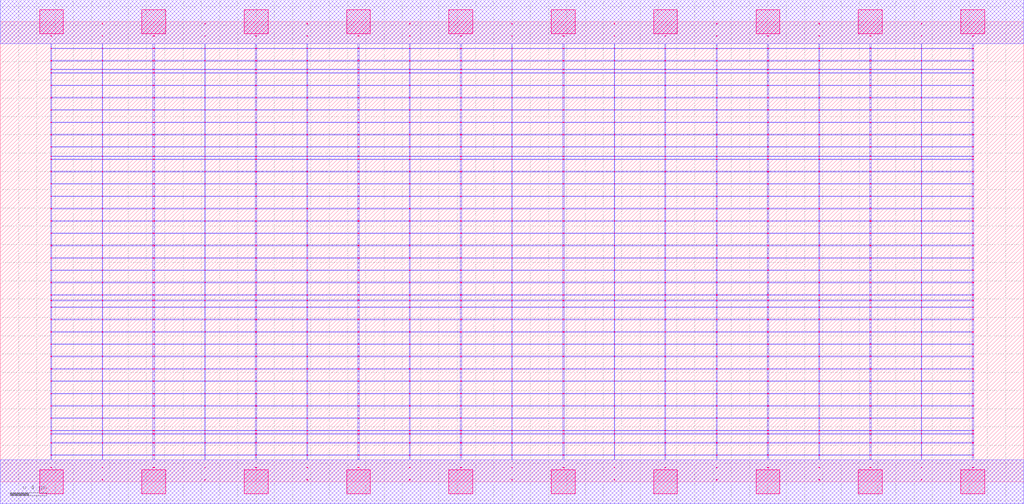
<source format=lef>
MACRO OOAOAI3212_DEBUG
 CLASS CORE ;
 FOREIGN OOAOAI3212_DEBUG 0 0 ;
 SIZE 11.200000000000001 BY 5.04 ;
 ORIGIN 0 0 ;
 SYMMETRY X Y R90 ;
 SITE unit ;

 OBS
    LAYER polycont ;
     RECT 5.59600000 2.58300000 5.60400000 2.59100000 ;
     RECT 5.59600000 2.71800000 5.60400000 2.72600000 ;
     RECT 5.59600000 2.85300000 5.60400000 2.86100000 ;
     RECT 5.59600000 2.98800000 5.60400000 2.99600000 ;
     RECT 7.83600000 2.58300000 7.84400000 2.59100000 ;
     RECT 8.39100000 2.58300000 8.40900000 2.59100000 ;
     RECT 8.95600000 2.58300000 8.96400000 2.59100000 ;
     RECT 9.51100000 2.58300000 9.52900000 2.59100000 ;
     RECT 10.07600000 2.58300000 10.08400000 2.59100000 ;
     RECT 10.63600000 2.58300000 10.64900000 2.59100000 ;
     RECT 6.15600000 2.58300000 6.16900000 2.59100000 ;
     RECT 6.15600000 2.71800000 6.16900000 2.72600000 ;
     RECT 6.71600000 2.71800000 6.72400000 2.72600000 ;
     RECT 7.27100000 2.71800000 7.28400000 2.72600000 ;
     RECT 7.83600000 2.71800000 7.84400000 2.72600000 ;
     RECT 8.39100000 2.71800000 8.40900000 2.72600000 ;
     RECT 8.95600000 2.71800000 8.96400000 2.72600000 ;
     RECT 9.51100000 2.71800000 9.52900000 2.72600000 ;
     RECT 10.07600000 2.71800000 10.08400000 2.72600000 ;
     RECT 10.63600000 2.71800000 10.64900000 2.72600000 ;
     RECT 6.71600000 2.58300000 6.72400000 2.59100000 ;
     RECT 6.15600000 2.85300000 6.16900000 2.86100000 ;
     RECT 6.71600000 2.85300000 6.72400000 2.86100000 ;
     RECT 7.27100000 2.85300000 7.28400000 2.86100000 ;
     RECT 7.83600000 2.85300000 7.84400000 2.86100000 ;
     RECT 8.39100000 2.85300000 8.40900000 2.86100000 ;
     RECT 8.95600000 2.85300000 8.96400000 2.86100000 ;
     RECT 9.51100000 2.85300000 9.52900000 2.86100000 ;
     RECT 10.07600000 2.85300000 10.08400000 2.86100000 ;
     RECT 10.63600000 2.85300000 10.64900000 2.86100000 ;
     RECT 7.27100000 2.58300000 7.28400000 2.59100000 ;
     RECT 6.15600000 2.98800000 6.16900000 2.99600000 ;
     RECT 6.71600000 2.98800000 6.72400000 2.99600000 ;
     RECT 7.27100000 2.98800000 7.28400000 2.99600000 ;
     RECT 7.83600000 2.98800000 7.84400000 2.99600000 ;
     RECT 8.39100000 2.98800000 8.40900000 2.99600000 ;
     RECT 8.95600000 2.98800000 8.96400000 2.99600000 ;
     RECT 9.51100000 2.98800000 9.52900000 2.99600000 ;
     RECT 10.07600000 2.98800000 10.08400000 2.99600000 ;
     RECT 10.63600000 2.98800000 10.64900000 2.99600000 ;
     RECT 6.71600000 3.12300000 6.72400000 3.13100000 ;
     RECT 6.71600000 3.25800000 6.72400000 3.26600000 ;
     RECT 6.71600000 3.39300000 6.72400000 3.40100000 ;
     RECT 6.71600000 3.52800000 6.72400000 3.53600000 ;
     RECT 6.71600000 3.56100000 6.72400000 3.56900000 ;
     RECT 6.71600000 3.66300000 6.72400000 3.67100000 ;
     RECT 6.71600000 3.79800000 6.72400000 3.80600000 ;
     RECT 6.71600000 3.93300000 6.72400000 3.94100000 ;
     RECT 6.71600000 4.06800000 6.72400000 4.07600000 ;
     RECT 6.71600000 4.20300000 6.72400000 4.21100000 ;
     RECT 6.71600000 4.33800000 6.72400000 4.34600000 ;
     RECT 6.71600000 4.47300000 6.72400000 4.48100000 ;
     RECT 6.71600000 4.51100000 6.72400000 4.51900000 ;
     RECT 6.71600000 4.60800000 6.72400000 4.61600000 ;
     RECT 6.71600000 4.74300000 6.72400000 4.75100000 ;
     RECT 6.71600000 4.87800000 6.72400000 4.88600000 ;
     RECT 1.67100000 2.58300000 1.68900000 2.59100000 ;
     RECT 0.55100000 2.98800000 0.56400000 2.99600000 ;
     RECT 1.11600000 2.98800000 1.12400000 2.99600000 ;
     RECT 1.67100000 2.98800000 1.68900000 2.99600000 ;
     RECT 2.23600000 2.98800000 2.24400000 2.99600000 ;
     RECT 2.79100000 2.98800000 2.80900000 2.99600000 ;
     RECT 3.35600000 2.98800000 3.36400000 2.99600000 ;
     RECT 3.91100000 2.98800000 3.92900000 2.99600000 ;
     RECT 4.47600000 2.98800000 4.48400000 2.99600000 ;
     RECT 5.03100000 2.98800000 5.04900000 2.99600000 ;
     RECT 2.23600000 2.58300000 2.24400000 2.59100000 ;
     RECT 2.79100000 2.58300000 2.80900000 2.59100000 ;
     RECT 3.35600000 2.58300000 3.36400000 2.59100000 ;
     RECT 3.91100000 2.58300000 3.92900000 2.59100000 ;
     RECT 4.47600000 2.58300000 4.48400000 2.59100000 ;
     RECT 5.03100000 2.58300000 5.04900000 2.59100000 ;
     RECT 0.55100000 2.58300000 0.56400000 2.59100000 ;
     RECT 0.55100000 2.71800000 0.56400000 2.72600000 ;
     RECT 0.55100000 2.85300000 0.56400000 2.86100000 ;
     RECT 1.11600000 2.85300000 1.12400000 2.86100000 ;
     RECT 1.67100000 2.85300000 1.68900000 2.86100000 ;
     RECT 2.23600000 2.85300000 2.24400000 2.86100000 ;
     RECT 2.79100000 2.85300000 2.80900000 2.86100000 ;
     RECT 3.35600000 2.85300000 3.36400000 2.86100000 ;
     RECT 3.91100000 2.85300000 3.92900000 2.86100000 ;
     RECT 4.47600000 2.85300000 4.48400000 2.86100000 ;
     RECT 5.03100000 2.85300000 5.04900000 2.86100000 ;
     RECT 1.11600000 2.71800000 1.12400000 2.72600000 ;
     RECT 1.67100000 2.71800000 1.68900000 2.72600000 ;
     RECT 2.23600000 2.71800000 2.24400000 2.72600000 ;
     RECT 2.79100000 2.71800000 2.80900000 2.72600000 ;
     RECT 3.35600000 2.71800000 3.36400000 2.72600000 ;
     RECT 3.91100000 2.71800000 3.92900000 2.72600000 ;
     RECT 4.47600000 2.71800000 4.48400000 2.72600000 ;
     RECT 5.03100000 2.71800000 5.04900000 2.72600000 ;
     RECT 1.11600000 2.58300000 1.12400000 2.59100000 ;
     RECT 6.71600000 1.63800000 6.72400000 1.64600000 ;
     RECT 6.71600000 1.77300000 6.72400000 1.78100000 ;
     RECT 6.71600000 1.90800000 6.72400000 1.91600000 ;
     RECT 6.71600000 1.98100000 6.72400000 1.98900000 ;
     RECT 6.71600000 2.04300000 6.72400000 2.05100000 ;
     RECT 6.71600000 2.17800000 6.72400000 2.18600000 ;
     RECT 6.71600000 2.31300000 6.72400000 2.32100000 ;
     RECT 6.71600000 2.44800000 6.72400000 2.45600000 ;
     RECT 6.71600000 0.15300000 6.72400000 0.16100000 ;
     RECT 6.71600000 0.28800000 6.72400000 0.29600000 ;
     RECT 6.71600000 0.42300000 6.72400000 0.43100000 ;
     RECT 6.71600000 0.52100000 6.72400000 0.52900000 ;
     RECT 6.71600000 0.55800000 6.72400000 0.56600000 ;
     RECT 6.71600000 0.69300000 6.72400000 0.70100000 ;
     RECT 6.71600000 0.82800000 6.72400000 0.83600000 ;
     RECT 6.71600000 0.96300000 6.72400000 0.97100000 ;
     RECT 6.71600000 1.09800000 6.72400000 1.10600000 ;
     RECT 6.71600000 1.23300000 6.72400000 1.24100000 ;
     RECT 6.71600000 1.36800000 6.72400000 1.37600000 ;
     RECT 6.71600000 1.50300000 6.72400000 1.51100000 ;

    LAYER pdiffc ;
     RECT 0.55100000 3.39300000 0.55900000 3.40100000 ;
     RECT 6.16100000 3.39300000 6.16900000 3.40100000 ;
     RECT 7.27100000 3.39300000 7.27900000 3.40100000 ;
     RECT 10.64100000 3.39300000 10.64900000 3.40100000 ;
     RECT 0.55100000 3.52800000 0.55900000 3.53600000 ;
     RECT 6.16100000 3.52800000 6.16900000 3.53600000 ;
     RECT 7.27100000 3.52800000 7.27900000 3.53600000 ;
     RECT 10.64100000 3.52800000 10.64900000 3.53600000 ;
     RECT 0.55100000 3.56100000 0.55900000 3.56900000 ;
     RECT 6.16100000 3.56100000 6.16900000 3.56900000 ;
     RECT 7.27100000 3.56100000 7.27900000 3.56900000 ;
     RECT 10.64100000 3.56100000 10.64900000 3.56900000 ;
     RECT 0.55100000 3.66300000 0.55900000 3.67100000 ;
     RECT 6.16100000 3.66300000 6.16900000 3.67100000 ;
     RECT 7.27100000 3.66300000 7.27900000 3.67100000 ;
     RECT 10.64100000 3.66300000 10.64900000 3.67100000 ;
     RECT 0.55100000 3.79800000 0.55900000 3.80600000 ;
     RECT 6.16100000 3.79800000 6.16900000 3.80600000 ;
     RECT 7.27100000 3.79800000 7.27900000 3.80600000 ;
     RECT 10.64100000 3.79800000 10.64900000 3.80600000 ;
     RECT 0.55100000 3.93300000 0.55900000 3.94100000 ;
     RECT 6.16100000 3.93300000 6.16900000 3.94100000 ;
     RECT 7.27100000 3.93300000 7.27900000 3.94100000 ;
     RECT 10.64100000 3.93300000 10.64900000 3.94100000 ;
     RECT 0.55100000 4.06800000 0.55900000 4.07600000 ;
     RECT 6.16100000 4.06800000 6.16900000 4.07600000 ;
     RECT 7.27100000 4.06800000 7.27900000 4.07600000 ;
     RECT 10.64100000 4.06800000 10.64900000 4.07600000 ;
     RECT 0.55100000 4.20300000 0.55900000 4.21100000 ;
     RECT 6.16100000 4.20300000 6.16900000 4.21100000 ;
     RECT 7.27100000 4.20300000 7.27900000 4.21100000 ;
     RECT 10.64100000 4.20300000 10.64900000 4.21100000 ;
     RECT 0.55100000 4.33800000 0.55900000 4.34600000 ;
     RECT 6.16100000 4.33800000 6.16900000 4.34600000 ;
     RECT 7.27100000 4.33800000 7.27900000 4.34600000 ;
     RECT 10.64100000 4.33800000 10.64900000 4.34600000 ;
     RECT 0.55100000 4.47300000 0.55900000 4.48100000 ;
     RECT 6.16100000 4.47300000 6.16900000 4.48100000 ;
     RECT 7.27100000 4.47300000 7.27900000 4.48100000 ;
     RECT 10.64100000 4.47300000 10.64900000 4.48100000 ;
     RECT 0.55100000 4.51100000 0.55900000 4.51900000 ;
     RECT 6.16100000 4.51100000 6.16900000 4.51900000 ;
     RECT 7.27100000 4.51100000 7.27900000 4.51900000 ;
     RECT 10.64100000 4.51100000 10.64900000 4.51900000 ;
     RECT 0.55100000 4.60800000 0.55900000 4.61600000 ;
     RECT 6.16100000 4.60800000 6.16900000 4.61600000 ;
     RECT 7.27100000 4.60800000 7.27900000 4.61600000 ;
     RECT 10.64100000 4.60800000 10.64900000 4.61600000 ;

    LAYER ndiffc ;
     RECT 6.15600000 0.42300000 6.16900000 0.43100000 ;
     RECT 7.27100000 0.42300000 7.28400000 0.43100000 ;
     RECT 8.39100000 0.42300000 8.40900000 0.43100000 ;
     RECT 9.51100000 0.42300000 9.52900000 0.43100000 ;
     RECT 10.63600000 0.42300000 10.64900000 0.43100000 ;
     RECT 6.15600000 0.52100000 6.16900000 0.52900000 ;
     RECT 7.27100000 0.52100000 7.28400000 0.52900000 ;
     RECT 8.39100000 0.52100000 8.40900000 0.52900000 ;
     RECT 9.51100000 0.52100000 9.52900000 0.52900000 ;
     RECT 10.63600000 0.52100000 10.64900000 0.52900000 ;
     RECT 6.15600000 0.55800000 6.16900000 0.56600000 ;
     RECT 7.27100000 0.55800000 7.28400000 0.56600000 ;
     RECT 8.39100000 0.55800000 8.40900000 0.56600000 ;
     RECT 9.51100000 0.55800000 9.52900000 0.56600000 ;
     RECT 10.63600000 0.55800000 10.64900000 0.56600000 ;
     RECT 6.15600000 0.69300000 6.16900000 0.70100000 ;
     RECT 7.27100000 0.69300000 7.28400000 0.70100000 ;
     RECT 8.39100000 0.69300000 8.40900000 0.70100000 ;
     RECT 9.51100000 0.69300000 9.52900000 0.70100000 ;
     RECT 10.63600000 0.69300000 10.64900000 0.70100000 ;
     RECT 6.15600000 0.82800000 6.16900000 0.83600000 ;
     RECT 7.27100000 0.82800000 7.28400000 0.83600000 ;
     RECT 8.39100000 0.82800000 8.40900000 0.83600000 ;
     RECT 9.51100000 0.82800000 9.52900000 0.83600000 ;
     RECT 10.63600000 0.82800000 10.64900000 0.83600000 ;
     RECT 6.15600000 0.96300000 6.16900000 0.97100000 ;
     RECT 7.27100000 0.96300000 7.28400000 0.97100000 ;
     RECT 8.39100000 0.96300000 8.40900000 0.97100000 ;
     RECT 9.51100000 0.96300000 9.52900000 0.97100000 ;
     RECT 10.63600000 0.96300000 10.64900000 0.97100000 ;
     RECT 6.15600000 1.09800000 6.16900000 1.10600000 ;
     RECT 7.27100000 1.09800000 7.28400000 1.10600000 ;
     RECT 8.39100000 1.09800000 8.40900000 1.10600000 ;
     RECT 9.51100000 1.09800000 9.52900000 1.10600000 ;
     RECT 10.63600000 1.09800000 10.64900000 1.10600000 ;
     RECT 6.15600000 1.23300000 6.16900000 1.24100000 ;
     RECT 7.27100000 1.23300000 7.28400000 1.24100000 ;
     RECT 8.39100000 1.23300000 8.40900000 1.24100000 ;
     RECT 9.51100000 1.23300000 9.52900000 1.24100000 ;
     RECT 10.63600000 1.23300000 10.64900000 1.24100000 ;
     RECT 6.15600000 1.36800000 6.16900000 1.37600000 ;
     RECT 7.27100000 1.36800000 7.28400000 1.37600000 ;
     RECT 8.39100000 1.36800000 8.40900000 1.37600000 ;
     RECT 9.51100000 1.36800000 9.52900000 1.37600000 ;
     RECT 10.63600000 1.36800000 10.64900000 1.37600000 ;
     RECT 6.15600000 1.50300000 6.16900000 1.51100000 ;
     RECT 7.27100000 1.50300000 7.28400000 1.51100000 ;
     RECT 8.39100000 1.50300000 8.40900000 1.51100000 ;
     RECT 9.51100000 1.50300000 9.52900000 1.51100000 ;
     RECT 10.63600000 1.50300000 10.64900000 1.51100000 ;
     RECT 6.15600000 1.63800000 6.16900000 1.64600000 ;
     RECT 7.27100000 1.63800000 7.28400000 1.64600000 ;
     RECT 8.39100000 1.63800000 8.40900000 1.64600000 ;
     RECT 9.51100000 1.63800000 9.52900000 1.64600000 ;
     RECT 10.63600000 1.63800000 10.64900000 1.64600000 ;
     RECT 6.15600000 1.77300000 6.16900000 1.78100000 ;
     RECT 7.27100000 1.77300000 7.28400000 1.78100000 ;
     RECT 8.39100000 1.77300000 8.40900000 1.78100000 ;
     RECT 9.51100000 1.77300000 9.52900000 1.78100000 ;
     RECT 10.63600000 1.77300000 10.64900000 1.78100000 ;
     RECT 6.15600000 1.90800000 6.16900000 1.91600000 ;
     RECT 7.27100000 1.90800000 7.28400000 1.91600000 ;
     RECT 8.39100000 1.90800000 8.40900000 1.91600000 ;
     RECT 9.51100000 1.90800000 9.52900000 1.91600000 ;
     RECT 10.63600000 1.90800000 10.64900000 1.91600000 ;
     RECT 6.15600000 1.98100000 6.16900000 1.98900000 ;
     RECT 7.27100000 1.98100000 7.28400000 1.98900000 ;
     RECT 8.39100000 1.98100000 8.40900000 1.98900000 ;
     RECT 9.51100000 1.98100000 9.52900000 1.98900000 ;
     RECT 10.63600000 1.98100000 10.64900000 1.98900000 ;
     RECT 6.15600000 2.04300000 6.16900000 2.05100000 ;
     RECT 7.27100000 2.04300000 7.28400000 2.05100000 ;
     RECT 8.39100000 2.04300000 8.40900000 2.05100000 ;
     RECT 9.51100000 2.04300000 9.52900000 2.05100000 ;
     RECT 10.63600000 2.04300000 10.64900000 2.05100000 ;
     RECT 0.55100000 0.42300000 0.56400000 0.43100000 ;
     RECT 1.67100000 0.42300000 1.68900000 0.43100000 ;
     RECT 2.79100000 0.42300000 2.80900000 0.43100000 ;
     RECT 3.91100000 0.42300000 3.92900000 0.43100000 ;
     RECT 5.03100000 0.42300000 5.04900000 0.43100000 ;
     RECT 0.55100000 1.36800000 0.56400000 1.37600000 ;
     RECT 1.67100000 1.36800000 1.68900000 1.37600000 ;
     RECT 2.79100000 1.36800000 2.80900000 1.37600000 ;
     RECT 3.91100000 1.36800000 3.92900000 1.37600000 ;
     RECT 5.03100000 1.36800000 5.04900000 1.37600000 ;
     RECT 0.55100000 0.82800000 0.56400000 0.83600000 ;
     RECT 1.67100000 0.82800000 1.68900000 0.83600000 ;
     RECT 2.79100000 0.82800000 2.80900000 0.83600000 ;
     RECT 3.91100000 0.82800000 3.92900000 0.83600000 ;
     RECT 5.03100000 0.82800000 5.04900000 0.83600000 ;
     RECT 0.55100000 1.50300000 0.56400000 1.51100000 ;
     RECT 1.67100000 1.50300000 1.68900000 1.51100000 ;
     RECT 2.79100000 1.50300000 2.80900000 1.51100000 ;
     RECT 3.91100000 1.50300000 3.92900000 1.51100000 ;
     RECT 5.03100000 1.50300000 5.04900000 1.51100000 ;
     RECT 0.55100000 0.55800000 0.56400000 0.56600000 ;
     RECT 1.67100000 0.55800000 1.68900000 0.56600000 ;
     RECT 2.79100000 0.55800000 2.80900000 0.56600000 ;
     RECT 3.91100000 0.55800000 3.92900000 0.56600000 ;
     RECT 5.03100000 0.55800000 5.04900000 0.56600000 ;
     RECT 0.55100000 1.63800000 0.56400000 1.64600000 ;
     RECT 1.67100000 1.63800000 1.68900000 1.64600000 ;
     RECT 2.79100000 1.63800000 2.80900000 1.64600000 ;
     RECT 3.91100000 1.63800000 3.92900000 1.64600000 ;
     RECT 5.03100000 1.63800000 5.04900000 1.64600000 ;
     RECT 0.55100000 0.96300000 0.56400000 0.97100000 ;
     RECT 1.67100000 0.96300000 1.68900000 0.97100000 ;
     RECT 2.79100000 0.96300000 2.80900000 0.97100000 ;
     RECT 3.91100000 0.96300000 3.92900000 0.97100000 ;
     RECT 5.03100000 0.96300000 5.04900000 0.97100000 ;
     RECT 0.55100000 1.77300000 0.56400000 1.78100000 ;
     RECT 1.67100000 1.77300000 1.68900000 1.78100000 ;
     RECT 2.79100000 1.77300000 2.80900000 1.78100000 ;
     RECT 3.91100000 1.77300000 3.92900000 1.78100000 ;
     RECT 5.03100000 1.77300000 5.04900000 1.78100000 ;
     RECT 0.55100000 0.52100000 0.56400000 0.52900000 ;
     RECT 1.67100000 0.52100000 1.68900000 0.52900000 ;
     RECT 2.79100000 0.52100000 2.80900000 0.52900000 ;
     RECT 3.91100000 0.52100000 3.92900000 0.52900000 ;
     RECT 5.03100000 0.52100000 5.04900000 0.52900000 ;
     RECT 0.55100000 1.90800000 0.56400000 1.91600000 ;
     RECT 1.67100000 1.90800000 1.68900000 1.91600000 ;
     RECT 2.79100000 1.90800000 2.80900000 1.91600000 ;
     RECT 3.91100000 1.90800000 3.92900000 1.91600000 ;
     RECT 5.03100000 1.90800000 5.04900000 1.91600000 ;
     RECT 0.55100000 1.09800000 0.56400000 1.10600000 ;
     RECT 1.67100000 1.09800000 1.68900000 1.10600000 ;
     RECT 2.79100000 1.09800000 2.80900000 1.10600000 ;
     RECT 3.91100000 1.09800000 3.92900000 1.10600000 ;
     RECT 5.03100000 1.09800000 5.04900000 1.10600000 ;
     RECT 0.55100000 1.98100000 0.56400000 1.98900000 ;
     RECT 1.67100000 1.98100000 1.68900000 1.98900000 ;
     RECT 2.79100000 1.98100000 2.80900000 1.98900000 ;
     RECT 3.91100000 1.98100000 3.92900000 1.98900000 ;
     RECT 5.03100000 1.98100000 5.04900000 1.98900000 ;
     RECT 0.55100000 0.69300000 0.56400000 0.70100000 ;
     RECT 1.67100000 0.69300000 1.68900000 0.70100000 ;
     RECT 2.79100000 0.69300000 2.80900000 0.70100000 ;
     RECT 3.91100000 0.69300000 3.92900000 0.70100000 ;
     RECT 5.03100000 0.69300000 5.04900000 0.70100000 ;
     RECT 0.55100000 2.04300000 0.56400000 2.05100000 ;
     RECT 1.67100000 2.04300000 1.68900000 2.05100000 ;
     RECT 2.79100000 2.04300000 2.80900000 2.05100000 ;
     RECT 3.91100000 2.04300000 3.92900000 2.05100000 ;
     RECT 5.03100000 2.04300000 5.04900000 2.05100000 ;
     RECT 0.55100000 1.23300000 0.56400000 1.24100000 ;
     RECT 1.67100000 1.23300000 1.68900000 1.24100000 ;
     RECT 2.79100000 1.23300000 2.80900000 1.24100000 ;
     RECT 3.91100000 1.23300000 3.92900000 1.24100000 ;
     RECT 5.03100000 1.23300000 5.04900000 1.24100000 ;

    LAYER met1 ;
     RECT 0.00000000 -0.24000000 11.20000000 0.24000000 ;
     RECT 5.59600000 0.24000000 5.60400000 0.28800000 ;
     RECT 0.55100000 0.28800000 10.64900000 0.29600000 ;
     RECT 5.59600000 0.29600000 5.60400000 0.42300000 ;
     RECT 0.55100000 0.42300000 10.64900000 0.43100000 ;
     RECT 5.59600000 0.43100000 5.60400000 0.52100000 ;
     RECT 0.55100000 0.52100000 10.64900000 0.52900000 ;
     RECT 5.59600000 0.52900000 5.60400000 0.55800000 ;
     RECT 0.55100000 0.55800000 10.64900000 0.56600000 ;
     RECT 5.59600000 0.56600000 5.60400000 0.69300000 ;
     RECT 0.55100000 0.69300000 10.64900000 0.70100000 ;
     RECT 5.59600000 0.70100000 5.60400000 0.82800000 ;
     RECT 0.55100000 0.82800000 10.64900000 0.83600000 ;
     RECT 5.59600000 0.83600000 5.60400000 0.96300000 ;
     RECT 0.55100000 0.96300000 10.64900000 0.97100000 ;
     RECT 5.59600000 0.97100000 5.60400000 1.09800000 ;
     RECT 0.55100000 1.09800000 10.64900000 1.10600000 ;
     RECT 5.59600000 1.10600000 5.60400000 1.23300000 ;
     RECT 0.55100000 1.23300000 10.64900000 1.24100000 ;
     RECT 5.59600000 1.24100000 5.60400000 1.36800000 ;
     RECT 0.55100000 1.36800000 10.64900000 1.37600000 ;
     RECT 5.59600000 1.37600000 5.60400000 1.50300000 ;
     RECT 0.55100000 1.50300000 10.64900000 1.51100000 ;
     RECT 5.59600000 1.51100000 5.60400000 1.63800000 ;
     RECT 0.55100000 1.63800000 10.64900000 1.64600000 ;
     RECT 5.59600000 1.64600000 5.60400000 1.77300000 ;
     RECT 0.55100000 1.77300000 10.64900000 1.78100000 ;
     RECT 5.59600000 1.78100000 5.60400000 1.90800000 ;
     RECT 0.55100000 1.90800000 10.64900000 1.91600000 ;
     RECT 5.59600000 1.91600000 5.60400000 1.98100000 ;
     RECT 0.55100000 1.98100000 10.64900000 1.98900000 ;
     RECT 5.59600000 1.98900000 5.60400000 2.04300000 ;
     RECT 0.55100000 2.04300000 10.64900000 2.05100000 ;
     RECT 5.59600000 2.05100000 5.60400000 2.17800000 ;
     RECT 0.55100000 2.17800000 10.64900000 2.18600000 ;
     RECT 5.59600000 2.18600000 5.60400000 2.31300000 ;
     RECT 0.55100000 2.31300000 10.64900000 2.32100000 ;
     RECT 5.59600000 2.32100000 5.60400000 2.44800000 ;
     RECT 0.55100000 2.44800000 10.64900000 2.45600000 ;
     RECT 0.55100000 2.45600000 0.56400000 2.58300000 ;
     RECT 1.11600000 2.45600000 1.12400000 2.58300000 ;
     RECT 1.67100000 2.45600000 1.68900000 2.58300000 ;
     RECT 2.23600000 2.45600000 2.24400000 2.58300000 ;
     RECT 2.79100000 2.45600000 2.80900000 2.58300000 ;
     RECT 3.35600000 2.45600000 3.36400000 2.58300000 ;
     RECT 3.91100000 2.45600000 3.92900000 2.58300000 ;
     RECT 4.47600000 2.45600000 4.48400000 2.58300000 ;
     RECT 5.03100000 2.45600000 5.04900000 2.58300000 ;
     RECT 5.59600000 2.45600000 5.60400000 2.58300000 ;
     RECT 6.15600000 2.45600000 6.16900000 2.58300000 ;
     RECT 6.71600000 2.45600000 6.72400000 2.58300000 ;
     RECT 7.27100000 2.45600000 7.28400000 2.58300000 ;
     RECT 7.83600000 2.45600000 7.84400000 2.58300000 ;
     RECT 8.39100000 2.45600000 8.40900000 2.58300000 ;
     RECT 8.95600000 2.45600000 8.96400000 2.58300000 ;
     RECT 9.51100000 2.45600000 9.52900000 2.58300000 ;
     RECT 10.07600000 2.45600000 10.08400000 2.58300000 ;
     RECT 10.63600000 2.45600000 10.64900000 2.58300000 ;
     RECT 0.55100000 2.58300000 10.64900000 2.59100000 ;
     RECT 5.59600000 2.59100000 5.60400000 2.71800000 ;
     RECT 0.55100000 2.71800000 10.64900000 2.72600000 ;
     RECT 5.59600000 2.72600000 5.60400000 2.85300000 ;
     RECT 0.55100000 2.85300000 10.64900000 2.86100000 ;
     RECT 5.59600000 2.86100000 5.60400000 2.98800000 ;
     RECT 0.55100000 2.98800000 10.64900000 2.99600000 ;
     RECT 5.59600000 2.99600000 5.60400000 3.12300000 ;
     RECT 0.55100000 3.12300000 10.64900000 3.13100000 ;
     RECT 5.59600000 3.13100000 5.60400000 3.25800000 ;
     RECT 0.55100000 3.25800000 10.64900000 3.26600000 ;
     RECT 5.59600000 3.26600000 5.60400000 3.39300000 ;
     RECT 0.55100000 3.39300000 10.64900000 3.40100000 ;
     RECT 5.59600000 3.40100000 5.60400000 3.52800000 ;
     RECT 0.55100000 3.52800000 10.64900000 3.53600000 ;
     RECT 5.59600000 3.53600000 5.60400000 3.56100000 ;
     RECT 0.55100000 3.56100000 10.64900000 3.56900000 ;
     RECT 5.59600000 3.56900000 5.60400000 3.66300000 ;
     RECT 0.55100000 3.66300000 10.64900000 3.67100000 ;
     RECT 5.59600000 3.67100000 5.60400000 3.79800000 ;
     RECT 0.55100000 3.79800000 10.64900000 3.80600000 ;
     RECT 5.59600000 3.80600000 5.60400000 3.93300000 ;
     RECT 0.55100000 3.93300000 10.64900000 3.94100000 ;
     RECT 5.59600000 3.94100000 5.60400000 4.06800000 ;
     RECT 0.55100000 4.06800000 10.64900000 4.07600000 ;
     RECT 5.59600000 4.07600000 5.60400000 4.20300000 ;
     RECT 0.55100000 4.20300000 10.64900000 4.21100000 ;
     RECT 5.59600000 4.21100000 5.60400000 4.33800000 ;
     RECT 0.55100000 4.33800000 10.64900000 4.34600000 ;
     RECT 5.59600000 4.34600000 5.60400000 4.47300000 ;
     RECT 0.55100000 4.47300000 10.64900000 4.48100000 ;
     RECT 5.59600000 4.48100000 5.60400000 4.51100000 ;
     RECT 0.55100000 4.51100000 10.64900000 4.51900000 ;
     RECT 5.59600000 4.51900000 5.60400000 4.60800000 ;
     RECT 0.55100000 4.60800000 10.64900000 4.61600000 ;
     RECT 5.59600000 4.61600000 5.60400000 4.74300000 ;
     RECT 0.55100000 4.74300000 10.64900000 4.75100000 ;
     RECT 5.59600000 4.75100000 5.60400000 4.80000000 ;
     RECT 0.00000000 4.80000000 11.20000000 5.28000000 ;
     RECT 8.39100000 2.99600000 8.40900000 3.12300000 ;
     RECT 8.39100000 3.13100000 8.40900000 3.25800000 ;
     RECT 8.39100000 3.26600000 8.40900000 3.39300000 ;
     RECT 8.39100000 3.40100000 8.40900000 3.52800000 ;
     RECT 8.39100000 3.53600000 8.40900000 3.56100000 ;
     RECT 8.39100000 2.72600000 8.40900000 2.85300000 ;
     RECT 8.39100000 3.56900000 8.40900000 3.66300000 ;
     RECT 8.39100000 3.67100000 8.40900000 3.79800000 ;
     RECT 6.15600000 3.80600000 6.16900000 3.93300000 ;
     RECT 6.71600000 3.80600000 6.72400000 3.93300000 ;
     RECT 7.27100000 3.80600000 7.28400000 3.93300000 ;
     RECT 7.83600000 3.80600000 7.84400000 3.93300000 ;
     RECT 8.39100000 3.80600000 8.40900000 3.93300000 ;
     RECT 8.95600000 3.80600000 8.96400000 3.93300000 ;
     RECT 9.51100000 3.80600000 9.52900000 3.93300000 ;
     RECT 10.07600000 3.80600000 10.08400000 3.93300000 ;
     RECT 10.63600000 3.80600000 10.64900000 3.93300000 ;
     RECT 8.39100000 3.94100000 8.40900000 4.06800000 ;
     RECT 8.39100000 4.07600000 8.40900000 4.20300000 ;
     RECT 8.39100000 4.21100000 8.40900000 4.33800000 ;
     RECT 8.39100000 2.86100000 8.40900000 2.98800000 ;
     RECT 8.39100000 4.34600000 8.40900000 4.47300000 ;
     RECT 8.39100000 4.48100000 8.40900000 4.51100000 ;
     RECT 8.39100000 2.59100000 8.40900000 2.71800000 ;
     RECT 8.39100000 4.51900000 8.40900000 4.60800000 ;
     RECT 8.39100000 4.61600000 8.40900000 4.74300000 ;
     RECT 8.39100000 4.75100000 8.40900000 4.80000000 ;
     RECT 9.51100000 3.94100000 9.52900000 4.06800000 ;
     RECT 8.95600000 4.21100000 8.96400000 4.33800000 ;
     RECT 9.51100000 4.21100000 9.52900000 4.33800000 ;
     RECT 10.07600000 4.21100000 10.08400000 4.33800000 ;
     RECT 10.63600000 4.21100000 10.64900000 4.33800000 ;
     RECT 10.07600000 3.94100000 10.08400000 4.06800000 ;
     RECT 10.63600000 3.94100000 10.64900000 4.06800000 ;
     RECT 8.95600000 4.34600000 8.96400000 4.47300000 ;
     RECT 9.51100000 4.34600000 9.52900000 4.47300000 ;
     RECT 10.07600000 4.34600000 10.08400000 4.47300000 ;
     RECT 10.63600000 4.34600000 10.64900000 4.47300000 ;
     RECT 8.95600000 3.94100000 8.96400000 4.06800000 ;
     RECT 8.95600000 4.48100000 8.96400000 4.51100000 ;
     RECT 9.51100000 4.48100000 9.52900000 4.51100000 ;
     RECT 10.07600000 4.48100000 10.08400000 4.51100000 ;
     RECT 10.63600000 4.48100000 10.64900000 4.51100000 ;
     RECT 8.95600000 4.07600000 8.96400000 4.20300000 ;
     RECT 9.51100000 4.07600000 9.52900000 4.20300000 ;
     RECT 8.95600000 4.51900000 8.96400000 4.60800000 ;
     RECT 9.51100000 4.51900000 9.52900000 4.60800000 ;
     RECT 10.07600000 4.51900000 10.08400000 4.60800000 ;
     RECT 10.63600000 4.51900000 10.64900000 4.60800000 ;
     RECT 10.07600000 4.07600000 10.08400000 4.20300000 ;
     RECT 8.95600000 4.61600000 8.96400000 4.74300000 ;
     RECT 9.51100000 4.61600000 9.52900000 4.74300000 ;
     RECT 10.07600000 4.61600000 10.08400000 4.74300000 ;
     RECT 10.63600000 4.61600000 10.64900000 4.74300000 ;
     RECT 10.63600000 4.07600000 10.64900000 4.20300000 ;
     RECT 8.95600000 4.75100000 8.96400000 4.80000000 ;
     RECT 9.51100000 4.75100000 9.52900000 4.80000000 ;
     RECT 10.07600000 4.75100000 10.08400000 4.80000000 ;
     RECT 10.63600000 4.75100000 10.64900000 4.80000000 ;
     RECT 6.71600000 4.07600000 6.72400000 4.20300000 ;
     RECT 7.27100000 4.07600000 7.28400000 4.20300000 ;
     RECT 7.83600000 4.07600000 7.84400000 4.20300000 ;
     RECT 6.71600000 3.94100000 6.72400000 4.06800000 ;
     RECT 7.27100000 3.94100000 7.28400000 4.06800000 ;
     RECT 6.15600000 4.51900000 6.16900000 4.60800000 ;
     RECT 6.71600000 4.51900000 6.72400000 4.60800000 ;
     RECT 7.27100000 4.51900000 7.28400000 4.60800000 ;
     RECT 7.83600000 4.51900000 7.84400000 4.60800000 ;
     RECT 7.83600000 3.94100000 7.84400000 4.06800000 ;
     RECT 6.15600000 4.34600000 6.16900000 4.47300000 ;
     RECT 6.71600000 4.34600000 6.72400000 4.47300000 ;
     RECT 7.27100000 4.34600000 7.28400000 4.47300000 ;
     RECT 7.83600000 4.34600000 7.84400000 4.47300000 ;
     RECT 6.15600000 4.61600000 6.16900000 4.74300000 ;
     RECT 6.71600000 4.61600000 6.72400000 4.74300000 ;
     RECT 7.27100000 4.61600000 7.28400000 4.74300000 ;
     RECT 7.83600000 4.61600000 7.84400000 4.74300000 ;
     RECT 6.15600000 3.94100000 6.16900000 4.06800000 ;
     RECT 6.15600000 4.07600000 6.16900000 4.20300000 ;
     RECT 6.15600000 4.21100000 6.16900000 4.33800000 ;
     RECT 6.71600000 4.21100000 6.72400000 4.33800000 ;
     RECT 7.27100000 4.21100000 7.28400000 4.33800000 ;
     RECT 6.15600000 4.75100000 6.16900000 4.80000000 ;
     RECT 6.71600000 4.75100000 6.72400000 4.80000000 ;
     RECT 7.27100000 4.75100000 7.28400000 4.80000000 ;
     RECT 7.83600000 4.75100000 7.84400000 4.80000000 ;
     RECT 6.15600000 4.48100000 6.16900000 4.51100000 ;
     RECT 6.71600000 4.48100000 6.72400000 4.51100000 ;
     RECT 7.27100000 4.48100000 7.28400000 4.51100000 ;
     RECT 7.83600000 4.48100000 7.84400000 4.51100000 ;
     RECT 7.83600000 4.21100000 7.84400000 4.33800000 ;
     RECT 7.27100000 3.53600000 7.28400000 3.56100000 ;
     RECT 7.83600000 3.53600000 7.84400000 3.56100000 ;
     RECT 7.83600000 3.13100000 7.84400000 3.25800000 ;
     RECT 6.15600000 2.86100000 6.16900000 2.98800000 ;
     RECT 6.71600000 2.86100000 6.72400000 2.98800000 ;
     RECT 7.83600000 2.72600000 7.84400000 2.85300000 ;
     RECT 6.15600000 3.13100000 6.16900000 3.25800000 ;
     RECT 6.15600000 3.56900000 6.16900000 3.66300000 ;
     RECT 6.71600000 3.56900000 6.72400000 3.66300000 ;
     RECT 7.27100000 3.56900000 7.28400000 3.66300000 ;
     RECT 7.83600000 3.56900000 7.84400000 3.66300000 ;
     RECT 6.15600000 2.59100000 6.16900000 2.71800000 ;
     RECT 6.15600000 3.67100000 6.16900000 3.79800000 ;
     RECT 6.71600000 3.67100000 6.72400000 3.79800000 ;
     RECT 7.27100000 2.86100000 7.28400000 2.98800000 ;
     RECT 7.83600000 2.86100000 7.84400000 2.98800000 ;
     RECT 7.27100000 3.67100000 7.28400000 3.79800000 ;
     RECT 7.83600000 3.67100000 7.84400000 3.79800000 ;
     RECT 6.15600000 2.99600000 6.16900000 3.12300000 ;
     RECT 6.15600000 3.26600000 6.16900000 3.39300000 ;
     RECT 6.71600000 3.26600000 6.72400000 3.39300000 ;
     RECT 7.27100000 3.26600000 7.28400000 3.39300000 ;
     RECT 7.83600000 3.26600000 7.84400000 3.39300000 ;
     RECT 6.71600000 3.13100000 6.72400000 3.25800000 ;
     RECT 6.71600000 2.59100000 6.72400000 2.71800000 ;
     RECT 6.15600000 2.72600000 6.16900000 2.85300000 ;
     RECT 6.15600000 3.40100000 6.16900000 3.52800000 ;
     RECT 6.71600000 3.40100000 6.72400000 3.52800000 ;
     RECT 6.71600000 2.99600000 6.72400000 3.12300000 ;
     RECT 7.27100000 2.99600000 7.28400000 3.12300000 ;
     RECT 7.27100000 3.40100000 7.28400000 3.52800000 ;
     RECT 7.27100000 2.59100000 7.28400000 2.71800000 ;
     RECT 7.83600000 2.59100000 7.84400000 2.71800000 ;
     RECT 7.83600000 3.40100000 7.84400000 3.52800000 ;
     RECT 7.27100000 3.13100000 7.28400000 3.25800000 ;
     RECT 6.71600000 2.72600000 6.72400000 2.85300000 ;
     RECT 7.27100000 2.72600000 7.28400000 2.85300000 ;
     RECT 6.15600000 3.53600000 6.16900000 3.56100000 ;
     RECT 6.71600000 3.53600000 6.72400000 3.56100000 ;
     RECT 7.83600000 2.99600000 7.84400000 3.12300000 ;
     RECT 10.07600000 3.56900000 10.08400000 3.66300000 ;
     RECT 10.63600000 3.56900000 10.64900000 3.66300000 ;
     RECT 8.95600000 2.72600000 8.96400000 2.85300000 ;
     RECT 9.51100000 2.72600000 9.52900000 2.85300000 ;
     RECT 8.95600000 2.99600000 8.96400000 3.12300000 ;
     RECT 8.95600000 3.40100000 8.96400000 3.52800000 ;
     RECT 10.63600000 2.86100000 10.64900000 2.98800000 ;
     RECT 9.51100000 3.40100000 9.52900000 3.52800000 ;
     RECT 10.07600000 3.40100000 10.08400000 3.52800000 ;
     RECT 10.63600000 3.40100000 10.64900000 3.52800000 ;
     RECT 8.95600000 3.67100000 8.96400000 3.79800000 ;
     RECT 9.51100000 3.67100000 9.52900000 3.79800000 ;
     RECT 10.07600000 3.67100000 10.08400000 3.79800000 ;
     RECT 10.63600000 3.67100000 10.64900000 3.79800000 ;
     RECT 10.07600000 2.72600000 10.08400000 2.85300000 ;
     RECT 10.63600000 2.72600000 10.64900000 2.85300000 ;
     RECT 9.51100000 2.99600000 9.52900000 3.12300000 ;
     RECT 8.95600000 2.59100000 8.96400000 2.71800000 ;
     RECT 10.07600000 2.99600000 10.08400000 3.12300000 ;
     RECT 10.63600000 2.99600000 10.64900000 3.12300000 ;
     RECT 9.51100000 2.59100000 9.52900000 2.71800000 ;
     RECT 8.95600000 3.26600000 8.96400000 3.39300000 ;
     RECT 9.51100000 3.26600000 9.52900000 3.39300000 ;
     RECT 10.07600000 3.26600000 10.08400000 3.39300000 ;
     RECT 8.95600000 3.53600000 8.96400000 3.56100000 ;
     RECT 8.95600000 2.86100000 8.96400000 2.98800000 ;
     RECT 9.51100000 3.53600000 9.52900000 3.56100000 ;
     RECT 10.07600000 3.53600000 10.08400000 3.56100000 ;
     RECT 10.63600000 3.53600000 10.64900000 3.56100000 ;
     RECT 10.63600000 3.26600000 10.64900000 3.39300000 ;
     RECT 8.95600000 3.13100000 8.96400000 3.25800000 ;
     RECT 9.51100000 3.13100000 9.52900000 3.25800000 ;
     RECT 10.07600000 3.13100000 10.08400000 3.25800000 ;
     RECT 10.63600000 3.13100000 10.64900000 3.25800000 ;
     RECT 10.63600000 2.59100000 10.64900000 2.71800000 ;
     RECT 9.51100000 2.86100000 9.52900000 2.98800000 ;
     RECT 10.07600000 2.86100000 10.08400000 2.98800000 ;
     RECT 10.07600000 2.59100000 10.08400000 2.71800000 ;
     RECT 8.95600000 3.56900000 8.96400000 3.66300000 ;
     RECT 9.51100000 3.56900000 9.52900000 3.66300000 ;
     RECT 2.79100000 2.59100000 2.80900000 2.71800000 ;
     RECT 2.79100000 2.99600000 2.80900000 3.12300000 ;
     RECT 2.79100000 3.94100000 2.80900000 4.06800000 ;
     RECT 2.79100000 3.40100000 2.80900000 3.52800000 ;
     RECT 2.79100000 4.07600000 2.80900000 4.20300000 ;
     RECT 2.79100000 4.21100000 2.80900000 4.33800000 ;
     RECT 2.79100000 3.53600000 2.80900000 3.56100000 ;
     RECT 2.79100000 4.34600000 2.80900000 4.47300000 ;
     RECT 2.79100000 3.13100000 2.80900000 3.25800000 ;
     RECT 2.79100000 3.56900000 2.80900000 3.66300000 ;
     RECT 2.79100000 4.48100000 2.80900000 4.51100000 ;
     RECT 2.79100000 2.86100000 2.80900000 2.98800000 ;
     RECT 2.79100000 4.51900000 2.80900000 4.60800000 ;
     RECT 2.79100000 2.72600000 2.80900000 2.85300000 ;
     RECT 2.79100000 3.67100000 2.80900000 3.79800000 ;
     RECT 2.79100000 4.61600000 2.80900000 4.74300000 ;
     RECT 2.79100000 3.26600000 2.80900000 3.39300000 ;
     RECT 2.79100000 4.75100000 2.80900000 4.80000000 ;
     RECT 0.55100000 3.80600000 0.56400000 3.93300000 ;
     RECT 1.11600000 3.80600000 1.12400000 3.93300000 ;
     RECT 1.67100000 3.80600000 1.68900000 3.93300000 ;
     RECT 2.23600000 3.80600000 2.24400000 3.93300000 ;
     RECT 2.79100000 3.80600000 2.80900000 3.93300000 ;
     RECT 3.35600000 3.80600000 3.36400000 3.93300000 ;
     RECT 3.91100000 3.80600000 3.92900000 3.93300000 ;
     RECT 4.47600000 3.80600000 4.48400000 3.93300000 ;
     RECT 5.03100000 3.80600000 5.04900000 3.93300000 ;
     RECT 3.35600000 4.48100000 3.36400000 4.51100000 ;
     RECT 3.91100000 4.48100000 3.92900000 4.51100000 ;
     RECT 4.47600000 4.48100000 4.48400000 4.51100000 ;
     RECT 5.03100000 4.48100000 5.04900000 4.51100000 ;
     RECT 4.47600000 4.07600000 4.48400000 4.20300000 ;
     RECT 5.03100000 4.07600000 5.04900000 4.20300000 ;
     RECT 3.35600000 4.51900000 3.36400000 4.60800000 ;
     RECT 3.91100000 4.51900000 3.92900000 4.60800000 ;
     RECT 4.47600000 4.51900000 4.48400000 4.60800000 ;
     RECT 5.03100000 4.51900000 5.04900000 4.60800000 ;
     RECT 4.47600000 3.94100000 4.48400000 4.06800000 ;
     RECT 3.35600000 4.21100000 3.36400000 4.33800000 ;
     RECT 3.91100000 4.21100000 3.92900000 4.33800000 ;
     RECT 3.35600000 4.61600000 3.36400000 4.74300000 ;
     RECT 3.91100000 4.61600000 3.92900000 4.74300000 ;
     RECT 4.47600000 4.61600000 4.48400000 4.74300000 ;
     RECT 5.03100000 4.61600000 5.04900000 4.74300000 ;
     RECT 4.47600000 4.21100000 4.48400000 4.33800000 ;
     RECT 5.03100000 4.21100000 5.04900000 4.33800000 ;
     RECT 3.35600000 4.75100000 3.36400000 4.80000000 ;
     RECT 3.91100000 4.75100000 3.92900000 4.80000000 ;
     RECT 4.47600000 4.75100000 4.48400000 4.80000000 ;
     RECT 5.03100000 4.75100000 5.04900000 4.80000000 ;
     RECT 5.03100000 3.94100000 5.04900000 4.06800000 ;
     RECT 3.35600000 3.94100000 3.36400000 4.06800000 ;
     RECT 3.35600000 4.34600000 3.36400000 4.47300000 ;
     RECT 3.91100000 4.34600000 3.92900000 4.47300000 ;
     RECT 4.47600000 4.34600000 4.48400000 4.47300000 ;
     RECT 5.03100000 4.34600000 5.04900000 4.47300000 ;
     RECT 3.91100000 3.94100000 3.92900000 4.06800000 ;
     RECT 3.35600000 4.07600000 3.36400000 4.20300000 ;
     RECT 3.91100000 4.07600000 3.92900000 4.20300000 ;
     RECT 1.11600000 3.94100000 1.12400000 4.06800000 ;
     RECT 0.55100000 4.07600000 0.56400000 4.20300000 ;
     RECT 0.55100000 4.21100000 0.56400000 4.33800000 ;
     RECT 1.11600000 4.21100000 1.12400000 4.33800000 ;
     RECT 0.55100000 4.61600000 0.56400000 4.74300000 ;
     RECT 1.11600000 4.61600000 1.12400000 4.74300000 ;
     RECT 1.67100000 4.61600000 1.68900000 4.74300000 ;
     RECT 2.23600000 4.61600000 2.24400000 4.74300000 ;
     RECT 1.67100000 4.21100000 1.68900000 4.33800000 ;
     RECT 2.23600000 4.21100000 2.24400000 4.33800000 ;
     RECT 1.11600000 4.07600000 1.12400000 4.20300000 ;
     RECT 0.55100000 4.48100000 0.56400000 4.51100000 ;
     RECT 1.11600000 4.48100000 1.12400000 4.51100000 ;
     RECT 1.67100000 4.48100000 1.68900000 4.51100000 ;
     RECT 0.55100000 4.75100000 0.56400000 4.80000000 ;
     RECT 1.11600000 4.75100000 1.12400000 4.80000000 ;
     RECT 1.67100000 4.75100000 1.68900000 4.80000000 ;
     RECT 2.23600000 4.75100000 2.24400000 4.80000000 ;
     RECT 2.23600000 4.48100000 2.24400000 4.51100000 ;
     RECT 1.67100000 4.07600000 1.68900000 4.20300000 ;
     RECT 2.23600000 4.07600000 2.24400000 4.20300000 ;
     RECT 1.67100000 3.94100000 1.68900000 4.06800000 ;
     RECT 2.23600000 3.94100000 2.24400000 4.06800000 ;
     RECT 0.55100000 3.94100000 0.56400000 4.06800000 ;
     RECT 0.55100000 4.34600000 0.56400000 4.47300000 ;
     RECT 0.55100000 4.51900000 0.56400000 4.60800000 ;
     RECT 1.11600000 4.51900000 1.12400000 4.60800000 ;
     RECT 1.67100000 4.51900000 1.68900000 4.60800000 ;
     RECT 2.23600000 4.51900000 2.24400000 4.60800000 ;
     RECT 1.11600000 4.34600000 1.12400000 4.47300000 ;
     RECT 1.67100000 4.34600000 1.68900000 4.47300000 ;
     RECT 2.23600000 4.34600000 2.24400000 4.47300000 ;
     RECT 0.55100000 3.53600000 0.56400000 3.56100000 ;
     RECT 2.23600000 2.72600000 2.24400000 2.85300000 ;
     RECT 1.11600000 3.53600000 1.12400000 3.56100000 ;
     RECT 0.55100000 3.67100000 0.56400000 3.79800000 ;
     RECT 1.11600000 3.67100000 1.12400000 3.79800000 ;
     RECT 1.67100000 3.67100000 1.68900000 3.79800000 ;
     RECT 2.23600000 3.67100000 2.24400000 3.79800000 ;
     RECT 1.67100000 3.53600000 1.68900000 3.56100000 ;
     RECT 1.11600000 2.99600000 1.12400000 3.12300000 ;
     RECT 1.67100000 3.13100000 1.68900000 3.25800000 ;
     RECT 2.23600000 3.13100000 2.24400000 3.25800000 ;
     RECT 1.67100000 2.99600000 1.68900000 3.12300000 ;
     RECT 0.55100000 3.56900000 0.56400000 3.66300000 ;
     RECT 1.11600000 3.56900000 1.12400000 3.66300000 ;
     RECT 1.67100000 3.56900000 1.68900000 3.66300000 ;
     RECT 2.23600000 3.56900000 2.24400000 3.66300000 ;
     RECT 2.23600000 2.99600000 2.24400000 3.12300000 ;
     RECT 0.55100000 3.26600000 0.56400000 3.39300000 ;
     RECT 1.11600000 3.26600000 1.12400000 3.39300000 ;
     RECT 1.67100000 3.26600000 1.68900000 3.39300000 ;
     RECT 2.23600000 3.26600000 2.24400000 3.39300000 ;
     RECT 2.23600000 2.59100000 2.24400000 2.71800000 ;
     RECT 0.55100000 3.40100000 0.56400000 3.52800000 ;
     RECT 1.67100000 2.59100000 1.68900000 2.71800000 ;
     RECT 0.55100000 2.99600000 0.56400000 3.12300000 ;
     RECT 1.11600000 3.40100000 1.12400000 3.52800000 ;
     RECT 1.67100000 3.40100000 1.68900000 3.52800000 ;
     RECT 2.23600000 3.53600000 2.24400000 3.56100000 ;
     RECT 2.23600000 3.40100000 2.24400000 3.52800000 ;
     RECT 1.11600000 2.86100000 1.12400000 2.98800000 ;
     RECT 1.67100000 2.86100000 1.68900000 2.98800000 ;
     RECT 1.67100000 2.72600000 1.68900000 2.85300000 ;
     RECT 2.23600000 2.86100000 2.24400000 2.98800000 ;
     RECT 0.55100000 3.13100000 0.56400000 3.25800000 ;
     RECT 1.11600000 3.13100000 1.12400000 3.25800000 ;
     RECT 0.55100000 2.59100000 0.56400000 2.71800000 ;
     RECT 1.11600000 2.59100000 1.12400000 2.71800000 ;
     RECT 0.55100000 2.72600000 0.56400000 2.85300000 ;
     RECT 1.11600000 2.72600000 1.12400000 2.85300000 ;
     RECT 0.55100000 2.86100000 0.56400000 2.98800000 ;
     RECT 4.47600000 3.53600000 4.48400000 3.56100000 ;
     RECT 3.35600000 3.56900000 3.36400000 3.66300000 ;
     RECT 3.91100000 3.56900000 3.92900000 3.66300000 ;
     RECT 4.47600000 3.56900000 4.48400000 3.66300000 ;
     RECT 5.03100000 3.56900000 5.04900000 3.66300000 ;
     RECT 5.03100000 3.13100000 5.04900000 3.25800000 ;
     RECT 5.03100000 3.53600000 5.04900000 3.56100000 ;
     RECT 3.35600000 2.86100000 3.36400000 2.98800000 ;
     RECT 3.91100000 2.86100000 3.92900000 2.98800000 ;
     RECT 4.47600000 3.67100000 4.48400000 3.79800000 ;
     RECT 5.03100000 3.67100000 5.04900000 3.79800000 ;
     RECT 4.47600000 2.72600000 4.48400000 2.85300000 ;
     RECT 4.47600000 2.86100000 4.48400000 2.98800000 ;
     RECT 5.03100000 2.86100000 5.04900000 2.98800000 ;
     RECT 4.47600000 2.99600000 4.48400000 3.12300000 ;
     RECT 3.35600000 3.13100000 3.36400000 3.25800000 ;
     RECT 3.91100000 3.13100000 3.92900000 3.25800000 ;
     RECT 3.35600000 3.26600000 3.36400000 3.39300000 ;
     RECT 3.91100000 3.26600000 3.92900000 3.39300000 ;
     RECT 4.47600000 3.26600000 4.48400000 3.39300000 ;
     RECT 4.47600000 3.13100000 4.48400000 3.25800000 ;
     RECT 5.03100000 2.99600000 5.04900000 3.12300000 ;
     RECT 3.91100000 2.59100000 3.92900000 2.71800000 ;
     RECT 4.47600000 2.59100000 4.48400000 2.71800000 ;
     RECT 5.03100000 2.59100000 5.04900000 2.71800000 ;
     RECT 3.35600000 2.59100000 3.36400000 2.71800000 ;
     RECT 3.35600000 2.99600000 3.36400000 3.12300000 ;
     RECT 3.35600000 3.40100000 3.36400000 3.52800000 ;
     RECT 3.91100000 3.40100000 3.92900000 3.52800000 ;
     RECT 5.03100000 3.26600000 5.04900000 3.39300000 ;
     RECT 5.03100000 2.72600000 5.04900000 2.85300000 ;
     RECT 3.35600000 2.72600000 3.36400000 2.85300000 ;
     RECT 3.91100000 2.72600000 3.92900000 2.85300000 ;
     RECT 4.47600000 3.40100000 4.48400000 3.52800000 ;
     RECT 5.03100000 3.40100000 5.04900000 3.52800000 ;
     RECT 3.91100000 2.99600000 3.92900000 3.12300000 ;
     RECT 3.35600000 3.53600000 3.36400000 3.56100000 ;
     RECT 3.91100000 3.53600000 3.92900000 3.56100000 ;
     RECT 3.35600000 3.67100000 3.36400000 3.79800000 ;
     RECT 3.91100000 3.67100000 3.92900000 3.79800000 ;
     RECT 5.03100000 1.10600000 5.04900000 1.23300000 ;
     RECT 2.79100000 1.24100000 2.80900000 1.36800000 ;
     RECT 2.79100000 1.37600000 2.80900000 1.50300000 ;
     RECT 2.79100000 1.51100000 2.80900000 1.63800000 ;
     RECT 2.79100000 1.64600000 2.80900000 1.77300000 ;
     RECT 2.79100000 1.78100000 2.80900000 1.90800000 ;
     RECT 2.79100000 0.43100000 2.80900000 0.52100000 ;
     RECT 2.79100000 1.91600000 2.80900000 1.98100000 ;
     RECT 2.79100000 1.98900000 2.80900000 2.04300000 ;
     RECT 2.79100000 0.24000000 2.80900000 0.28800000 ;
     RECT 2.79100000 2.05100000 2.80900000 2.17800000 ;
     RECT 2.79100000 2.18600000 2.80900000 2.31300000 ;
     RECT 2.79100000 2.32100000 2.80900000 2.44800000 ;
     RECT 2.79100000 0.52900000 2.80900000 0.55800000 ;
     RECT 2.79100000 0.56600000 2.80900000 0.69300000 ;
     RECT 2.79100000 0.70100000 2.80900000 0.82800000 ;
     RECT 2.79100000 0.83600000 2.80900000 0.96300000 ;
     RECT 2.79100000 0.97100000 2.80900000 1.09800000 ;
     RECT 2.79100000 0.29600000 2.80900000 0.42300000 ;
     RECT 0.55100000 1.10600000 0.56400000 1.23300000 ;
     RECT 1.11600000 1.10600000 1.12400000 1.23300000 ;
     RECT 1.67100000 1.10600000 1.68900000 1.23300000 ;
     RECT 2.23600000 1.10600000 2.24400000 1.23300000 ;
     RECT 2.79100000 1.10600000 2.80900000 1.23300000 ;
     RECT 3.35600000 1.10600000 3.36400000 1.23300000 ;
     RECT 3.91100000 1.10600000 3.92900000 1.23300000 ;
     RECT 4.47600000 1.10600000 4.48400000 1.23300000 ;
     RECT 3.35600000 1.37600000 3.36400000 1.50300000 ;
     RECT 3.35600000 1.91600000 3.36400000 1.98100000 ;
     RECT 3.91100000 1.91600000 3.92900000 1.98100000 ;
     RECT 4.47600000 1.91600000 4.48400000 1.98100000 ;
     RECT 5.03100000 1.91600000 5.04900000 1.98100000 ;
     RECT 3.91100000 1.37600000 3.92900000 1.50300000 ;
     RECT 3.35600000 1.98900000 3.36400000 2.04300000 ;
     RECT 3.91100000 1.98900000 3.92900000 2.04300000 ;
     RECT 4.47600000 1.98900000 4.48400000 2.04300000 ;
     RECT 5.03100000 1.98900000 5.04900000 2.04300000 ;
     RECT 4.47600000 1.37600000 4.48400000 1.50300000 ;
     RECT 5.03100000 1.37600000 5.04900000 1.50300000 ;
     RECT 3.35600000 2.05100000 3.36400000 2.17800000 ;
     RECT 3.91100000 2.05100000 3.92900000 2.17800000 ;
     RECT 4.47600000 2.05100000 4.48400000 2.17800000 ;
     RECT 5.03100000 2.05100000 5.04900000 2.17800000 ;
     RECT 3.91100000 1.24100000 3.92900000 1.36800000 ;
     RECT 3.35600000 2.18600000 3.36400000 2.31300000 ;
     RECT 3.91100000 2.18600000 3.92900000 2.31300000 ;
     RECT 4.47600000 2.18600000 4.48400000 2.31300000 ;
     RECT 5.03100000 2.18600000 5.04900000 2.31300000 ;
     RECT 3.35600000 1.51100000 3.36400000 1.63800000 ;
     RECT 3.35600000 2.32100000 3.36400000 2.44800000 ;
     RECT 3.91100000 2.32100000 3.92900000 2.44800000 ;
     RECT 4.47600000 2.32100000 4.48400000 2.44800000 ;
     RECT 5.03100000 2.32100000 5.04900000 2.44800000 ;
     RECT 3.91100000 1.51100000 3.92900000 1.63800000 ;
     RECT 4.47600000 1.51100000 4.48400000 1.63800000 ;
     RECT 5.03100000 1.51100000 5.04900000 1.63800000 ;
     RECT 4.47600000 1.24100000 4.48400000 1.36800000 ;
     RECT 3.35600000 1.64600000 3.36400000 1.77300000 ;
     RECT 3.91100000 1.64600000 3.92900000 1.77300000 ;
     RECT 4.47600000 1.64600000 4.48400000 1.77300000 ;
     RECT 5.03100000 1.64600000 5.04900000 1.77300000 ;
     RECT 5.03100000 1.24100000 5.04900000 1.36800000 ;
     RECT 3.35600000 1.78100000 3.36400000 1.90800000 ;
     RECT 3.91100000 1.78100000 3.92900000 1.90800000 ;
     RECT 4.47600000 1.78100000 4.48400000 1.90800000 ;
     RECT 5.03100000 1.78100000 5.04900000 1.90800000 ;
     RECT 3.35600000 1.24100000 3.36400000 1.36800000 ;
     RECT 1.11600000 2.05100000 1.12400000 2.17800000 ;
     RECT 1.67100000 2.05100000 1.68900000 2.17800000 ;
     RECT 2.23600000 2.05100000 2.24400000 2.17800000 ;
     RECT 1.11600000 1.78100000 1.12400000 1.90800000 ;
     RECT 1.67100000 1.78100000 1.68900000 1.90800000 ;
     RECT 2.23600000 1.78100000 2.24400000 1.90800000 ;
     RECT 1.67100000 1.51100000 1.68900000 1.63800000 ;
     RECT 2.23600000 1.51100000 2.24400000 1.63800000 ;
     RECT 0.55100000 2.18600000 0.56400000 2.31300000 ;
     RECT 1.11600000 2.18600000 1.12400000 2.31300000 ;
     RECT 1.67100000 2.18600000 1.68900000 2.31300000 ;
     RECT 2.23600000 2.18600000 2.24400000 2.31300000 ;
     RECT 1.11600000 1.37600000 1.12400000 1.50300000 ;
     RECT 1.67100000 1.37600000 1.68900000 1.50300000 ;
     RECT 2.23600000 1.37600000 2.24400000 1.50300000 ;
     RECT 1.11600000 1.24100000 1.12400000 1.36800000 ;
     RECT 0.55100000 1.91600000 0.56400000 1.98100000 ;
     RECT 0.55100000 2.32100000 0.56400000 2.44800000 ;
     RECT 1.11600000 2.32100000 1.12400000 2.44800000 ;
     RECT 1.67100000 2.32100000 1.68900000 2.44800000 ;
     RECT 2.23600000 2.32100000 2.24400000 2.44800000 ;
     RECT 1.11600000 1.91600000 1.12400000 1.98100000 ;
     RECT 1.67100000 1.91600000 1.68900000 1.98100000 ;
     RECT 2.23600000 1.91600000 2.24400000 1.98100000 ;
     RECT 1.67100000 1.24100000 1.68900000 1.36800000 ;
     RECT 0.55100000 1.64600000 0.56400000 1.77300000 ;
     RECT 1.11600000 1.64600000 1.12400000 1.77300000 ;
     RECT 1.67100000 1.64600000 1.68900000 1.77300000 ;
     RECT 2.23600000 1.64600000 2.24400000 1.77300000 ;
     RECT 0.55100000 1.98900000 0.56400000 2.04300000 ;
     RECT 1.11600000 1.98900000 1.12400000 2.04300000 ;
     RECT 1.67100000 1.98900000 1.68900000 2.04300000 ;
     RECT 2.23600000 1.98900000 2.24400000 2.04300000 ;
     RECT 2.23600000 1.24100000 2.24400000 1.36800000 ;
     RECT 0.55100000 1.24100000 0.56400000 1.36800000 ;
     RECT 0.55100000 1.37600000 0.56400000 1.50300000 ;
     RECT 0.55100000 1.51100000 0.56400000 1.63800000 ;
     RECT 1.11600000 1.51100000 1.12400000 1.63800000 ;
     RECT 0.55100000 1.78100000 0.56400000 1.90800000 ;
     RECT 0.55100000 2.05100000 0.56400000 2.17800000 ;
     RECT 2.23600000 0.56600000 2.24400000 0.69300000 ;
     RECT 2.23600000 0.43100000 2.24400000 0.52100000 ;
     RECT 0.55100000 0.24000000 0.56400000 0.28800000 ;
     RECT 0.55100000 0.70100000 0.56400000 0.82800000 ;
     RECT 1.11600000 0.70100000 1.12400000 0.82800000 ;
     RECT 1.67100000 0.70100000 1.68900000 0.82800000 ;
     RECT 2.23600000 0.70100000 2.24400000 0.82800000 ;
     RECT 1.67100000 0.24000000 1.68900000 0.28800000 ;
     RECT 1.11600000 0.24000000 1.12400000 0.28800000 ;
     RECT 0.55100000 0.29600000 0.56400000 0.42300000 ;
     RECT 0.55100000 0.83600000 0.56400000 0.96300000 ;
     RECT 1.11600000 0.83600000 1.12400000 0.96300000 ;
     RECT 1.67100000 0.83600000 1.68900000 0.96300000 ;
     RECT 2.23600000 0.83600000 2.24400000 0.96300000 ;
     RECT 0.55100000 0.43100000 0.56400000 0.52100000 ;
     RECT 1.11600000 0.29600000 1.12400000 0.42300000 ;
     RECT 1.67100000 0.29600000 1.68900000 0.42300000 ;
     RECT 0.55100000 0.97100000 0.56400000 1.09800000 ;
     RECT 1.11600000 0.97100000 1.12400000 1.09800000 ;
     RECT 1.67100000 0.97100000 1.68900000 1.09800000 ;
     RECT 2.23600000 0.97100000 2.24400000 1.09800000 ;
     RECT 0.55100000 0.52900000 0.56400000 0.55800000 ;
     RECT 2.23600000 0.29600000 2.24400000 0.42300000 ;
     RECT 1.11600000 0.43100000 1.12400000 0.52100000 ;
     RECT 2.23600000 0.24000000 2.24400000 0.28800000 ;
     RECT 1.11600000 0.52900000 1.12400000 0.55800000 ;
     RECT 1.67100000 0.52900000 1.68900000 0.55800000 ;
     RECT 2.23600000 0.52900000 2.24400000 0.55800000 ;
     RECT 1.67100000 0.43100000 1.68900000 0.52100000 ;
     RECT 0.55100000 0.56600000 0.56400000 0.69300000 ;
     RECT 1.11600000 0.56600000 1.12400000 0.69300000 ;
     RECT 1.67100000 0.56600000 1.68900000 0.69300000 ;
     RECT 4.47600000 0.52900000 4.48400000 0.55800000 ;
     RECT 5.03100000 0.52900000 5.04900000 0.55800000 ;
     RECT 3.91100000 0.24000000 3.92900000 0.28800000 ;
     RECT 4.47600000 0.24000000 4.48400000 0.28800000 ;
     RECT 5.03100000 0.43100000 5.04900000 0.52100000 ;
     RECT 3.91100000 0.29600000 3.92900000 0.42300000 ;
     RECT 3.35600000 0.29600000 3.36400000 0.42300000 ;
     RECT 3.35600000 0.83600000 3.36400000 0.96300000 ;
     RECT 3.91100000 0.83600000 3.92900000 0.96300000 ;
     RECT 4.47600000 0.83600000 4.48400000 0.96300000 ;
     RECT 5.03100000 0.83600000 5.04900000 0.96300000 ;
     RECT 3.35600000 0.24000000 3.36400000 0.28800000 ;
     RECT 4.47600000 0.29600000 4.48400000 0.42300000 ;
     RECT 3.35600000 0.56600000 3.36400000 0.69300000 ;
     RECT 3.91100000 0.56600000 3.92900000 0.69300000 ;
     RECT 4.47600000 0.56600000 4.48400000 0.69300000 ;
     RECT 5.03100000 0.56600000 5.04900000 0.69300000 ;
     RECT 5.03100000 0.24000000 5.04900000 0.28800000 ;
     RECT 3.35600000 0.97100000 3.36400000 1.09800000 ;
     RECT 3.91100000 0.97100000 3.92900000 1.09800000 ;
     RECT 4.47600000 0.97100000 4.48400000 1.09800000 ;
     RECT 5.03100000 0.97100000 5.04900000 1.09800000 ;
     RECT 3.91100000 0.43100000 3.92900000 0.52100000 ;
     RECT 4.47600000 0.43100000 4.48400000 0.52100000 ;
     RECT 3.35600000 0.43100000 3.36400000 0.52100000 ;
     RECT 5.03100000 0.29600000 5.04900000 0.42300000 ;
     RECT 3.35600000 0.52900000 3.36400000 0.55800000 ;
     RECT 3.91100000 0.52900000 3.92900000 0.55800000 ;
     RECT 3.35600000 0.70100000 3.36400000 0.82800000 ;
     RECT 3.91100000 0.70100000 3.92900000 0.82800000 ;
     RECT 4.47600000 0.70100000 4.48400000 0.82800000 ;
     RECT 5.03100000 0.70100000 5.04900000 0.82800000 ;
     RECT 8.39100000 1.78100000 8.40900000 1.90800000 ;
     RECT 8.39100000 0.97100000 8.40900000 1.09800000 ;
     RECT 8.39100000 1.91600000 8.40900000 1.98100000 ;
     RECT 8.39100000 0.56600000 8.40900000 0.69300000 ;
     RECT 6.15600000 1.10600000 6.16900000 1.23300000 ;
     RECT 6.71600000 1.10600000 6.72400000 1.23300000 ;
     RECT 7.27100000 1.10600000 7.28400000 1.23300000 ;
     RECT 7.83600000 1.10600000 7.84400000 1.23300000 ;
     RECT 8.39100000 1.10600000 8.40900000 1.23300000 ;
     RECT 8.39100000 1.98900000 8.40900000 2.04300000 ;
     RECT 8.95600000 1.10600000 8.96400000 1.23300000 ;
     RECT 9.51100000 1.10600000 9.52900000 1.23300000 ;
     RECT 10.07600000 1.10600000 10.08400000 1.23300000 ;
     RECT 10.63600000 1.10600000 10.64900000 1.23300000 ;
     RECT 8.39100000 0.43100000 8.40900000 0.52100000 ;
     RECT 8.39100000 2.05100000 8.40900000 2.17800000 ;
     RECT 8.39100000 0.29600000 8.40900000 0.42300000 ;
     RECT 8.39100000 1.24100000 8.40900000 1.36800000 ;
     RECT 8.39100000 2.18600000 8.40900000 2.31300000 ;
     RECT 8.39100000 0.70100000 8.40900000 0.82800000 ;
     RECT 8.39100000 2.32100000 8.40900000 2.44800000 ;
     RECT 8.39100000 1.37600000 8.40900000 1.50300000 ;
     RECT 8.39100000 0.24000000 8.40900000 0.28800000 ;
     RECT 8.39100000 0.52900000 8.40900000 0.55800000 ;
     RECT 8.39100000 1.51100000 8.40900000 1.63800000 ;
     RECT 8.39100000 0.83600000 8.40900000 0.96300000 ;
     RECT 8.39100000 1.64600000 8.40900000 1.77300000 ;
     RECT 8.95600000 1.91600000 8.96400000 1.98100000 ;
     RECT 8.95600000 2.05100000 8.96400000 2.17800000 ;
     RECT 9.51100000 2.05100000 9.52900000 2.17800000 ;
     RECT 10.07600000 2.05100000 10.08400000 2.17800000 ;
     RECT 10.63600000 2.05100000 10.64900000 2.17800000 ;
     RECT 9.51100000 1.91600000 9.52900000 1.98100000 ;
     RECT 10.07600000 1.91600000 10.08400000 1.98100000 ;
     RECT 8.95600000 1.24100000 8.96400000 1.36800000 ;
     RECT 9.51100000 1.24100000 9.52900000 1.36800000 ;
     RECT 8.95600000 1.98900000 8.96400000 2.04300000 ;
     RECT 8.95600000 2.18600000 8.96400000 2.31300000 ;
     RECT 9.51100000 2.18600000 9.52900000 2.31300000 ;
     RECT 10.07600000 2.18600000 10.08400000 2.31300000 ;
     RECT 10.63600000 2.18600000 10.64900000 2.31300000 ;
     RECT 10.07600000 1.24100000 10.08400000 1.36800000 ;
     RECT 10.63600000 1.24100000 10.64900000 1.36800000 ;
     RECT 9.51100000 1.98900000 9.52900000 2.04300000 ;
     RECT 10.07600000 1.98900000 10.08400000 2.04300000 ;
     RECT 8.95600000 2.32100000 8.96400000 2.44800000 ;
     RECT 9.51100000 2.32100000 9.52900000 2.44800000 ;
     RECT 10.07600000 2.32100000 10.08400000 2.44800000 ;
     RECT 10.63600000 2.32100000 10.64900000 2.44800000 ;
     RECT 10.63600000 1.98900000 10.64900000 2.04300000 ;
     RECT 8.95600000 1.37600000 8.96400000 1.50300000 ;
     RECT 9.51100000 1.37600000 9.52900000 1.50300000 ;
     RECT 10.07600000 1.37600000 10.08400000 1.50300000 ;
     RECT 10.63600000 1.37600000 10.64900000 1.50300000 ;
     RECT 10.63600000 1.91600000 10.64900000 1.98100000 ;
     RECT 10.07600000 1.78100000 10.08400000 1.90800000 ;
     RECT 10.63600000 1.78100000 10.64900000 1.90800000 ;
     RECT 8.95600000 1.51100000 8.96400000 1.63800000 ;
     RECT 9.51100000 1.51100000 9.52900000 1.63800000 ;
     RECT 10.07600000 1.51100000 10.08400000 1.63800000 ;
     RECT 10.63600000 1.51100000 10.64900000 1.63800000 ;
     RECT 8.95600000 1.78100000 8.96400000 1.90800000 ;
     RECT 9.51100000 1.78100000 9.52900000 1.90800000 ;
     RECT 8.95600000 1.64600000 8.96400000 1.77300000 ;
     RECT 9.51100000 1.64600000 9.52900000 1.77300000 ;
     RECT 10.07600000 1.64600000 10.08400000 1.77300000 ;
     RECT 10.63600000 1.64600000 10.64900000 1.77300000 ;
     RECT 7.27100000 1.98900000 7.28400000 2.04300000 ;
     RECT 6.15600000 2.32100000 6.16900000 2.44800000 ;
     RECT 6.71600000 2.32100000 6.72400000 2.44800000 ;
     RECT 7.27100000 2.32100000 7.28400000 2.44800000 ;
     RECT 7.83600000 2.32100000 7.84400000 2.44800000 ;
     RECT 7.83600000 1.98900000 7.84400000 2.04300000 ;
     RECT 6.71600000 1.78100000 6.72400000 1.90800000 ;
     RECT 6.15600000 1.91600000 6.16900000 1.98100000 ;
     RECT 6.71600000 1.91600000 6.72400000 1.98100000 ;
     RECT 7.27100000 1.91600000 7.28400000 1.98100000 ;
     RECT 6.15600000 1.37600000 6.16900000 1.50300000 ;
     RECT 6.71600000 1.37600000 6.72400000 1.50300000 ;
     RECT 7.27100000 1.37600000 7.28400000 1.50300000 ;
     RECT 7.83600000 1.37600000 7.84400000 1.50300000 ;
     RECT 6.15600000 1.24100000 6.16900000 1.36800000 ;
     RECT 6.71600000 1.24100000 6.72400000 1.36800000 ;
     RECT 7.27100000 1.24100000 7.28400000 1.36800000 ;
     RECT 7.83600000 1.24100000 7.84400000 1.36800000 ;
     RECT 7.83600000 1.91600000 7.84400000 1.98100000 ;
     RECT 7.27100000 1.78100000 7.28400000 1.90800000 ;
     RECT 7.83600000 1.78100000 7.84400000 1.90800000 ;
     RECT 6.15600000 1.51100000 6.16900000 1.63800000 ;
     RECT 6.71600000 1.51100000 6.72400000 1.63800000 ;
     RECT 7.27100000 1.51100000 7.28400000 1.63800000 ;
     RECT 7.83600000 1.51100000 7.84400000 1.63800000 ;
     RECT 6.15600000 2.18600000 6.16900000 2.31300000 ;
     RECT 6.71600000 2.18600000 6.72400000 2.31300000 ;
     RECT 7.27100000 2.18600000 7.28400000 2.31300000 ;
     RECT 7.83600000 2.18600000 7.84400000 2.31300000 ;
     RECT 6.15600000 1.78100000 6.16900000 1.90800000 ;
     RECT 6.15600000 1.98900000 6.16900000 2.04300000 ;
     RECT 6.15600000 1.64600000 6.16900000 1.77300000 ;
     RECT 6.71600000 1.64600000 6.72400000 1.77300000 ;
     RECT 7.27100000 1.64600000 7.28400000 1.77300000 ;
     RECT 7.83600000 1.64600000 7.84400000 1.77300000 ;
     RECT 6.71600000 1.98900000 6.72400000 2.04300000 ;
     RECT 6.15600000 2.05100000 6.16900000 2.17800000 ;
     RECT 6.71600000 2.05100000 6.72400000 2.17800000 ;
     RECT 7.27100000 2.05100000 7.28400000 2.17800000 ;
     RECT 7.83600000 2.05100000 7.84400000 2.17800000 ;
     RECT 6.71600000 0.52900000 6.72400000 0.55800000 ;
     RECT 7.27100000 0.52900000 7.28400000 0.55800000 ;
     RECT 7.83600000 0.52900000 7.84400000 0.55800000 ;
     RECT 6.71600000 0.43100000 6.72400000 0.52100000 ;
     RECT 6.15600000 0.83600000 6.16900000 0.96300000 ;
     RECT 7.27100000 0.43100000 7.28400000 0.52100000 ;
     RECT 7.83600000 0.43100000 7.84400000 0.52100000 ;
     RECT 7.83600000 0.29600000 7.84400000 0.42300000 ;
     RECT 6.15600000 0.56600000 6.16900000 0.69300000 ;
     RECT 6.71600000 0.56600000 6.72400000 0.69300000 ;
     RECT 7.27100000 0.29600000 7.28400000 0.42300000 ;
     RECT 7.27100000 0.56600000 7.28400000 0.69300000 ;
     RECT 7.83600000 0.56600000 7.84400000 0.69300000 ;
     RECT 6.71600000 0.97100000 6.72400000 1.09800000 ;
     RECT 6.71600000 0.83600000 6.72400000 0.96300000 ;
     RECT 7.27100000 0.83600000 7.28400000 0.96300000 ;
     RECT 7.83600000 0.83600000 7.84400000 0.96300000 ;
     RECT 6.15600000 0.70100000 6.16900000 0.82800000 ;
     RECT 6.71600000 0.70100000 6.72400000 0.82800000 ;
     RECT 7.27100000 0.70100000 7.28400000 0.82800000 ;
     RECT 7.83600000 0.70100000 7.84400000 0.82800000 ;
     RECT 7.27100000 0.97100000 7.28400000 1.09800000 ;
     RECT 7.83600000 0.97100000 7.84400000 1.09800000 ;
     RECT 7.27100000 0.24000000 7.28400000 0.28800000 ;
     RECT 7.83600000 0.24000000 7.84400000 0.28800000 ;
     RECT 6.15600000 0.97100000 6.16900000 1.09800000 ;
     RECT 6.15600000 0.52900000 6.16900000 0.55800000 ;
     RECT 6.15600000 0.24000000 6.16900000 0.28800000 ;
     RECT 6.71600000 0.24000000 6.72400000 0.28800000 ;
     RECT 6.15600000 0.29600000 6.16900000 0.42300000 ;
     RECT 6.71600000 0.29600000 6.72400000 0.42300000 ;
     RECT 6.15600000 0.43100000 6.16900000 0.52100000 ;
     RECT 10.63600000 0.56600000 10.64900000 0.69300000 ;
     RECT 8.95600000 0.56600000 8.96400000 0.69300000 ;
     RECT 8.95600000 0.43100000 8.96400000 0.52100000 ;
     RECT 8.95600000 0.70100000 8.96400000 0.82800000 ;
     RECT 9.51100000 0.70100000 9.52900000 0.82800000 ;
     RECT 10.07600000 0.70100000 10.08400000 0.82800000 ;
     RECT 9.51100000 0.43100000 9.52900000 0.52100000 ;
     RECT 10.07600000 0.43100000 10.08400000 0.52100000 ;
     RECT 8.95600000 0.83600000 8.96400000 0.96300000 ;
     RECT 9.51100000 0.83600000 9.52900000 0.96300000 ;
     RECT 10.07600000 0.83600000 10.08400000 0.96300000 ;
     RECT 10.63600000 0.83600000 10.64900000 0.96300000 ;
     RECT 9.51100000 0.52900000 9.52900000 0.55800000 ;
     RECT 10.07600000 0.52900000 10.08400000 0.55800000 ;
     RECT 10.63600000 0.52900000 10.64900000 0.55800000 ;
     RECT 10.63600000 0.43100000 10.64900000 0.52100000 ;
     RECT 8.95600000 0.24000000 8.96400000 0.28800000 ;
     RECT 8.95600000 0.29600000 8.96400000 0.42300000 ;
     RECT 9.51100000 0.29600000 9.52900000 0.42300000 ;
     RECT 9.51100000 0.56600000 9.52900000 0.69300000 ;
     RECT 10.07600000 0.56600000 10.08400000 0.69300000 ;
     RECT 9.51100000 0.97100000 9.52900000 1.09800000 ;
     RECT 8.95600000 0.52900000 8.96400000 0.55800000 ;
     RECT 10.07600000 0.97100000 10.08400000 1.09800000 ;
     RECT 9.51100000 0.24000000 9.52900000 0.28800000 ;
     RECT 10.07600000 0.24000000 10.08400000 0.28800000 ;
     RECT 10.63600000 0.24000000 10.64900000 0.28800000 ;
     RECT 10.63600000 0.70100000 10.64900000 0.82800000 ;
     RECT 10.63600000 0.29600000 10.64900000 0.42300000 ;
     RECT 10.07600000 0.29600000 10.08400000 0.42300000 ;
     RECT 10.63600000 0.97100000 10.64900000 1.09800000 ;
     RECT 8.95600000 0.97100000 8.96400000 1.09800000 ;

    LAYER via1 ;
     RECT 5.59600000 0.01800000 5.60400000 0.02600000 ;
     RECT 5.59600000 0.15300000 5.60400000 0.16100000 ;
     RECT 5.59600000 0.28800000 5.60400000 0.29600000 ;
     RECT 5.59600000 0.42300000 5.60400000 0.43100000 ;
     RECT 5.59600000 0.52100000 5.60400000 0.52900000 ;
     RECT 5.59600000 0.55800000 5.60400000 0.56600000 ;
     RECT 5.59600000 0.69300000 5.60400000 0.70100000 ;
     RECT 5.59600000 0.82800000 5.60400000 0.83600000 ;
     RECT 5.59600000 0.96300000 5.60400000 0.97100000 ;
     RECT 5.59600000 1.09800000 5.60400000 1.10600000 ;
     RECT 5.59600000 1.23300000 5.60400000 1.24100000 ;
     RECT 5.59600000 1.36800000 5.60400000 1.37600000 ;
     RECT 5.59600000 1.50300000 5.60400000 1.51100000 ;
     RECT 5.59600000 1.63800000 5.60400000 1.64600000 ;
     RECT 5.59600000 1.77300000 5.60400000 1.78100000 ;
     RECT 5.59600000 1.90800000 5.60400000 1.91600000 ;
     RECT 5.59600000 1.98100000 5.60400000 1.98900000 ;
     RECT 5.59600000 2.04300000 5.60400000 2.05100000 ;
     RECT 5.59600000 2.17800000 5.60400000 2.18600000 ;
     RECT 5.59600000 2.31300000 5.60400000 2.32100000 ;
     RECT 5.59600000 2.44800000 5.60400000 2.45600000 ;
     RECT 5.59600000 2.58300000 5.60400000 2.59100000 ;
     RECT 5.59600000 2.71800000 5.60400000 2.72600000 ;
     RECT 5.59600000 2.85300000 5.60400000 2.86100000 ;
     RECT 5.59600000 2.98800000 5.60400000 2.99600000 ;
     RECT 5.59600000 3.12300000 5.60400000 3.13100000 ;
     RECT 5.59600000 3.25800000 5.60400000 3.26600000 ;
     RECT 5.59600000 3.39300000 5.60400000 3.40100000 ;
     RECT 5.59600000 3.52800000 5.60400000 3.53600000 ;
     RECT 5.59600000 3.56100000 5.60400000 3.56900000 ;
     RECT 5.59600000 3.66300000 5.60400000 3.67100000 ;
     RECT 5.59600000 3.79800000 5.60400000 3.80600000 ;
     RECT 5.59600000 3.93300000 5.60400000 3.94100000 ;
     RECT 5.59600000 4.06800000 5.60400000 4.07600000 ;
     RECT 5.59600000 4.20300000 5.60400000 4.21100000 ;
     RECT 5.59600000 4.33800000 5.60400000 4.34600000 ;
     RECT 5.59600000 4.47300000 5.60400000 4.48100000 ;
     RECT 5.59600000 4.51100000 5.60400000 4.51900000 ;
     RECT 5.59600000 4.60800000 5.60400000 4.61600000 ;
     RECT 5.59600000 4.74300000 5.60400000 4.75100000 ;
     RECT 5.59600000 4.87800000 5.60400000 4.88600000 ;
     RECT 5.59600000 5.01300000 5.60400000 5.02100000 ;
     RECT 8.39100000 3.93300000 8.40900000 3.94100000 ;
     RECT 8.95600000 3.93300000 8.96400000 3.94100000 ;
     RECT 9.51100000 3.93300000 9.52900000 3.94100000 ;
     RECT 10.07600000 3.93300000 10.08400000 3.94100000 ;
     RECT 10.63600000 3.93300000 10.64900000 3.94100000 ;
     RECT 8.39100000 4.06800000 8.40900000 4.07600000 ;
     RECT 8.95600000 4.06800000 8.96400000 4.07600000 ;
     RECT 9.51100000 4.06800000 9.52900000 4.07600000 ;
     RECT 10.07600000 4.06800000 10.08400000 4.07600000 ;
     RECT 10.63600000 4.06800000 10.64900000 4.07600000 ;
     RECT 8.39100000 4.20300000 8.40900000 4.21100000 ;
     RECT 8.95600000 4.20300000 8.96400000 4.21100000 ;
     RECT 9.51100000 4.20300000 9.52900000 4.21100000 ;
     RECT 10.07600000 4.20300000 10.08400000 4.21100000 ;
     RECT 10.63600000 4.20300000 10.64900000 4.21100000 ;
     RECT 8.39100000 4.33800000 8.40900000 4.34600000 ;
     RECT 8.95600000 4.33800000 8.96400000 4.34600000 ;
     RECT 9.51100000 4.33800000 9.52900000 4.34600000 ;
     RECT 10.07600000 4.33800000 10.08400000 4.34600000 ;
     RECT 10.63600000 4.33800000 10.64900000 4.34600000 ;
     RECT 8.39100000 4.47300000 8.40900000 4.48100000 ;
     RECT 8.95600000 4.47300000 8.96400000 4.48100000 ;
     RECT 9.51100000 4.47300000 9.52900000 4.48100000 ;
     RECT 10.07600000 4.47300000 10.08400000 4.48100000 ;
     RECT 10.63600000 4.47300000 10.64900000 4.48100000 ;
     RECT 8.39100000 4.51100000 8.40900000 4.51900000 ;
     RECT 8.95600000 4.51100000 8.96400000 4.51900000 ;
     RECT 9.51100000 4.51100000 9.52900000 4.51900000 ;
     RECT 10.07600000 4.51100000 10.08400000 4.51900000 ;
     RECT 10.63600000 4.51100000 10.64900000 4.51900000 ;
     RECT 8.39100000 4.60800000 8.40900000 4.61600000 ;
     RECT 8.95600000 4.60800000 8.96400000 4.61600000 ;
     RECT 9.51100000 4.60800000 9.52900000 4.61600000 ;
     RECT 10.07600000 4.60800000 10.08400000 4.61600000 ;
     RECT 10.63600000 4.60800000 10.64900000 4.61600000 ;
     RECT 8.39100000 4.74300000 8.40900000 4.75100000 ;
     RECT 8.95600000 4.74300000 8.96400000 4.75100000 ;
     RECT 9.51100000 4.74300000 9.52900000 4.75100000 ;
     RECT 10.07600000 4.74300000 10.08400000 4.75100000 ;
     RECT 10.63600000 4.74300000 10.64900000 4.75100000 ;
     RECT 8.39100000 4.87800000 8.40900000 4.88600000 ;
     RECT 8.95600000 4.87800000 8.96400000 4.88600000 ;
     RECT 9.51100000 4.87800000 9.52900000 4.88600000 ;
     RECT 10.07600000 4.87800000 10.08400000 4.88600000 ;
     RECT 10.63600000 4.87800000 10.64900000 4.88600000 ;
     RECT 8.95600000 5.01300000 8.96400000 5.02100000 ;
     RECT 10.07600000 5.01300000 10.08400000 5.02100000 ;
     RECT 8.27000000 4.91000000 8.53000000 5.17000000 ;
     RECT 9.39000000 4.91000000 9.65000000 5.17000000 ;
     RECT 10.51000000 4.91000000 10.77000000 5.17000000 ;
     RECT 7.27100000 3.93300000 7.28400000 3.94100000 ;
     RECT 6.15600000 4.33800000 6.16900000 4.34600000 ;
     RECT 6.71600000 4.33800000 6.72400000 4.34600000 ;
     RECT 7.27100000 4.33800000 7.28400000 4.34600000 ;
     RECT 6.15600000 4.60800000 6.16900000 4.61600000 ;
     RECT 6.71600000 4.60800000 6.72400000 4.61600000 ;
     RECT 7.27100000 4.60800000 7.28400000 4.61600000 ;
     RECT 7.83600000 4.60800000 7.84400000 4.61600000 ;
     RECT 7.83600000 4.33800000 7.84400000 4.34600000 ;
     RECT 7.83600000 3.93300000 7.84400000 3.94100000 ;
     RECT 6.15600000 3.93300000 6.16900000 3.94100000 ;
     RECT 6.15600000 4.06800000 6.16900000 4.07600000 ;
     RECT 6.15600000 4.20300000 6.16900000 4.21100000 ;
     RECT 6.15600000 4.74300000 6.16900000 4.75100000 ;
     RECT 6.71600000 4.74300000 6.72400000 4.75100000 ;
     RECT 7.27100000 4.74300000 7.28400000 4.75100000 ;
     RECT 7.83600000 4.74300000 7.84400000 4.75100000 ;
     RECT 6.71600000 4.20300000 6.72400000 4.21100000 ;
     RECT 6.15600000 4.47300000 6.16900000 4.48100000 ;
     RECT 6.71600000 4.47300000 6.72400000 4.48100000 ;
     RECT 7.27100000 4.47300000 7.28400000 4.48100000 ;
     RECT 7.83600000 4.47300000 7.84400000 4.48100000 ;
     RECT 6.15600000 4.87800000 6.16900000 4.88600000 ;
     RECT 6.71600000 4.87800000 6.72400000 4.88600000 ;
     RECT 7.27100000 4.87800000 7.28400000 4.88600000 ;
     RECT 7.83600000 4.87800000 7.84400000 4.88600000 ;
     RECT 7.27100000 4.20300000 7.28400000 4.21100000 ;
     RECT 7.83600000 4.20300000 7.84400000 4.21100000 ;
     RECT 6.71600000 4.06800000 6.72400000 4.07600000 ;
     RECT 7.27100000 4.06800000 7.28400000 4.07600000 ;
     RECT 7.83600000 4.06800000 7.84400000 4.07600000 ;
     RECT 6.71600000 5.01300000 6.72400000 5.02100000 ;
     RECT 7.83600000 5.01300000 7.84400000 5.02100000 ;
     RECT 6.15600000 4.51100000 6.16900000 4.51900000 ;
     RECT 6.71600000 4.51100000 6.72400000 4.51900000 ;
     RECT 6.03000000 4.91000000 6.29000000 5.17000000 ;
     RECT 7.15000000 4.91000000 7.41000000 5.17000000 ;
     RECT 7.27100000 4.51100000 7.28400000 4.51900000 ;
     RECT 7.83600000 4.51100000 7.84400000 4.51900000 ;
     RECT 6.71600000 3.93300000 6.72400000 3.94100000 ;
     RECT 7.27100000 2.98800000 7.28400000 2.99600000 ;
     RECT 7.83600000 2.98800000 7.84400000 2.99600000 ;
     RECT 6.71600000 2.71800000 6.72400000 2.72600000 ;
     RECT 7.83600000 2.58300000 7.84400000 2.59100000 ;
     RECT 6.15600000 3.12300000 6.16900000 3.13100000 ;
     RECT 6.71600000 3.12300000 6.72400000 3.13100000 ;
     RECT 7.27100000 3.12300000 7.28400000 3.13100000 ;
     RECT 7.83600000 3.12300000 7.84400000 3.13100000 ;
     RECT 6.15600000 3.25800000 6.16900000 3.26600000 ;
     RECT 6.71600000 3.25800000 6.72400000 3.26600000 ;
     RECT 7.27100000 3.25800000 7.28400000 3.26600000 ;
     RECT 7.83600000 3.25800000 7.84400000 3.26600000 ;
     RECT 7.27100000 2.71800000 7.28400000 2.72600000 ;
     RECT 6.15600000 3.39300000 6.16900000 3.40100000 ;
     RECT 6.71600000 3.39300000 6.72400000 3.40100000 ;
     RECT 7.27100000 3.39300000 7.28400000 3.40100000 ;
     RECT 7.83600000 3.39300000 7.84400000 3.40100000 ;
     RECT 6.15600000 3.52800000 6.16900000 3.53600000 ;
     RECT 6.71600000 3.52800000 6.72400000 3.53600000 ;
     RECT 7.27100000 3.52800000 7.28400000 3.53600000 ;
     RECT 7.83600000 3.52800000 7.84400000 3.53600000 ;
     RECT 6.15600000 3.56100000 6.16900000 3.56900000 ;
     RECT 7.83600000 2.71800000 7.84400000 2.72600000 ;
     RECT 6.71600000 3.56100000 6.72400000 3.56900000 ;
     RECT 7.27100000 3.56100000 7.28400000 3.56900000 ;
     RECT 7.83600000 3.56100000 7.84400000 3.56900000 ;
     RECT 6.15600000 3.66300000 6.16900000 3.67100000 ;
     RECT 6.71600000 3.66300000 6.72400000 3.67100000 ;
     RECT 7.27100000 3.66300000 7.28400000 3.67100000 ;
     RECT 7.83600000 3.66300000 7.84400000 3.67100000 ;
     RECT 6.15600000 2.58300000 6.16900000 2.59100000 ;
     RECT 6.15600000 3.79800000 6.16900000 3.80600000 ;
     RECT 6.71600000 3.79800000 6.72400000 3.80600000 ;
     RECT 7.27100000 3.79800000 7.28400000 3.80600000 ;
     RECT 6.71600000 2.58300000 6.72400000 2.59100000 ;
     RECT 7.83600000 3.79800000 7.84400000 3.80600000 ;
     RECT 6.15600000 2.71800000 6.16900000 2.72600000 ;
     RECT 6.15600000 2.85300000 6.16900000 2.86100000 ;
     RECT 6.71600000 2.85300000 6.72400000 2.86100000 ;
     RECT 7.27100000 2.85300000 7.28400000 2.86100000 ;
     RECT 7.83600000 2.85300000 7.84400000 2.86100000 ;
     RECT 7.27100000 2.58300000 7.28400000 2.59100000 ;
     RECT 6.15600000 2.98800000 6.16900000 2.99600000 ;
     RECT 6.71600000 2.98800000 6.72400000 2.99600000 ;
     RECT 10.63600000 3.25800000 10.64900000 3.26600000 ;
     RECT 8.39100000 3.79800000 8.40900000 3.80600000 ;
     RECT 8.95600000 3.79800000 8.96400000 3.80600000 ;
     RECT 9.51100000 3.79800000 9.52900000 3.80600000 ;
     RECT 10.07600000 3.79800000 10.08400000 3.80600000 ;
     RECT 8.95600000 2.71800000 8.96400000 2.72600000 ;
     RECT 10.63600000 3.79800000 10.64900000 3.80600000 ;
     RECT 8.95600000 2.58300000 8.96400000 2.59100000 ;
     RECT 10.63600000 2.98800000 10.64900000 2.99600000 ;
     RECT 8.39100000 2.85300000 8.40900000 2.86100000 ;
     RECT 8.95600000 2.85300000 8.96400000 2.86100000 ;
     RECT 9.51100000 2.85300000 9.52900000 2.86100000 ;
     RECT 8.39100000 3.39300000 8.40900000 3.40100000 ;
     RECT 8.95600000 3.39300000 8.96400000 3.40100000 ;
     RECT 9.51100000 3.39300000 9.52900000 3.40100000 ;
     RECT 9.51100000 2.71800000 9.52900000 2.72600000 ;
     RECT 10.07600000 3.39300000 10.08400000 3.40100000 ;
     RECT 10.63600000 3.39300000 10.64900000 3.40100000 ;
     RECT 9.51100000 2.58300000 9.52900000 2.59100000 ;
     RECT 10.07600000 2.85300000 10.08400000 2.86100000 ;
     RECT 10.63600000 2.85300000 10.64900000 2.86100000 ;
     RECT 8.39100000 3.12300000 8.40900000 3.13100000 ;
     RECT 8.95600000 3.12300000 8.96400000 3.13100000 ;
     RECT 8.39100000 3.52800000 8.40900000 3.53600000 ;
     RECT 8.95600000 3.52800000 8.96400000 3.53600000 ;
     RECT 10.07600000 2.71800000 10.08400000 2.72600000 ;
     RECT 9.51100000 3.52800000 9.52900000 3.53600000 ;
     RECT 10.07600000 3.52800000 10.08400000 3.53600000 ;
     RECT 10.63600000 3.52800000 10.64900000 3.53600000 ;
     RECT 10.07600000 2.58300000 10.08400000 2.59100000 ;
     RECT 9.51100000 3.12300000 9.52900000 3.13100000 ;
     RECT 10.07600000 3.12300000 10.08400000 3.13100000 ;
     RECT 10.63600000 3.12300000 10.64900000 3.13100000 ;
     RECT 8.39100000 2.58300000 8.40900000 2.59100000 ;
     RECT 8.39100000 3.56100000 8.40900000 3.56900000 ;
     RECT 10.63600000 2.71800000 10.64900000 2.72600000 ;
     RECT 8.95600000 3.56100000 8.96400000 3.56900000 ;
     RECT 9.51100000 3.56100000 9.52900000 3.56900000 ;
     RECT 10.07600000 3.56100000 10.08400000 3.56900000 ;
     RECT 10.63600000 3.56100000 10.64900000 3.56900000 ;
     RECT 10.63600000 2.58300000 10.64900000 2.59100000 ;
     RECT 8.39100000 2.98800000 8.40900000 2.99600000 ;
     RECT 8.95600000 2.98800000 8.96400000 2.99600000 ;
     RECT 9.51100000 2.98800000 9.52900000 2.99600000 ;
     RECT 10.07600000 2.98800000 10.08400000 2.99600000 ;
     RECT 8.39100000 3.66300000 8.40900000 3.67100000 ;
     RECT 8.95600000 3.66300000 8.96400000 3.67100000 ;
     RECT 9.51100000 3.66300000 9.52900000 3.67100000 ;
     RECT 10.07600000 3.66300000 10.08400000 3.67100000 ;
     RECT 10.63600000 3.66300000 10.64900000 3.67100000 ;
     RECT 8.39100000 2.71800000 8.40900000 2.72600000 ;
     RECT 8.39100000 3.25800000 8.40900000 3.26600000 ;
     RECT 8.95600000 3.25800000 8.96400000 3.26600000 ;
     RECT 9.51100000 3.25800000 9.52900000 3.26600000 ;
     RECT 10.07600000 3.25800000 10.08400000 3.26600000 ;
     RECT 3.35600000 3.93300000 3.36400000 3.94100000 ;
     RECT 3.91100000 3.93300000 3.92900000 3.94100000 ;
     RECT 4.47600000 3.93300000 4.48400000 3.94100000 ;
     RECT 5.03100000 3.93300000 5.04900000 3.94100000 ;
     RECT 3.35600000 4.06800000 3.36400000 4.07600000 ;
     RECT 3.91100000 4.06800000 3.92900000 4.07600000 ;
     RECT 4.47600000 4.06800000 4.48400000 4.07600000 ;
     RECT 5.03100000 4.06800000 5.04900000 4.07600000 ;
     RECT 3.35600000 4.20300000 3.36400000 4.21100000 ;
     RECT 3.91100000 4.20300000 3.92900000 4.21100000 ;
     RECT 4.47600000 4.20300000 4.48400000 4.21100000 ;
     RECT 5.03100000 4.20300000 5.04900000 4.21100000 ;
     RECT 3.35600000 4.33800000 3.36400000 4.34600000 ;
     RECT 3.91100000 4.33800000 3.92900000 4.34600000 ;
     RECT 4.47600000 4.33800000 4.48400000 4.34600000 ;
     RECT 5.03100000 4.33800000 5.04900000 4.34600000 ;
     RECT 3.35600000 4.47300000 3.36400000 4.48100000 ;
     RECT 3.91100000 4.47300000 3.92900000 4.48100000 ;
     RECT 4.47600000 4.47300000 4.48400000 4.48100000 ;
     RECT 5.03100000 4.47300000 5.04900000 4.48100000 ;
     RECT 3.35600000 4.51100000 3.36400000 4.51900000 ;
     RECT 3.91100000 4.51100000 3.92900000 4.51900000 ;
     RECT 4.47600000 4.51100000 4.48400000 4.51900000 ;
     RECT 5.03100000 4.51100000 5.04900000 4.51900000 ;
     RECT 3.35600000 4.60800000 3.36400000 4.61600000 ;
     RECT 3.91100000 4.60800000 3.92900000 4.61600000 ;
     RECT 4.47600000 4.60800000 4.48400000 4.61600000 ;
     RECT 5.03100000 4.60800000 5.04900000 4.61600000 ;
     RECT 3.35600000 4.74300000 3.36400000 4.75100000 ;
     RECT 3.91100000 4.74300000 3.92900000 4.75100000 ;
     RECT 4.47600000 4.74300000 4.48400000 4.75100000 ;
     RECT 5.03100000 4.74300000 5.04900000 4.75100000 ;
     RECT 3.35600000 4.87800000 3.36400000 4.88600000 ;
     RECT 3.91100000 4.87800000 3.92900000 4.88600000 ;
     RECT 4.47600000 4.87800000 4.48400000 4.88600000 ;
     RECT 5.03100000 4.87800000 5.04900000 4.88600000 ;
     RECT 3.35600000 5.01300000 3.36400000 5.02100000 ;
     RECT 4.47600000 5.01300000 4.48400000 5.02100000 ;
     RECT 3.79000000 4.91000000 4.05000000 5.17000000 ;
     RECT 4.91000000 4.91000000 5.17000000 5.17000000 ;
     RECT 2.79100000 3.93300000 2.80900000 3.94100000 ;
     RECT 0.55100000 4.20300000 0.56400000 4.21100000 ;
     RECT 1.11600000 4.20300000 1.12400000 4.21100000 ;
     RECT 1.67100000 4.20300000 1.68900000 4.21100000 ;
     RECT 0.55100000 4.51100000 0.56400000 4.51900000 ;
     RECT 1.11600000 4.51100000 1.12400000 4.51900000 ;
     RECT 1.67100000 4.51100000 1.68900000 4.51900000 ;
     RECT 2.23600000 4.51100000 2.24400000 4.51900000 ;
     RECT 2.79100000 4.51100000 2.80900000 4.51900000 ;
     RECT 2.23600000 4.20300000 2.24400000 4.21100000 ;
     RECT 2.79100000 4.20300000 2.80900000 4.21100000 ;
     RECT 0.55100000 4.06800000 0.56400000 4.07600000 ;
     RECT 1.11600000 4.06800000 1.12400000 4.07600000 ;
     RECT 0.55100000 4.60800000 0.56400000 4.61600000 ;
     RECT 1.11600000 4.60800000 1.12400000 4.61600000 ;
     RECT 1.67100000 4.60800000 1.68900000 4.61600000 ;
     RECT 2.23600000 4.60800000 2.24400000 4.61600000 ;
     RECT 2.79100000 4.60800000 2.80900000 4.61600000 ;
     RECT 1.67100000 4.06800000 1.68900000 4.07600000 ;
     RECT 2.23600000 4.06800000 2.24400000 4.07600000 ;
     RECT 0.55100000 4.33800000 0.56400000 4.34600000 ;
     RECT 1.11600000 4.33800000 1.12400000 4.34600000 ;
     RECT 0.55100000 4.74300000 0.56400000 4.75100000 ;
     RECT 1.11600000 4.74300000 1.12400000 4.75100000 ;
     RECT 1.67100000 4.74300000 1.68900000 4.75100000 ;
     RECT 2.23600000 4.74300000 2.24400000 4.75100000 ;
     RECT 2.79100000 4.74300000 2.80900000 4.75100000 ;
     RECT 1.67100000 4.33800000 1.68900000 4.34600000 ;
     RECT 2.23600000 4.33800000 2.24400000 4.34600000 ;
     RECT 2.79100000 4.33800000 2.80900000 4.34600000 ;
     RECT 2.79100000 4.06800000 2.80900000 4.07600000 ;
     RECT 0.55100000 4.87800000 0.56400000 4.88600000 ;
     RECT 1.11600000 4.87800000 1.12400000 4.88600000 ;
     RECT 1.67100000 4.87800000 1.68900000 4.88600000 ;
     RECT 2.23600000 4.87800000 2.24400000 4.88600000 ;
     RECT 2.79100000 4.87800000 2.80900000 4.88600000 ;
     RECT 1.11600000 3.93300000 1.12400000 3.94100000 ;
     RECT 1.67100000 3.93300000 1.68900000 3.94100000 ;
     RECT 2.23600000 3.93300000 2.24400000 3.94100000 ;
     RECT 0.55100000 4.47300000 0.56400000 4.48100000 ;
     RECT 1.11600000 5.01300000 1.12400000 5.02100000 ;
     RECT 2.23600000 5.01300000 2.24400000 5.02100000 ;
     RECT 1.11600000 4.47300000 1.12400000 4.48100000 ;
     RECT 1.67100000 4.47300000 1.68900000 4.48100000 ;
     RECT 0.43000000 4.91000000 0.69000000 5.17000000 ;
     RECT 1.55000000 4.91000000 1.81000000 5.17000000 ;
     RECT 2.67000000 4.91000000 2.93000000 5.17000000 ;
     RECT 2.23600000 4.47300000 2.24400000 4.48100000 ;
     RECT 2.79100000 4.47300000 2.80900000 4.48100000 ;
     RECT 0.55100000 3.93300000 0.56400000 3.94100000 ;
     RECT 0.55100000 2.85300000 0.56400000 2.86100000 ;
     RECT 1.11600000 2.85300000 1.12400000 2.86100000 ;
     RECT 0.55100000 3.12300000 0.56400000 3.13100000 ;
     RECT 1.11600000 3.12300000 1.12400000 3.13100000 ;
     RECT 1.67100000 3.39300000 1.68900000 3.40100000 ;
     RECT 2.23600000 3.39300000 2.24400000 3.40100000 ;
     RECT 2.79100000 3.39300000 2.80900000 3.40100000 ;
     RECT 0.55100000 3.66300000 0.56400000 3.67100000 ;
     RECT 1.11600000 3.66300000 1.12400000 3.67100000 ;
     RECT 1.67100000 3.66300000 1.68900000 3.67100000 ;
     RECT 2.23600000 3.66300000 2.24400000 3.67100000 ;
     RECT 2.79100000 3.66300000 2.80900000 3.67100000 ;
     RECT 2.79100000 2.58300000 2.80900000 2.59100000 ;
     RECT 0.55100000 3.52800000 0.56400000 3.53600000 ;
     RECT 1.11600000 3.52800000 1.12400000 3.53600000 ;
     RECT 1.67100000 3.52800000 1.68900000 3.53600000 ;
     RECT 2.23600000 3.52800000 2.24400000 3.53600000 ;
     RECT 2.79100000 3.52800000 2.80900000 3.53600000 ;
     RECT 1.67100000 3.12300000 1.68900000 3.13100000 ;
     RECT 2.23600000 3.12300000 2.24400000 3.13100000 ;
     RECT 0.55100000 3.56100000 0.56400000 3.56900000 ;
     RECT 1.11600000 2.71800000 1.12400000 2.72600000 ;
     RECT 1.67100000 2.71800000 1.68900000 2.72600000 ;
     RECT 2.23600000 2.71800000 2.24400000 2.72600000 ;
     RECT 0.55100000 3.25800000 0.56400000 3.26600000 ;
     RECT 1.11600000 3.25800000 1.12400000 3.26600000 ;
     RECT 1.67100000 3.25800000 1.68900000 3.26600000 ;
     RECT 2.23600000 3.25800000 2.24400000 3.26600000 ;
     RECT 2.79100000 3.25800000 2.80900000 3.26600000 ;
     RECT 1.11600000 3.56100000 1.12400000 3.56900000 ;
     RECT 1.67100000 3.56100000 1.68900000 3.56900000 ;
     RECT 2.23600000 3.56100000 2.24400000 3.56900000 ;
     RECT 2.79100000 3.56100000 2.80900000 3.56900000 ;
     RECT 2.23600000 2.98800000 2.24400000 2.99600000 ;
     RECT 2.79100000 2.98800000 2.80900000 2.99600000 ;
     RECT 2.23600000 2.58300000 2.24400000 2.59100000 ;
     RECT 1.67100000 2.58300000 1.68900000 2.59100000 ;
     RECT 0.55100000 2.98800000 0.56400000 2.99600000 ;
     RECT 0.55100000 3.79800000 0.56400000 3.80600000 ;
     RECT 1.11600000 3.79800000 1.12400000 3.80600000 ;
     RECT 1.67100000 3.79800000 1.68900000 3.80600000 ;
     RECT 2.23600000 3.79800000 2.24400000 3.80600000 ;
     RECT 2.79100000 3.79800000 2.80900000 3.80600000 ;
     RECT 1.11600000 2.98800000 1.12400000 2.99600000 ;
     RECT 1.67100000 2.98800000 1.68900000 2.99600000 ;
     RECT 0.55100000 3.39300000 0.56400000 3.40100000 ;
     RECT 1.11600000 3.39300000 1.12400000 3.40100000 ;
     RECT 2.79100000 2.71800000 2.80900000 2.72600000 ;
     RECT 2.79100000 3.12300000 2.80900000 3.13100000 ;
     RECT 1.67100000 2.85300000 1.68900000 2.86100000 ;
     RECT 2.23600000 2.85300000 2.24400000 2.86100000 ;
     RECT 2.79100000 2.85300000 2.80900000 2.86100000 ;
     RECT 0.55100000 2.58300000 0.56400000 2.59100000 ;
     RECT 1.11600000 2.58300000 1.12400000 2.59100000 ;
     RECT 0.55100000 2.71800000 0.56400000 2.72600000 ;
     RECT 4.47600000 3.39300000 4.48400000 3.40100000 ;
     RECT 5.03100000 3.39300000 5.04900000 3.40100000 ;
     RECT 3.35600000 3.39300000 3.36400000 3.40100000 ;
     RECT 3.35600000 3.56100000 3.36400000 3.56900000 ;
     RECT 3.91100000 3.56100000 3.92900000 3.56900000 ;
     RECT 4.47600000 3.56100000 4.48400000 3.56900000 ;
     RECT 3.35600000 2.58300000 3.36400000 2.59100000 ;
     RECT 3.91100000 2.58300000 3.92900000 2.59100000 ;
     RECT 3.91100000 3.39300000 3.92900000 3.40100000 ;
     RECT 3.91100000 2.85300000 3.92900000 2.86100000 ;
     RECT 3.35600000 2.98800000 3.36400000 2.99600000 ;
     RECT 3.91100000 2.98800000 3.92900000 2.99600000 ;
     RECT 4.47600000 2.98800000 4.48400000 2.99600000 ;
     RECT 4.47600000 3.52800000 4.48400000 3.53600000 ;
     RECT 5.03100000 3.52800000 5.04900000 3.53600000 ;
     RECT 3.35600000 3.66300000 3.36400000 3.67100000 ;
     RECT 3.91100000 3.66300000 3.92900000 3.67100000 ;
     RECT 4.47600000 3.66300000 4.48400000 3.67100000 ;
     RECT 5.03100000 3.66300000 5.04900000 3.67100000 ;
     RECT 4.47600000 2.58300000 4.48400000 2.59100000 ;
     RECT 3.35600000 3.79800000 3.36400000 3.80600000 ;
     RECT 3.91100000 3.79800000 3.92900000 3.80600000 ;
     RECT 4.47600000 3.79800000 4.48400000 3.80600000 ;
     RECT 5.03100000 3.79800000 5.04900000 3.80600000 ;
     RECT 3.35600000 3.25800000 3.36400000 3.26600000 ;
     RECT 5.03100000 3.56100000 5.04900000 3.56900000 ;
     RECT 5.03100000 2.58300000 5.04900000 2.59100000 ;
     RECT 3.35600000 3.12300000 3.36400000 3.13100000 ;
     RECT 3.91100000 3.12300000 3.92900000 3.13100000 ;
     RECT 3.91100000 3.25800000 3.92900000 3.26600000 ;
     RECT 4.47600000 3.25800000 4.48400000 3.26600000 ;
     RECT 5.03100000 3.25800000 5.04900000 3.26600000 ;
     RECT 4.47600000 3.12300000 4.48400000 3.13100000 ;
     RECT 3.35600000 2.71800000 3.36400000 2.72600000 ;
     RECT 5.03100000 3.12300000 5.04900000 3.13100000 ;
     RECT 5.03100000 2.98800000 5.04900000 2.99600000 ;
     RECT 3.35600000 3.52800000 3.36400000 3.53600000 ;
     RECT 4.47600000 2.85300000 4.48400000 2.86100000 ;
     RECT 5.03100000 2.85300000 5.04900000 2.86100000 ;
     RECT 3.91100000 2.71800000 3.92900000 2.72600000 ;
     RECT 4.47600000 2.71800000 4.48400000 2.72600000 ;
     RECT 5.03100000 2.71800000 5.04900000 2.72600000 ;
     RECT 3.91100000 3.52800000 3.92900000 3.53600000 ;
     RECT 3.35600000 2.85300000 3.36400000 2.86100000 ;
     RECT 3.35600000 1.23300000 3.36400000 1.24100000 ;
     RECT 3.91100000 1.23300000 3.92900000 1.24100000 ;
     RECT 4.47600000 1.23300000 4.48400000 1.24100000 ;
     RECT 5.03100000 1.23300000 5.04900000 1.24100000 ;
     RECT 3.35600000 1.36800000 3.36400000 1.37600000 ;
     RECT 3.91100000 1.36800000 3.92900000 1.37600000 ;
     RECT 4.47600000 1.36800000 4.48400000 1.37600000 ;
     RECT 5.03100000 1.36800000 5.04900000 1.37600000 ;
     RECT 3.35600000 1.50300000 3.36400000 1.51100000 ;
     RECT 3.91100000 1.50300000 3.92900000 1.51100000 ;
     RECT 4.47600000 1.50300000 4.48400000 1.51100000 ;
     RECT 5.03100000 1.50300000 5.04900000 1.51100000 ;
     RECT 3.35600000 1.63800000 3.36400000 1.64600000 ;
     RECT 3.91100000 1.63800000 3.92900000 1.64600000 ;
     RECT 4.47600000 1.63800000 4.48400000 1.64600000 ;
     RECT 5.03100000 1.63800000 5.04900000 1.64600000 ;
     RECT 3.35600000 1.77300000 3.36400000 1.78100000 ;
     RECT 3.91100000 1.77300000 3.92900000 1.78100000 ;
     RECT 4.47600000 1.77300000 4.48400000 1.78100000 ;
     RECT 5.03100000 1.77300000 5.04900000 1.78100000 ;
     RECT 3.35600000 1.90800000 3.36400000 1.91600000 ;
     RECT 3.91100000 1.90800000 3.92900000 1.91600000 ;
     RECT 4.47600000 1.90800000 4.48400000 1.91600000 ;
     RECT 5.03100000 1.90800000 5.04900000 1.91600000 ;
     RECT 3.35600000 1.98100000 3.36400000 1.98900000 ;
     RECT 3.91100000 1.98100000 3.92900000 1.98900000 ;
     RECT 4.47600000 1.98100000 4.48400000 1.98900000 ;
     RECT 5.03100000 1.98100000 5.04900000 1.98900000 ;
     RECT 3.35600000 2.04300000 3.36400000 2.05100000 ;
     RECT 3.91100000 2.04300000 3.92900000 2.05100000 ;
     RECT 4.47600000 2.04300000 4.48400000 2.05100000 ;
     RECT 5.03100000 2.04300000 5.04900000 2.05100000 ;
     RECT 3.35600000 2.17800000 3.36400000 2.18600000 ;
     RECT 3.91100000 2.17800000 3.92900000 2.18600000 ;
     RECT 4.47600000 2.17800000 4.48400000 2.18600000 ;
     RECT 5.03100000 2.17800000 5.04900000 2.18600000 ;
     RECT 3.35600000 2.31300000 3.36400000 2.32100000 ;
     RECT 3.91100000 2.31300000 3.92900000 2.32100000 ;
     RECT 4.47600000 2.31300000 4.48400000 2.32100000 ;
     RECT 5.03100000 2.31300000 5.04900000 2.32100000 ;
     RECT 3.35600000 2.44800000 3.36400000 2.45600000 ;
     RECT 3.91100000 2.44800000 3.92900000 2.45600000 ;
     RECT 4.47600000 2.44800000 4.48400000 2.45600000 ;
     RECT 5.03100000 2.44800000 5.04900000 2.45600000 ;
     RECT 1.11600000 1.50300000 1.12400000 1.51100000 ;
     RECT 0.55100000 1.90800000 0.56400000 1.91600000 ;
     RECT 1.11600000 1.90800000 1.12400000 1.91600000 ;
     RECT 1.67100000 1.90800000 1.68900000 1.91600000 ;
     RECT 2.23600000 1.90800000 2.24400000 1.91600000 ;
     RECT 2.79100000 1.90800000 2.80900000 1.91600000 ;
     RECT 1.67100000 1.50300000 1.68900000 1.51100000 ;
     RECT 2.23600000 1.50300000 2.24400000 1.51100000 ;
     RECT 2.79100000 1.50300000 2.80900000 1.51100000 ;
     RECT 2.23600000 1.23300000 2.24400000 1.24100000 ;
     RECT 0.55100000 1.98100000 0.56400000 1.98900000 ;
     RECT 1.11600000 1.98100000 1.12400000 1.98900000 ;
     RECT 1.67100000 1.98100000 1.68900000 1.98900000 ;
     RECT 2.23600000 1.98100000 2.24400000 1.98900000 ;
     RECT 2.79100000 1.98100000 2.80900000 1.98900000 ;
     RECT 0.55100000 1.36800000 0.56400000 1.37600000 ;
     RECT 1.11600000 1.36800000 1.12400000 1.37600000 ;
     RECT 1.67100000 1.36800000 1.68900000 1.37600000 ;
     RECT 0.55100000 1.63800000 0.56400000 1.64600000 ;
     RECT 0.55100000 2.04300000 0.56400000 2.05100000 ;
     RECT 1.11600000 2.04300000 1.12400000 2.05100000 ;
     RECT 1.67100000 2.04300000 1.68900000 2.05100000 ;
     RECT 2.23600000 2.04300000 2.24400000 2.05100000 ;
     RECT 2.79100000 2.04300000 2.80900000 2.05100000 ;
     RECT 1.11600000 1.63800000 1.12400000 1.64600000 ;
     RECT 1.67100000 1.63800000 1.68900000 1.64600000 ;
     RECT 2.23600000 1.63800000 2.24400000 1.64600000 ;
     RECT 2.79100000 1.63800000 2.80900000 1.64600000 ;
     RECT 0.55100000 2.17800000 0.56400000 2.18600000 ;
     RECT 1.11600000 2.17800000 1.12400000 2.18600000 ;
     RECT 1.67100000 2.17800000 1.68900000 2.18600000 ;
     RECT 2.23600000 2.17800000 2.24400000 2.18600000 ;
     RECT 2.79100000 2.17800000 2.80900000 2.18600000 ;
     RECT 2.23600000 1.36800000 2.24400000 1.37600000 ;
     RECT 2.79100000 1.36800000 2.80900000 1.37600000 ;
     RECT 2.79100000 1.23300000 2.80900000 1.24100000 ;
     RECT 0.55100000 1.23300000 0.56400000 1.24100000 ;
     RECT 0.55100000 2.31300000 0.56400000 2.32100000 ;
     RECT 1.11600000 2.31300000 1.12400000 2.32100000 ;
     RECT 1.67100000 2.31300000 1.68900000 2.32100000 ;
     RECT 2.23600000 2.31300000 2.24400000 2.32100000 ;
     RECT 2.79100000 2.31300000 2.80900000 2.32100000 ;
     RECT 0.55100000 1.77300000 0.56400000 1.78100000 ;
     RECT 1.11600000 1.77300000 1.12400000 1.78100000 ;
     RECT 1.67100000 1.77300000 1.68900000 1.78100000 ;
     RECT 2.23600000 1.77300000 2.24400000 1.78100000 ;
     RECT 0.55100000 2.44800000 0.56400000 2.45600000 ;
     RECT 1.11600000 2.44800000 1.12400000 2.45600000 ;
     RECT 1.67100000 2.44800000 1.68900000 2.45600000 ;
     RECT 2.23600000 2.44800000 2.24400000 2.45600000 ;
     RECT 2.79100000 2.44800000 2.80900000 2.45600000 ;
     RECT 2.79100000 1.77300000 2.80900000 1.78100000 ;
     RECT 1.11600000 1.23300000 1.12400000 1.24100000 ;
     RECT 1.67100000 1.23300000 1.68900000 1.24100000 ;
     RECT 0.55100000 1.50300000 0.56400000 1.51100000 ;
     RECT 0.55100000 1.09800000 0.56400000 1.10600000 ;
     RECT 1.11600000 1.09800000 1.12400000 1.10600000 ;
     RECT 1.67100000 1.09800000 1.68900000 1.10600000 ;
     RECT 2.23600000 1.09800000 2.24400000 1.10600000 ;
     RECT 2.79100000 1.09800000 2.80900000 1.10600000 ;
     RECT 1.67100000 0.52100000 1.68900000 0.52900000 ;
     RECT 2.23600000 0.52100000 2.24400000 0.52900000 ;
     RECT 2.79100000 0.52100000 2.80900000 0.52900000 ;
     RECT 1.11600000 0.01800000 1.12400000 0.02600000 ;
     RECT 2.23600000 0.15300000 2.24400000 0.16100000 ;
     RECT 0.55100000 0.55800000 0.56400000 0.56600000 ;
     RECT 1.11600000 0.55800000 1.12400000 0.56600000 ;
     RECT 1.67100000 0.55800000 1.68900000 0.56600000 ;
     RECT 2.23600000 0.55800000 2.24400000 0.56600000 ;
     RECT 2.79100000 0.55800000 2.80900000 0.56600000 ;
     RECT 0.55100000 0.15300000 0.56400000 0.16100000 ;
     RECT 0.43000000 -0.13000000 0.69000000 0.13000000 ;
     RECT 0.55100000 0.69300000 0.56400000 0.70100000 ;
     RECT 1.11600000 0.69300000 1.12400000 0.70100000 ;
     RECT 2.79100000 0.15300000 2.80900000 0.16100000 ;
     RECT 1.67100000 0.69300000 1.68900000 0.70100000 ;
     RECT 2.23600000 0.69300000 2.24400000 0.70100000 ;
     RECT 2.79100000 0.69300000 2.80900000 0.70100000 ;
     RECT 1.55000000 -0.13000000 1.81000000 0.13000000 ;
     RECT 0.55100000 0.82800000 0.56400000 0.83600000 ;
     RECT 1.11600000 0.82800000 1.12400000 0.83600000 ;
     RECT 1.11600000 0.15300000 1.12400000 0.16100000 ;
     RECT 1.67100000 0.82800000 1.68900000 0.83600000 ;
     RECT 2.23600000 0.01800000 2.24400000 0.02600000 ;
     RECT 2.23600000 0.82800000 2.24400000 0.83600000 ;
     RECT 2.79100000 0.82800000 2.80900000 0.83600000 ;
     RECT 2.67000000 -0.13000000 2.93000000 0.13000000 ;
     RECT 0.55100000 0.96300000 0.56400000 0.97100000 ;
     RECT 1.11600000 0.96300000 1.12400000 0.97100000 ;
     RECT 1.67100000 0.96300000 1.68900000 0.97100000 ;
     RECT 2.23600000 0.96300000 2.24400000 0.97100000 ;
     RECT 2.79100000 0.96300000 2.80900000 0.97100000 ;
     RECT 1.67100000 0.15300000 1.68900000 0.16100000 ;
     RECT 0.55100000 0.28800000 0.56400000 0.29600000 ;
     RECT 1.11600000 0.28800000 1.12400000 0.29600000 ;
     RECT 1.67100000 0.28800000 1.68900000 0.29600000 ;
     RECT 2.23600000 0.28800000 2.24400000 0.29600000 ;
     RECT 2.79100000 0.28800000 2.80900000 0.29600000 ;
     RECT 0.55100000 0.42300000 0.56400000 0.43100000 ;
     RECT 1.11600000 0.42300000 1.12400000 0.43100000 ;
     RECT 1.67100000 0.42300000 1.68900000 0.43100000 ;
     RECT 2.23600000 0.42300000 2.24400000 0.43100000 ;
     RECT 2.79100000 0.42300000 2.80900000 0.43100000 ;
     RECT 0.55100000 0.52100000 0.56400000 0.52900000 ;
     RECT 1.11600000 0.52100000 1.12400000 0.52900000 ;
     RECT 3.91100000 0.69300000 3.92900000 0.70100000 ;
     RECT 4.47600000 0.69300000 4.48400000 0.70100000 ;
     RECT 5.03100000 0.69300000 5.04900000 0.70100000 ;
     RECT 3.35600000 0.96300000 3.36400000 0.97100000 ;
     RECT 3.91100000 0.96300000 3.92900000 0.97100000 ;
     RECT 4.47600000 0.96300000 4.48400000 0.97100000 ;
     RECT 5.03100000 0.96300000 5.04900000 0.97100000 ;
     RECT 3.79000000 -0.13000000 4.05000000 0.13000000 ;
     RECT 3.91100000 0.15300000 3.92900000 0.16100000 ;
     RECT 4.47600000 0.55800000 4.48400000 0.56600000 ;
     RECT 5.03100000 0.55800000 5.04900000 0.56600000 ;
     RECT 4.47600000 0.52100000 4.48400000 0.52900000 ;
     RECT 5.03100000 0.52100000 5.04900000 0.52900000 ;
     RECT 3.35600000 0.52100000 3.36400000 0.52900000 ;
     RECT 3.35600000 1.09800000 3.36400000 1.10600000 ;
     RECT 3.91100000 1.09800000 3.92900000 1.10600000 ;
     RECT 4.47600000 1.09800000 4.48400000 1.10600000 ;
     RECT 5.03100000 1.09800000 5.04900000 1.10600000 ;
     RECT 4.47600000 0.15300000 4.48400000 0.16100000 ;
     RECT 4.91000000 -0.13000000 5.17000000 0.13000000 ;
     RECT 3.91100000 0.52100000 3.92900000 0.52900000 ;
     RECT 3.35600000 0.82800000 3.36400000 0.83600000 ;
     RECT 3.91100000 0.82800000 3.92900000 0.83600000 ;
     RECT 3.35600000 0.28800000 3.36400000 0.29600000 ;
     RECT 3.91100000 0.28800000 3.92900000 0.29600000 ;
     RECT 4.47600000 0.28800000 4.48400000 0.29600000 ;
     RECT 5.03100000 0.28800000 5.04900000 0.29600000 ;
     RECT 3.35600000 0.01800000 3.36400000 0.02600000 ;
     RECT 4.47600000 0.82800000 4.48400000 0.83600000 ;
     RECT 5.03100000 0.82800000 5.04900000 0.83600000 ;
     RECT 3.35600000 0.55800000 3.36400000 0.56600000 ;
     RECT 3.91100000 0.55800000 3.92900000 0.56600000 ;
     RECT 3.35600000 0.15300000 3.36400000 0.16100000 ;
     RECT 3.35600000 0.42300000 3.36400000 0.43100000 ;
     RECT 3.91100000 0.42300000 3.92900000 0.43100000 ;
     RECT 4.47600000 0.42300000 4.48400000 0.43100000 ;
     RECT 5.03100000 0.42300000 5.04900000 0.43100000 ;
     RECT 4.47600000 0.01800000 4.48400000 0.02600000 ;
     RECT 5.03100000 0.15300000 5.04900000 0.16100000 ;
     RECT 3.35600000 0.69300000 3.36400000 0.70100000 ;
     RECT 8.39100000 1.50300000 8.40900000 1.51100000 ;
     RECT 8.95600000 1.50300000 8.96400000 1.51100000 ;
     RECT 9.51100000 1.50300000 9.52900000 1.51100000 ;
     RECT 10.07600000 1.50300000 10.08400000 1.51100000 ;
     RECT 10.63600000 1.50300000 10.64900000 1.51100000 ;
     RECT 8.39100000 1.63800000 8.40900000 1.64600000 ;
     RECT 8.95600000 1.63800000 8.96400000 1.64600000 ;
     RECT 9.51100000 1.63800000 9.52900000 1.64600000 ;
     RECT 10.07600000 1.63800000 10.08400000 1.64600000 ;
     RECT 10.63600000 1.63800000 10.64900000 1.64600000 ;
     RECT 8.39100000 1.77300000 8.40900000 1.78100000 ;
     RECT 8.95600000 1.77300000 8.96400000 1.78100000 ;
     RECT 9.51100000 1.77300000 9.52900000 1.78100000 ;
     RECT 10.07600000 1.77300000 10.08400000 1.78100000 ;
     RECT 10.63600000 1.77300000 10.64900000 1.78100000 ;
     RECT 8.39100000 1.90800000 8.40900000 1.91600000 ;
     RECT 8.95600000 1.90800000 8.96400000 1.91600000 ;
     RECT 9.51100000 1.90800000 9.52900000 1.91600000 ;
     RECT 10.07600000 1.90800000 10.08400000 1.91600000 ;
     RECT 10.63600000 1.90800000 10.64900000 1.91600000 ;
     RECT 8.39100000 1.98100000 8.40900000 1.98900000 ;
     RECT 8.95600000 1.98100000 8.96400000 1.98900000 ;
     RECT 9.51100000 1.98100000 9.52900000 1.98900000 ;
     RECT 10.07600000 1.98100000 10.08400000 1.98900000 ;
     RECT 10.63600000 1.98100000 10.64900000 1.98900000 ;
     RECT 8.39100000 2.04300000 8.40900000 2.05100000 ;
     RECT 8.95600000 2.04300000 8.96400000 2.05100000 ;
     RECT 9.51100000 2.04300000 9.52900000 2.05100000 ;
     RECT 10.07600000 2.04300000 10.08400000 2.05100000 ;
     RECT 10.63600000 2.04300000 10.64900000 2.05100000 ;
     RECT 8.39100000 2.17800000 8.40900000 2.18600000 ;
     RECT 8.95600000 2.17800000 8.96400000 2.18600000 ;
     RECT 9.51100000 2.17800000 9.52900000 2.18600000 ;
     RECT 10.07600000 2.17800000 10.08400000 2.18600000 ;
     RECT 10.63600000 2.17800000 10.64900000 2.18600000 ;
     RECT 8.39100000 2.31300000 8.40900000 2.32100000 ;
     RECT 8.95600000 2.31300000 8.96400000 2.32100000 ;
     RECT 9.51100000 2.31300000 9.52900000 2.32100000 ;
     RECT 10.07600000 2.31300000 10.08400000 2.32100000 ;
     RECT 10.63600000 2.31300000 10.64900000 2.32100000 ;
     RECT 8.39100000 1.23300000 8.40900000 1.24100000 ;
     RECT 8.95600000 1.23300000 8.96400000 1.24100000 ;
     RECT 9.51100000 1.23300000 9.52900000 1.24100000 ;
     RECT 10.07600000 1.23300000 10.08400000 1.24100000 ;
     RECT 10.63600000 1.23300000 10.64900000 1.24100000 ;
     RECT 8.39100000 2.44800000 8.40900000 2.45600000 ;
     RECT 8.95600000 2.44800000 8.96400000 2.45600000 ;
     RECT 9.51100000 2.44800000 9.52900000 2.45600000 ;
     RECT 10.07600000 2.44800000 10.08400000 2.45600000 ;
     RECT 10.63600000 2.44800000 10.64900000 2.45600000 ;
     RECT 8.39100000 1.36800000 8.40900000 1.37600000 ;
     RECT 8.95600000 1.36800000 8.96400000 1.37600000 ;
     RECT 9.51100000 1.36800000 9.52900000 1.37600000 ;
     RECT 10.07600000 1.36800000 10.08400000 1.37600000 ;
     RECT 10.63600000 1.36800000 10.64900000 1.37600000 ;
     RECT 6.71600000 2.17800000 6.72400000 2.18600000 ;
     RECT 7.27100000 2.17800000 7.28400000 2.18600000 ;
     RECT 7.83600000 2.17800000 7.84400000 2.18600000 ;
     RECT 7.83600000 1.90800000 7.84400000 1.91600000 ;
     RECT 7.83600000 1.50300000 7.84400000 1.51100000 ;
     RECT 6.15600000 1.50300000 6.16900000 1.51100000 ;
     RECT 6.15600000 1.63800000 6.16900000 1.64600000 ;
     RECT 6.15600000 1.77300000 6.16900000 1.78100000 ;
     RECT 6.15600000 2.31300000 6.16900000 2.32100000 ;
     RECT 6.71600000 2.31300000 6.72400000 2.32100000 ;
     RECT 7.27100000 2.31300000 7.28400000 2.32100000 ;
     RECT 7.83600000 2.31300000 7.84400000 2.32100000 ;
     RECT 6.71600000 1.77300000 6.72400000 1.78100000 ;
     RECT 6.15600000 1.98100000 6.16900000 1.98900000 ;
     RECT 6.71600000 1.98100000 6.72400000 1.98900000 ;
     RECT 7.27100000 1.98100000 7.28400000 1.98900000 ;
     RECT 7.83600000 1.98100000 7.84400000 1.98900000 ;
     RECT 6.15600000 1.23300000 6.16900000 1.24100000 ;
     RECT 6.71600000 1.23300000 6.72400000 1.24100000 ;
     RECT 7.27100000 1.23300000 7.28400000 1.24100000 ;
     RECT 7.83600000 1.23300000 7.84400000 1.24100000 ;
     RECT 7.27100000 1.77300000 7.28400000 1.78100000 ;
     RECT 7.83600000 1.77300000 7.84400000 1.78100000 ;
     RECT 6.71600000 1.63800000 6.72400000 1.64600000 ;
     RECT 7.27100000 1.63800000 7.28400000 1.64600000 ;
     RECT 7.83600000 1.63800000 7.84400000 1.64600000 ;
     RECT 6.15600000 2.44800000 6.16900000 2.45600000 ;
     RECT 6.71600000 2.44800000 6.72400000 2.45600000 ;
     RECT 7.27100000 2.44800000 7.28400000 2.45600000 ;
     RECT 7.83600000 2.44800000 7.84400000 2.45600000 ;
     RECT 6.15600000 2.04300000 6.16900000 2.05100000 ;
     RECT 6.71600000 2.04300000 6.72400000 2.05100000 ;
     RECT 7.27100000 2.04300000 7.28400000 2.05100000 ;
     RECT 7.83600000 2.04300000 7.84400000 2.05100000 ;
     RECT 6.71600000 1.50300000 6.72400000 1.51100000 ;
     RECT 6.15600000 1.36800000 6.16900000 1.37600000 ;
     RECT 6.71600000 1.36800000 6.72400000 1.37600000 ;
     RECT 7.27100000 1.36800000 7.28400000 1.37600000 ;
     RECT 7.83600000 1.36800000 7.84400000 1.37600000 ;
     RECT 7.27100000 1.50300000 7.28400000 1.51100000 ;
     RECT 6.15600000 1.90800000 6.16900000 1.91600000 ;
     RECT 6.71600000 1.90800000 6.72400000 1.91600000 ;
     RECT 7.27100000 1.90800000 7.28400000 1.91600000 ;
     RECT 6.15600000 2.17800000 6.16900000 2.18600000 ;
     RECT 7.27100000 0.55800000 7.28400000 0.56600000 ;
     RECT 7.83600000 0.55800000 7.84400000 0.56600000 ;
     RECT 6.03000000 -0.13000000 6.29000000 0.13000000 ;
     RECT 7.15000000 -0.13000000 7.41000000 0.13000000 ;
     RECT 7.83600000 0.01800000 7.84400000 0.02600000 ;
     RECT 6.15600000 0.15300000 6.16900000 0.16100000 ;
     RECT 6.15600000 0.28800000 6.16900000 0.29600000 ;
     RECT 6.71600000 0.28800000 6.72400000 0.29600000 ;
     RECT 6.15600000 0.52100000 6.16900000 0.52900000 ;
     RECT 7.27100000 0.28800000 7.28400000 0.29600000 ;
     RECT 7.83600000 0.28800000 7.84400000 0.29600000 ;
     RECT 6.71600000 0.52100000 6.72400000 0.52900000 ;
     RECT 6.15600000 0.82800000 6.16900000 0.83600000 ;
     RECT 6.71600000 0.82800000 6.72400000 0.83600000 ;
     RECT 7.27100000 0.82800000 7.28400000 0.83600000 ;
     RECT 7.83600000 0.82800000 7.84400000 0.83600000 ;
     RECT 6.15600000 0.69300000 6.16900000 0.70100000 ;
     RECT 6.71600000 0.69300000 6.72400000 0.70100000 ;
     RECT 7.27100000 0.69300000 7.28400000 0.70100000 ;
     RECT 7.83600000 0.42300000 7.84400000 0.43100000 ;
     RECT 6.15600000 1.09800000 6.16900000 1.10600000 ;
     RECT 6.71600000 1.09800000 6.72400000 1.10600000 ;
     RECT 7.27100000 1.09800000 7.28400000 1.10600000 ;
     RECT 7.83600000 1.09800000 7.84400000 1.10600000 ;
     RECT 6.71600000 0.01800000 6.72400000 0.02600000 ;
     RECT 7.27100000 0.52100000 7.28400000 0.52900000 ;
     RECT 7.83600000 0.52100000 7.84400000 0.52900000 ;
     RECT 6.15600000 0.96300000 6.16900000 0.97100000 ;
     RECT 6.71600000 0.96300000 6.72400000 0.97100000 ;
     RECT 7.27100000 0.96300000 7.28400000 0.97100000 ;
     RECT 7.83600000 0.96300000 7.84400000 0.97100000 ;
     RECT 7.83600000 0.69300000 7.84400000 0.70100000 ;
     RECT 7.27100000 0.42300000 7.28400000 0.43100000 ;
     RECT 6.71600000 0.15300000 6.72400000 0.16100000 ;
     RECT 7.27100000 0.15300000 7.28400000 0.16100000 ;
     RECT 7.83600000 0.15300000 7.84400000 0.16100000 ;
     RECT 6.15600000 0.55800000 6.16900000 0.56600000 ;
     RECT 6.71600000 0.55800000 6.72400000 0.56600000 ;
     RECT 6.15600000 0.42300000 6.16900000 0.43100000 ;
     RECT 6.71600000 0.42300000 6.72400000 0.43100000 ;
     RECT 8.39100000 0.55800000 8.40900000 0.56600000 ;
     RECT 8.95600000 0.28800000 8.96400000 0.29600000 ;
     RECT 10.07600000 0.82800000 10.08400000 0.83600000 ;
     RECT 10.63600000 0.82800000 10.64900000 0.83600000 ;
     RECT 9.39000000 -0.13000000 9.65000000 0.13000000 ;
     RECT 10.51000000 -0.13000000 10.77000000 0.13000000 ;
     RECT 8.95600000 0.69300000 8.96400000 0.70100000 ;
     RECT 8.39100000 0.42300000 8.40900000 0.43100000 ;
     RECT 8.39100000 0.82800000 8.40900000 0.83600000 ;
     RECT 8.39100000 0.96300000 8.40900000 0.97100000 ;
     RECT 8.95600000 0.96300000 8.96400000 0.97100000 ;
     RECT 9.51100000 0.28800000 9.52900000 0.29600000 ;
     RECT 9.51100000 0.96300000 9.52900000 0.97100000 ;
     RECT 10.07600000 0.96300000 10.08400000 0.97100000 ;
     RECT 8.95600000 0.82800000 8.96400000 0.83600000 ;
     RECT 9.51100000 0.82800000 9.52900000 0.83600000 ;
     RECT 8.39100000 1.09800000 8.40900000 1.10600000 ;
     RECT 8.95600000 1.09800000 8.96400000 1.10600000 ;
     RECT 9.51100000 1.09800000 9.52900000 1.10600000 ;
     RECT 8.95600000 0.55800000 8.96400000 0.56600000 ;
     RECT 10.07600000 1.09800000 10.08400000 1.10600000 ;
     RECT 10.63600000 1.09800000 10.64900000 1.10600000 ;
     RECT 8.95600000 0.42300000 8.96400000 0.43100000 ;
     RECT 9.51100000 0.42300000 9.52900000 0.43100000 ;
     RECT 10.07600000 0.42300000 10.08400000 0.43100000 ;
     RECT 10.63600000 0.42300000 10.64900000 0.43100000 ;
     RECT 8.39100000 0.69300000 8.40900000 0.70100000 ;
     RECT 9.51100000 0.69300000 9.52900000 0.70100000 ;
     RECT 8.27000000 -0.13000000 8.53000000 0.13000000 ;
     RECT 9.51100000 0.55800000 9.52900000 0.56600000 ;
     RECT 10.07600000 0.55800000 10.08400000 0.56600000 ;
     RECT 10.63600000 0.55800000 10.64900000 0.56600000 ;
     RECT 8.39100000 0.15300000 8.40900000 0.16100000 ;
     RECT 8.95600000 0.15300000 8.96400000 0.16100000 ;
     RECT 9.51100000 0.15300000 9.52900000 0.16100000 ;
     RECT 10.07600000 0.15300000 10.08400000 0.16100000 ;
     RECT 10.63600000 0.15300000 10.64900000 0.16100000 ;
     RECT 8.95600000 0.01800000 8.96400000 0.02600000 ;
     RECT 10.63600000 0.96300000 10.64900000 0.97100000 ;
     RECT 8.39100000 0.52100000 8.40900000 0.52900000 ;
     RECT 10.07600000 0.28800000 10.08400000 0.29600000 ;
     RECT 10.63600000 0.28800000 10.64900000 0.29600000 ;
     RECT 8.95600000 0.52100000 8.96400000 0.52900000 ;
     RECT 9.51100000 0.52100000 9.52900000 0.52900000 ;
     RECT 10.07600000 0.52100000 10.08400000 0.52900000 ;
     RECT 10.63600000 0.52100000 10.64900000 0.52900000 ;
     RECT 10.07600000 0.69300000 10.08400000 0.70100000 ;
     RECT 10.07600000 0.01800000 10.08400000 0.02600000 ;
     RECT 10.63600000 0.69300000 10.64900000 0.70100000 ;
     RECT 8.39100000 0.28800000 8.40900000 0.29600000 ;

    LAYER met2 ;
     RECT 0.00000000 -0.24000000 11.20000000 0.24000000 ;
     RECT 5.59600000 0.24000000 5.60400000 0.28800000 ;
     RECT 0.55100000 0.28800000 10.64900000 0.29600000 ;
     RECT 5.59600000 0.29600000 5.60400000 0.42300000 ;
     RECT 0.55100000 0.42300000 10.64900000 0.43100000 ;
     RECT 5.59600000 0.43100000 5.60400000 0.52100000 ;
     RECT 0.55100000 0.52100000 10.64900000 0.52900000 ;
     RECT 5.59600000 0.52900000 5.60400000 0.55800000 ;
     RECT 0.55100000 0.55800000 10.64900000 0.56600000 ;
     RECT 5.59600000 0.56600000 5.60400000 0.69300000 ;
     RECT 0.55100000 0.69300000 10.64900000 0.70100000 ;
     RECT 5.59600000 0.70100000 5.60400000 0.82800000 ;
     RECT 0.55100000 0.82800000 10.64900000 0.83600000 ;
     RECT 5.59600000 0.83600000 5.60400000 0.96300000 ;
     RECT 0.55100000 0.96300000 10.64900000 0.97100000 ;
     RECT 5.59600000 0.97100000 5.60400000 1.09800000 ;
     RECT 0.55100000 1.09800000 10.64900000 1.10600000 ;
     RECT 5.59600000 1.10600000 5.60400000 1.23300000 ;
     RECT 0.55100000 1.23300000 10.64900000 1.24100000 ;
     RECT 5.59600000 1.24100000 5.60400000 1.36800000 ;
     RECT 0.55100000 1.36800000 10.64900000 1.37600000 ;
     RECT 5.59600000 1.37600000 5.60400000 1.50300000 ;
     RECT 0.55100000 1.50300000 10.64900000 1.51100000 ;
     RECT 5.59600000 1.51100000 5.60400000 1.63800000 ;
     RECT 0.55100000 1.63800000 10.64900000 1.64600000 ;
     RECT 5.59600000 1.64600000 5.60400000 1.77300000 ;
     RECT 0.55100000 1.77300000 10.64900000 1.78100000 ;
     RECT 5.59600000 1.78100000 5.60400000 1.90800000 ;
     RECT 0.55100000 1.90800000 10.64900000 1.91600000 ;
     RECT 5.59600000 1.91600000 5.60400000 1.98100000 ;
     RECT 0.55100000 1.98100000 10.64900000 1.98900000 ;
     RECT 5.59600000 1.98900000 5.60400000 2.04300000 ;
     RECT 0.55100000 2.04300000 10.64900000 2.05100000 ;
     RECT 5.59600000 2.05100000 5.60400000 2.17800000 ;
     RECT 0.55100000 2.17800000 10.64900000 2.18600000 ;
     RECT 5.59600000 2.18600000 5.60400000 2.31300000 ;
     RECT 0.55100000 2.31300000 10.64900000 2.32100000 ;
     RECT 5.59600000 2.32100000 5.60400000 2.44800000 ;
     RECT 0.55100000 2.44800000 10.64900000 2.45600000 ;
     RECT 0.55100000 2.45600000 0.56400000 2.58300000 ;
     RECT 1.11600000 2.45600000 1.12400000 2.58300000 ;
     RECT 1.67100000 2.45600000 1.68900000 2.58300000 ;
     RECT 2.23600000 2.45600000 2.24400000 2.58300000 ;
     RECT 2.79100000 2.45600000 2.80900000 2.58300000 ;
     RECT 3.35600000 2.45600000 3.36400000 2.58300000 ;
     RECT 3.91100000 2.45600000 3.92900000 2.58300000 ;
     RECT 4.47600000 2.45600000 4.48400000 2.58300000 ;
     RECT 5.03100000 2.45600000 5.04900000 2.58300000 ;
     RECT 5.59600000 2.45600000 5.60400000 2.58300000 ;
     RECT 6.15600000 2.45600000 6.16900000 2.58300000 ;
     RECT 6.71600000 2.45600000 6.72400000 2.58300000 ;
     RECT 7.27100000 2.45600000 7.28400000 2.58300000 ;
     RECT 7.83600000 2.45600000 7.84400000 2.58300000 ;
     RECT 8.39100000 2.45600000 8.40900000 2.58300000 ;
     RECT 8.95600000 2.45600000 8.96400000 2.58300000 ;
     RECT 9.51100000 2.45600000 9.52900000 2.58300000 ;
     RECT 10.07600000 2.45600000 10.08400000 2.58300000 ;
     RECT 10.63600000 2.45600000 10.64900000 2.58300000 ;
     RECT 0.55100000 2.58300000 10.64900000 2.59100000 ;
     RECT 5.59600000 2.59100000 5.60400000 2.71800000 ;
     RECT 0.55100000 2.71800000 10.64900000 2.72600000 ;
     RECT 5.59600000 2.72600000 5.60400000 2.85300000 ;
     RECT 0.55100000 2.85300000 10.64900000 2.86100000 ;
     RECT 5.59600000 2.86100000 5.60400000 2.98800000 ;
     RECT 0.55100000 2.98800000 10.64900000 2.99600000 ;
     RECT 5.59600000 2.99600000 5.60400000 3.12300000 ;
     RECT 0.55100000 3.12300000 10.64900000 3.13100000 ;
     RECT 5.59600000 3.13100000 5.60400000 3.25800000 ;
     RECT 0.55100000 3.25800000 10.64900000 3.26600000 ;
     RECT 5.59600000 3.26600000 5.60400000 3.39300000 ;
     RECT 0.55100000 3.39300000 10.64900000 3.40100000 ;
     RECT 5.59600000 3.40100000 5.60400000 3.52800000 ;
     RECT 0.55100000 3.52800000 10.64900000 3.53600000 ;
     RECT 5.59600000 3.53600000 5.60400000 3.56100000 ;
     RECT 0.55100000 3.56100000 10.64900000 3.56900000 ;
     RECT 5.59600000 3.56900000 5.60400000 3.66300000 ;
     RECT 0.55100000 3.66300000 10.64900000 3.67100000 ;
     RECT 5.59600000 3.67100000 5.60400000 3.79800000 ;
     RECT 0.55100000 3.79800000 10.64900000 3.80600000 ;
     RECT 5.59600000 3.80600000 5.60400000 3.93300000 ;
     RECT 0.55100000 3.93300000 10.64900000 3.94100000 ;
     RECT 5.59600000 3.94100000 5.60400000 4.06800000 ;
     RECT 0.55100000 4.06800000 10.64900000 4.07600000 ;
     RECT 5.59600000 4.07600000 5.60400000 4.20300000 ;
     RECT 0.55100000 4.20300000 10.64900000 4.21100000 ;
     RECT 5.59600000 4.21100000 5.60400000 4.33800000 ;
     RECT 0.55100000 4.33800000 10.64900000 4.34600000 ;
     RECT 5.59600000 4.34600000 5.60400000 4.47300000 ;
     RECT 0.55100000 4.47300000 10.64900000 4.48100000 ;
     RECT 5.59600000 4.48100000 5.60400000 4.51100000 ;
     RECT 0.55100000 4.51100000 10.64900000 4.51900000 ;
     RECT 5.59600000 4.51900000 5.60400000 4.60800000 ;
     RECT 0.55100000 4.60800000 10.64900000 4.61600000 ;
     RECT 5.59600000 4.61600000 5.60400000 4.74300000 ;
     RECT 0.55100000 4.74300000 10.64900000 4.75100000 ;
     RECT 5.59600000 4.75100000 5.60400000 4.80000000 ;
     RECT 0.00000000 4.80000000 11.20000000 5.28000000 ;
     RECT 8.39100000 2.99600000 8.40900000 3.12300000 ;
     RECT 8.39100000 3.13100000 8.40900000 3.25800000 ;
     RECT 8.39100000 3.26600000 8.40900000 3.39300000 ;
     RECT 8.39100000 3.40100000 8.40900000 3.52800000 ;
     RECT 8.39100000 3.53600000 8.40900000 3.56100000 ;
     RECT 8.39100000 2.72600000 8.40900000 2.85300000 ;
     RECT 8.39100000 3.56900000 8.40900000 3.66300000 ;
     RECT 8.39100000 3.67100000 8.40900000 3.79800000 ;
     RECT 6.15600000 3.80600000 6.16900000 3.93300000 ;
     RECT 6.71600000 3.80600000 6.72400000 3.93300000 ;
     RECT 7.27100000 3.80600000 7.28400000 3.93300000 ;
     RECT 7.83600000 3.80600000 7.84400000 3.93300000 ;
     RECT 8.39100000 3.80600000 8.40900000 3.93300000 ;
     RECT 8.95600000 3.80600000 8.96400000 3.93300000 ;
     RECT 9.51100000 3.80600000 9.52900000 3.93300000 ;
     RECT 10.07600000 3.80600000 10.08400000 3.93300000 ;
     RECT 10.63600000 3.80600000 10.64900000 3.93300000 ;
     RECT 8.39100000 3.94100000 8.40900000 4.06800000 ;
     RECT 8.39100000 4.07600000 8.40900000 4.20300000 ;
     RECT 8.39100000 4.21100000 8.40900000 4.33800000 ;
     RECT 8.39100000 2.86100000 8.40900000 2.98800000 ;
     RECT 8.39100000 4.34600000 8.40900000 4.47300000 ;
     RECT 8.39100000 4.48100000 8.40900000 4.51100000 ;
     RECT 8.39100000 2.59100000 8.40900000 2.71800000 ;
     RECT 8.39100000 4.51900000 8.40900000 4.60800000 ;
     RECT 8.39100000 4.61600000 8.40900000 4.74300000 ;
     RECT 8.39100000 4.75100000 8.40900000 4.80000000 ;
     RECT 9.51100000 3.94100000 9.52900000 4.06800000 ;
     RECT 8.95600000 4.21100000 8.96400000 4.33800000 ;
     RECT 9.51100000 4.21100000 9.52900000 4.33800000 ;
     RECT 10.07600000 4.21100000 10.08400000 4.33800000 ;
     RECT 10.63600000 4.21100000 10.64900000 4.33800000 ;
     RECT 10.07600000 3.94100000 10.08400000 4.06800000 ;
     RECT 10.63600000 3.94100000 10.64900000 4.06800000 ;
     RECT 8.95600000 4.34600000 8.96400000 4.47300000 ;
     RECT 9.51100000 4.34600000 9.52900000 4.47300000 ;
     RECT 10.07600000 4.34600000 10.08400000 4.47300000 ;
     RECT 10.63600000 4.34600000 10.64900000 4.47300000 ;
     RECT 8.95600000 3.94100000 8.96400000 4.06800000 ;
     RECT 8.95600000 4.48100000 8.96400000 4.51100000 ;
     RECT 9.51100000 4.48100000 9.52900000 4.51100000 ;
     RECT 10.07600000 4.48100000 10.08400000 4.51100000 ;
     RECT 10.63600000 4.48100000 10.64900000 4.51100000 ;
     RECT 8.95600000 4.07600000 8.96400000 4.20300000 ;
     RECT 9.51100000 4.07600000 9.52900000 4.20300000 ;
     RECT 8.95600000 4.51900000 8.96400000 4.60800000 ;
     RECT 9.51100000 4.51900000 9.52900000 4.60800000 ;
     RECT 10.07600000 4.51900000 10.08400000 4.60800000 ;
     RECT 10.63600000 4.51900000 10.64900000 4.60800000 ;
     RECT 10.07600000 4.07600000 10.08400000 4.20300000 ;
     RECT 8.95600000 4.61600000 8.96400000 4.74300000 ;
     RECT 9.51100000 4.61600000 9.52900000 4.74300000 ;
     RECT 10.07600000 4.61600000 10.08400000 4.74300000 ;
     RECT 10.63600000 4.61600000 10.64900000 4.74300000 ;
     RECT 10.63600000 4.07600000 10.64900000 4.20300000 ;
     RECT 8.95600000 4.75100000 8.96400000 4.80000000 ;
     RECT 9.51100000 4.75100000 9.52900000 4.80000000 ;
     RECT 10.07600000 4.75100000 10.08400000 4.80000000 ;
     RECT 10.63600000 4.75100000 10.64900000 4.80000000 ;
     RECT 6.71600000 4.07600000 6.72400000 4.20300000 ;
     RECT 7.27100000 4.07600000 7.28400000 4.20300000 ;
     RECT 7.83600000 4.07600000 7.84400000 4.20300000 ;
     RECT 6.71600000 3.94100000 6.72400000 4.06800000 ;
     RECT 7.27100000 3.94100000 7.28400000 4.06800000 ;
     RECT 6.15600000 4.51900000 6.16900000 4.60800000 ;
     RECT 6.71600000 4.51900000 6.72400000 4.60800000 ;
     RECT 7.27100000 4.51900000 7.28400000 4.60800000 ;
     RECT 7.83600000 4.51900000 7.84400000 4.60800000 ;
     RECT 7.83600000 3.94100000 7.84400000 4.06800000 ;
     RECT 6.15600000 4.34600000 6.16900000 4.47300000 ;
     RECT 6.71600000 4.34600000 6.72400000 4.47300000 ;
     RECT 7.27100000 4.34600000 7.28400000 4.47300000 ;
     RECT 7.83600000 4.34600000 7.84400000 4.47300000 ;
     RECT 6.15600000 4.61600000 6.16900000 4.74300000 ;
     RECT 6.71600000 4.61600000 6.72400000 4.74300000 ;
     RECT 7.27100000 4.61600000 7.28400000 4.74300000 ;
     RECT 7.83600000 4.61600000 7.84400000 4.74300000 ;
     RECT 6.15600000 3.94100000 6.16900000 4.06800000 ;
     RECT 6.15600000 4.07600000 6.16900000 4.20300000 ;
     RECT 6.15600000 4.21100000 6.16900000 4.33800000 ;
     RECT 6.71600000 4.21100000 6.72400000 4.33800000 ;
     RECT 7.27100000 4.21100000 7.28400000 4.33800000 ;
     RECT 6.15600000 4.75100000 6.16900000 4.80000000 ;
     RECT 6.71600000 4.75100000 6.72400000 4.80000000 ;
     RECT 7.27100000 4.75100000 7.28400000 4.80000000 ;
     RECT 7.83600000 4.75100000 7.84400000 4.80000000 ;
     RECT 6.15600000 4.48100000 6.16900000 4.51100000 ;
     RECT 6.71600000 4.48100000 6.72400000 4.51100000 ;
     RECT 7.27100000 4.48100000 7.28400000 4.51100000 ;
     RECT 7.83600000 4.48100000 7.84400000 4.51100000 ;
     RECT 7.83600000 4.21100000 7.84400000 4.33800000 ;
     RECT 7.27100000 3.53600000 7.28400000 3.56100000 ;
     RECT 7.83600000 3.53600000 7.84400000 3.56100000 ;
     RECT 7.83600000 3.13100000 7.84400000 3.25800000 ;
     RECT 6.15600000 2.86100000 6.16900000 2.98800000 ;
     RECT 6.71600000 2.86100000 6.72400000 2.98800000 ;
     RECT 7.83600000 2.72600000 7.84400000 2.85300000 ;
     RECT 6.15600000 3.13100000 6.16900000 3.25800000 ;
     RECT 6.15600000 3.56900000 6.16900000 3.66300000 ;
     RECT 6.71600000 3.56900000 6.72400000 3.66300000 ;
     RECT 7.27100000 3.56900000 7.28400000 3.66300000 ;
     RECT 7.83600000 3.56900000 7.84400000 3.66300000 ;
     RECT 6.15600000 2.59100000 6.16900000 2.71800000 ;
     RECT 6.15600000 3.67100000 6.16900000 3.79800000 ;
     RECT 6.71600000 3.67100000 6.72400000 3.79800000 ;
     RECT 7.27100000 2.86100000 7.28400000 2.98800000 ;
     RECT 7.83600000 2.86100000 7.84400000 2.98800000 ;
     RECT 7.27100000 3.67100000 7.28400000 3.79800000 ;
     RECT 7.83600000 3.67100000 7.84400000 3.79800000 ;
     RECT 6.15600000 2.99600000 6.16900000 3.12300000 ;
     RECT 6.15600000 3.26600000 6.16900000 3.39300000 ;
     RECT 6.71600000 3.26600000 6.72400000 3.39300000 ;
     RECT 7.27100000 3.26600000 7.28400000 3.39300000 ;
     RECT 7.83600000 3.26600000 7.84400000 3.39300000 ;
     RECT 6.71600000 3.13100000 6.72400000 3.25800000 ;
     RECT 6.71600000 2.59100000 6.72400000 2.71800000 ;
     RECT 6.15600000 2.72600000 6.16900000 2.85300000 ;
     RECT 6.15600000 3.40100000 6.16900000 3.52800000 ;
     RECT 6.71600000 3.40100000 6.72400000 3.52800000 ;
     RECT 6.71600000 2.99600000 6.72400000 3.12300000 ;
     RECT 7.27100000 2.99600000 7.28400000 3.12300000 ;
     RECT 7.27100000 3.40100000 7.28400000 3.52800000 ;
     RECT 7.27100000 2.59100000 7.28400000 2.71800000 ;
     RECT 7.83600000 2.59100000 7.84400000 2.71800000 ;
     RECT 7.83600000 3.40100000 7.84400000 3.52800000 ;
     RECT 7.27100000 3.13100000 7.28400000 3.25800000 ;
     RECT 6.71600000 2.72600000 6.72400000 2.85300000 ;
     RECT 7.27100000 2.72600000 7.28400000 2.85300000 ;
     RECT 6.15600000 3.53600000 6.16900000 3.56100000 ;
     RECT 6.71600000 3.53600000 6.72400000 3.56100000 ;
     RECT 7.83600000 2.99600000 7.84400000 3.12300000 ;
     RECT 10.07600000 3.56900000 10.08400000 3.66300000 ;
     RECT 10.63600000 3.56900000 10.64900000 3.66300000 ;
     RECT 8.95600000 2.72600000 8.96400000 2.85300000 ;
     RECT 9.51100000 2.72600000 9.52900000 2.85300000 ;
     RECT 8.95600000 2.99600000 8.96400000 3.12300000 ;
     RECT 8.95600000 3.40100000 8.96400000 3.52800000 ;
     RECT 10.63600000 2.86100000 10.64900000 2.98800000 ;
     RECT 9.51100000 3.40100000 9.52900000 3.52800000 ;
     RECT 10.07600000 3.40100000 10.08400000 3.52800000 ;
     RECT 10.63600000 3.40100000 10.64900000 3.52800000 ;
     RECT 8.95600000 3.67100000 8.96400000 3.79800000 ;
     RECT 9.51100000 3.67100000 9.52900000 3.79800000 ;
     RECT 10.07600000 3.67100000 10.08400000 3.79800000 ;
     RECT 10.63600000 3.67100000 10.64900000 3.79800000 ;
     RECT 10.07600000 2.72600000 10.08400000 2.85300000 ;
     RECT 10.63600000 2.72600000 10.64900000 2.85300000 ;
     RECT 9.51100000 2.99600000 9.52900000 3.12300000 ;
     RECT 8.95600000 2.59100000 8.96400000 2.71800000 ;
     RECT 10.07600000 2.99600000 10.08400000 3.12300000 ;
     RECT 10.63600000 2.99600000 10.64900000 3.12300000 ;
     RECT 9.51100000 2.59100000 9.52900000 2.71800000 ;
     RECT 8.95600000 3.26600000 8.96400000 3.39300000 ;
     RECT 9.51100000 3.26600000 9.52900000 3.39300000 ;
     RECT 10.07600000 3.26600000 10.08400000 3.39300000 ;
     RECT 8.95600000 3.53600000 8.96400000 3.56100000 ;
     RECT 8.95600000 2.86100000 8.96400000 2.98800000 ;
     RECT 9.51100000 3.53600000 9.52900000 3.56100000 ;
     RECT 10.07600000 3.53600000 10.08400000 3.56100000 ;
     RECT 10.63600000 3.53600000 10.64900000 3.56100000 ;
     RECT 10.63600000 3.26600000 10.64900000 3.39300000 ;
     RECT 8.95600000 3.13100000 8.96400000 3.25800000 ;
     RECT 9.51100000 3.13100000 9.52900000 3.25800000 ;
     RECT 10.07600000 3.13100000 10.08400000 3.25800000 ;
     RECT 10.63600000 3.13100000 10.64900000 3.25800000 ;
     RECT 10.63600000 2.59100000 10.64900000 2.71800000 ;
     RECT 9.51100000 2.86100000 9.52900000 2.98800000 ;
     RECT 10.07600000 2.86100000 10.08400000 2.98800000 ;
     RECT 10.07600000 2.59100000 10.08400000 2.71800000 ;
     RECT 8.95600000 3.56900000 8.96400000 3.66300000 ;
     RECT 9.51100000 3.56900000 9.52900000 3.66300000 ;
     RECT 2.79100000 2.59100000 2.80900000 2.71800000 ;
     RECT 2.79100000 2.99600000 2.80900000 3.12300000 ;
     RECT 2.79100000 3.94100000 2.80900000 4.06800000 ;
     RECT 2.79100000 3.40100000 2.80900000 3.52800000 ;
     RECT 2.79100000 4.07600000 2.80900000 4.20300000 ;
     RECT 2.79100000 4.21100000 2.80900000 4.33800000 ;
     RECT 2.79100000 3.53600000 2.80900000 3.56100000 ;
     RECT 2.79100000 4.34600000 2.80900000 4.47300000 ;
     RECT 2.79100000 3.13100000 2.80900000 3.25800000 ;
     RECT 2.79100000 3.56900000 2.80900000 3.66300000 ;
     RECT 2.79100000 4.48100000 2.80900000 4.51100000 ;
     RECT 2.79100000 2.86100000 2.80900000 2.98800000 ;
     RECT 2.79100000 4.51900000 2.80900000 4.60800000 ;
     RECT 2.79100000 2.72600000 2.80900000 2.85300000 ;
     RECT 2.79100000 3.67100000 2.80900000 3.79800000 ;
     RECT 2.79100000 4.61600000 2.80900000 4.74300000 ;
     RECT 2.79100000 3.26600000 2.80900000 3.39300000 ;
     RECT 2.79100000 4.75100000 2.80900000 4.80000000 ;
     RECT 0.55100000 3.80600000 0.56400000 3.93300000 ;
     RECT 1.11600000 3.80600000 1.12400000 3.93300000 ;
     RECT 1.67100000 3.80600000 1.68900000 3.93300000 ;
     RECT 2.23600000 3.80600000 2.24400000 3.93300000 ;
     RECT 2.79100000 3.80600000 2.80900000 3.93300000 ;
     RECT 3.35600000 3.80600000 3.36400000 3.93300000 ;
     RECT 3.91100000 3.80600000 3.92900000 3.93300000 ;
     RECT 4.47600000 3.80600000 4.48400000 3.93300000 ;
     RECT 5.03100000 3.80600000 5.04900000 3.93300000 ;
     RECT 3.35600000 4.48100000 3.36400000 4.51100000 ;
     RECT 3.91100000 4.48100000 3.92900000 4.51100000 ;
     RECT 4.47600000 4.48100000 4.48400000 4.51100000 ;
     RECT 5.03100000 4.48100000 5.04900000 4.51100000 ;
     RECT 4.47600000 4.07600000 4.48400000 4.20300000 ;
     RECT 5.03100000 4.07600000 5.04900000 4.20300000 ;
     RECT 3.35600000 4.51900000 3.36400000 4.60800000 ;
     RECT 3.91100000 4.51900000 3.92900000 4.60800000 ;
     RECT 4.47600000 4.51900000 4.48400000 4.60800000 ;
     RECT 5.03100000 4.51900000 5.04900000 4.60800000 ;
     RECT 4.47600000 3.94100000 4.48400000 4.06800000 ;
     RECT 3.35600000 4.21100000 3.36400000 4.33800000 ;
     RECT 3.91100000 4.21100000 3.92900000 4.33800000 ;
     RECT 3.35600000 4.61600000 3.36400000 4.74300000 ;
     RECT 3.91100000 4.61600000 3.92900000 4.74300000 ;
     RECT 4.47600000 4.61600000 4.48400000 4.74300000 ;
     RECT 5.03100000 4.61600000 5.04900000 4.74300000 ;
     RECT 4.47600000 4.21100000 4.48400000 4.33800000 ;
     RECT 5.03100000 4.21100000 5.04900000 4.33800000 ;
     RECT 3.35600000 4.75100000 3.36400000 4.80000000 ;
     RECT 3.91100000 4.75100000 3.92900000 4.80000000 ;
     RECT 4.47600000 4.75100000 4.48400000 4.80000000 ;
     RECT 5.03100000 4.75100000 5.04900000 4.80000000 ;
     RECT 5.03100000 3.94100000 5.04900000 4.06800000 ;
     RECT 3.35600000 3.94100000 3.36400000 4.06800000 ;
     RECT 3.35600000 4.34600000 3.36400000 4.47300000 ;
     RECT 3.91100000 4.34600000 3.92900000 4.47300000 ;
     RECT 4.47600000 4.34600000 4.48400000 4.47300000 ;
     RECT 5.03100000 4.34600000 5.04900000 4.47300000 ;
     RECT 3.91100000 3.94100000 3.92900000 4.06800000 ;
     RECT 3.35600000 4.07600000 3.36400000 4.20300000 ;
     RECT 3.91100000 4.07600000 3.92900000 4.20300000 ;
     RECT 1.11600000 3.94100000 1.12400000 4.06800000 ;
     RECT 0.55100000 4.07600000 0.56400000 4.20300000 ;
     RECT 0.55100000 4.21100000 0.56400000 4.33800000 ;
     RECT 1.11600000 4.21100000 1.12400000 4.33800000 ;
     RECT 0.55100000 4.61600000 0.56400000 4.74300000 ;
     RECT 1.11600000 4.61600000 1.12400000 4.74300000 ;
     RECT 1.67100000 4.61600000 1.68900000 4.74300000 ;
     RECT 2.23600000 4.61600000 2.24400000 4.74300000 ;
     RECT 1.67100000 4.21100000 1.68900000 4.33800000 ;
     RECT 2.23600000 4.21100000 2.24400000 4.33800000 ;
     RECT 1.11600000 4.07600000 1.12400000 4.20300000 ;
     RECT 0.55100000 4.48100000 0.56400000 4.51100000 ;
     RECT 1.11600000 4.48100000 1.12400000 4.51100000 ;
     RECT 1.67100000 4.48100000 1.68900000 4.51100000 ;
     RECT 0.55100000 4.75100000 0.56400000 4.80000000 ;
     RECT 1.11600000 4.75100000 1.12400000 4.80000000 ;
     RECT 1.67100000 4.75100000 1.68900000 4.80000000 ;
     RECT 2.23600000 4.75100000 2.24400000 4.80000000 ;
     RECT 2.23600000 4.48100000 2.24400000 4.51100000 ;
     RECT 1.67100000 4.07600000 1.68900000 4.20300000 ;
     RECT 2.23600000 4.07600000 2.24400000 4.20300000 ;
     RECT 1.67100000 3.94100000 1.68900000 4.06800000 ;
     RECT 2.23600000 3.94100000 2.24400000 4.06800000 ;
     RECT 0.55100000 3.94100000 0.56400000 4.06800000 ;
     RECT 0.55100000 4.34600000 0.56400000 4.47300000 ;
     RECT 0.55100000 4.51900000 0.56400000 4.60800000 ;
     RECT 1.11600000 4.51900000 1.12400000 4.60800000 ;
     RECT 1.67100000 4.51900000 1.68900000 4.60800000 ;
     RECT 2.23600000 4.51900000 2.24400000 4.60800000 ;
     RECT 1.11600000 4.34600000 1.12400000 4.47300000 ;
     RECT 1.67100000 4.34600000 1.68900000 4.47300000 ;
     RECT 2.23600000 4.34600000 2.24400000 4.47300000 ;
     RECT 0.55100000 3.53600000 0.56400000 3.56100000 ;
     RECT 2.23600000 2.72600000 2.24400000 2.85300000 ;
     RECT 1.11600000 3.53600000 1.12400000 3.56100000 ;
     RECT 0.55100000 3.67100000 0.56400000 3.79800000 ;
     RECT 1.11600000 3.67100000 1.12400000 3.79800000 ;
     RECT 1.67100000 3.67100000 1.68900000 3.79800000 ;
     RECT 2.23600000 3.67100000 2.24400000 3.79800000 ;
     RECT 1.67100000 3.53600000 1.68900000 3.56100000 ;
     RECT 1.11600000 2.99600000 1.12400000 3.12300000 ;
     RECT 1.67100000 3.13100000 1.68900000 3.25800000 ;
     RECT 2.23600000 3.13100000 2.24400000 3.25800000 ;
     RECT 1.67100000 2.99600000 1.68900000 3.12300000 ;
     RECT 0.55100000 3.56900000 0.56400000 3.66300000 ;
     RECT 1.11600000 3.56900000 1.12400000 3.66300000 ;
     RECT 1.67100000 3.56900000 1.68900000 3.66300000 ;
     RECT 2.23600000 3.56900000 2.24400000 3.66300000 ;
     RECT 2.23600000 2.99600000 2.24400000 3.12300000 ;
     RECT 0.55100000 3.26600000 0.56400000 3.39300000 ;
     RECT 1.11600000 3.26600000 1.12400000 3.39300000 ;
     RECT 1.67100000 3.26600000 1.68900000 3.39300000 ;
     RECT 2.23600000 3.26600000 2.24400000 3.39300000 ;
     RECT 2.23600000 2.59100000 2.24400000 2.71800000 ;
     RECT 0.55100000 3.40100000 0.56400000 3.52800000 ;
     RECT 1.67100000 2.59100000 1.68900000 2.71800000 ;
     RECT 0.55100000 2.99600000 0.56400000 3.12300000 ;
     RECT 1.11600000 3.40100000 1.12400000 3.52800000 ;
     RECT 1.67100000 3.40100000 1.68900000 3.52800000 ;
     RECT 2.23600000 3.53600000 2.24400000 3.56100000 ;
     RECT 2.23600000 3.40100000 2.24400000 3.52800000 ;
     RECT 1.11600000 2.86100000 1.12400000 2.98800000 ;
     RECT 1.67100000 2.86100000 1.68900000 2.98800000 ;
     RECT 1.67100000 2.72600000 1.68900000 2.85300000 ;
     RECT 2.23600000 2.86100000 2.24400000 2.98800000 ;
     RECT 0.55100000 3.13100000 0.56400000 3.25800000 ;
     RECT 1.11600000 3.13100000 1.12400000 3.25800000 ;
     RECT 0.55100000 2.59100000 0.56400000 2.71800000 ;
     RECT 1.11600000 2.59100000 1.12400000 2.71800000 ;
     RECT 0.55100000 2.72600000 0.56400000 2.85300000 ;
     RECT 1.11600000 2.72600000 1.12400000 2.85300000 ;
     RECT 0.55100000 2.86100000 0.56400000 2.98800000 ;
     RECT 4.47600000 3.53600000 4.48400000 3.56100000 ;
     RECT 3.35600000 3.56900000 3.36400000 3.66300000 ;
     RECT 3.91100000 3.56900000 3.92900000 3.66300000 ;
     RECT 4.47600000 3.56900000 4.48400000 3.66300000 ;
     RECT 5.03100000 3.56900000 5.04900000 3.66300000 ;
     RECT 5.03100000 3.13100000 5.04900000 3.25800000 ;
     RECT 5.03100000 3.53600000 5.04900000 3.56100000 ;
     RECT 3.35600000 2.86100000 3.36400000 2.98800000 ;
     RECT 3.91100000 2.86100000 3.92900000 2.98800000 ;
     RECT 4.47600000 3.67100000 4.48400000 3.79800000 ;
     RECT 5.03100000 3.67100000 5.04900000 3.79800000 ;
     RECT 4.47600000 2.72600000 4.48400000 2.85300000 ;
     RECT 4.47600000 2.86100000 4.48400000 2.98800000 ;
     RECT 5.03100000 2.86100000 5.04900000 2.98800000 ;
     RECT 4.47600000 2.99600000 4.48400000 3.12300000 ;
     RECT 3.35600000 3.13100000 3.36400000 3.25800000 ;
     RECT 3.91100000 3.13100000 3.92900000 3.25800000 ;
     RECT 3.35600000 3.26600000 3.36400000 3.39300000 ;
     RECT 3.91100000 3.26600000 3.92900000 3.39300000 ;
     RECT 4.47600000 3.26600000 4.48400000 3.39300000 ;
     RECT 4.47600000 3.13100000 4.48400000 3.25800000 ;
     RECT 5.03100000 2.99600000 5.04900000 3.12300000 ;
     RECT 3.91100000 2.59100000 3.92900000 2.71800000 ;
     RECT 4.47600000 2.59100000 4.48400000 2.71800000 ;
     RECT 5.03100000 2.59100000 5.04900000 2.71800000 ;
     RECT 3.35600000 2.59100000 3.36400000 2.71800000 ;
     RECT 3.35600000 2.99600000 3.36400000 3.12300000 ;
     RECT 3.35600000 3.40100000 3.36400000 3.52800000 ;
     RECT 3.91100000 3.40100000 3.92900000 3.52800000 ;
     RECT 5.03100000 3.26600000 5.04900000 3.39300000 ;
     RECT 5.03100000 2.72600000 5.04900000 2.85300000 ;
     RECT 3.35600000 2.72600000 3.36400000 2.85300000 ;
     RECT 3.91100000 2.72600000 3.92900000 2.85300000 ;
     RECT 4.47600000 3.40100000 4.48400000 3.52800000 ;
     RECT 5.03100000 3.40100000 5.04900000 3.52800000 ;
     RECT 3.91100000 2.99600000 3.92900000 3.12300000 ;
     RECT 3.35600000 3.53600000 3.36400000 3.56100000 ;
     RECT 3.91100000 3.53600000 3.92900000 3.56100000 ;
     RECT 3.35600000 3.67100000 3.36400000 3.79800000 ;
     RECT 3.91100000 3.67100000 3.92900000 3.79800000 ;
     RECT 5.03100000 1.10600000 5.04900000 1.23300000 ;
     RECT 2.79100000 1.24100000 2.80900000 1.36800000 ;
     RECT 2.79100000 1.37600000 2.80900000 1.50300000 ;
     RECT 2.79100000 1.51100000 2.80900000 1.63800000 ;
     RECT 2.79100000 1.64600000 2.80900000 1.77300000 ;
     RECT 2.79100000 1.78100000 2.80900000 1.90800000 ;
     RECT 2.79100000 0.43100000 2.80900000 0.52100000 ;
     RECT 2.79100000 1.91600000 2.80900000 1.98100000 ;
     RECT 2.79100000 1.98900000 2.80900000 2.04300000 ;
     RECT 2.79100000 0.24000000 2.80900000 0.28800000 ;
     RECT 2.79100000 2.05100000 2.80900000 2.17800000 ;
     RECT 2.79100000 2.18600000 2.80900000 2.31300000 ;
     RECT 2.79100000 2.32100000 2.80900000 2.44800000 ;
     RECT 2.79100000 0.52900000 2.80900000 0.55800000 ;
     RECT 2.79100000 0.56600000 2.80900000 0.69300000 ;
     RECT 2.79100000 0.70100000 2.80900000 0.82800000 ;
     RECT 2.79100000 0.83600000 2.80900000 0.96300000 ;
     RECT 2.79100000 0.97100000 2.80900000 1.09800000 ;
     RECT 2.79100000 0.29600000 2.80900000 0.42300000 ;
     RECT 0.55100000 1.10600000 0.56400000 1.23300000 ;
     RECT 1.11600000 1.10600000 1.12400000 1.23300000 ;
     RECT 1.67100000 1.10600000 1.68900000 1.23300000 ;
     RECT 2.23600000 1.10600000 2.24400000 1.23300000 ;
     RECT 2.79100000 1.10600000 2.80900000 1.23300000 ;
     RECT 3.35600000 1.10600000 3.36400000 1.23300000 ;
     RECT 3.91100000 1.10600000 3.92900000 1.23300000 ;
     RECT 4.47600000 1.10600000 4.48400000 1.23300000 ;
     RECT 3.35600000 1.37600000 3.36400000 1.50300000 ;
     RECT 3.35600000 1.91600000 3.36400000 1.98100000 ;
     RECT 3.91100000 1.91600000 3.92900000 1.98100000 ;
     RECT 4.47600000 1.91600000 4.48400000 1.98100000 ;
     RECT 5.03100000 1.91600000 5.04900000 1.98100000 ;
     RECT 3.91100000 1.37600000 3.92900000 1.50300000 ;
     RECT 3.35600000 1.98900000 3.36400000 2.04300000 ;
     RECT 3.91100000 1.98900000 3.92900000 2.04300000 ;
     RECT 4.47600000 1.98900000 4.48400000 2.04300000 ;
     RECT 5.03100000 1.98900000 5.04900000 2.04300000 ;
     RECT 4.47600000 1.37600000 4.48400000 1.50300000 ;
     RECT 5.03100000 1.37600000 5.04900000 1.50300000 ;
     RECT 3.35600000 2.05100000 3.36400000 2.17800000 ;
     RECT 3.91100000 2.05100000 3.92900000 2.17800000 ;
     RECT 4.47600000 2.05100000 4.48400000 2.17800000 ;
     RECT 5.03100000 2.05100000 5.04900000 2.17800000 ;
     RECT 3.91100000 1.24100000 3.92900000 1.36800000 ;
     RECT 3.35600000 2.18600000 3.36400000 2.31300000 ;
     RECT 3.91100000 2.18600000 3.92900000 2.31300000 ;
     RECT 4.47600000 2.18600000 4.48400000 2.31300000 ;
     RECT 5.03100000 2.18600000 5.04900000 2.31300000 ;
     RECT 3.35600000 1.51100000 3.36400000 1.63800000 ;
     RECT 3.35600000 2.32100000 3.36400000 2.44800000 ;
     RECT 3.91100000 2.32100000 3.92900000 2.44800000 ;
     RECT 4.47600000 2.32100000 4.48400000 2.44800000 ;
     RECT 5.03100000 2.32100000 5.04900000 2.44800000 ;
     RECT 3.91100000 1.51100000 3.92900000 1.63800000 ;
     RECT 4.47600000 1.51100000 4.48400000 1.63800000 ;
     RECT 5.03100000 1.51100000 5.04900000 1.63800000 ;
     RECT 4.47600000 1.24100000 4.48400000 1.36800000 ;
     RECT 3.35600000 1.64600000 3.36400000 1.77300000 ;
     RECT 3.91100000 1.64600000 3.92900000 1.77300000 ;
     RECT 4.47600000 1.64600000 4.48400000 1.77300000 ;
     RECT 5.03100000 1.64600000 5.04900000 1.77300000 ;
     RECT 5.03100000 1.24100000 5.04900000 1.36800000 ;
     RECT 3.35600000 1.78100000 3.36400000 1.90800000 ;
     RECT 3.91100000 1.78100000 3.92900000 1.90800000 ;
     RECT 4.47600000 1.78100000 4.48400000 1.90800000 ;
     RECT 5.03100000 1.78100000 5.04900000 1.90800000 ;
     RECT 3.35600000 1.24100000 3.36400000 1.36800000 ;
     RECT 1.11600000 2.05100000 1.12400000 2.17800000 ;
     RECT 1.67100000 2.05100000 1.68900000 2.17800000 ;
     RECT 2.23600000 2.05100000 2.24400000 2.17800000 ;
     RECT 1.11600000 1.78100000 1.12400000 1.90800000 ;
     RECT 1.67100000 1.78100000 1.68900000 1.90800000 ;
     RECT 2.23600000 1.78100000 2.24400000 1.90800000 ;
     RECT 1.67100000 1.51100000 1.68900000 1.63800000 ;
     RECT 2.23600000 1.51100000 2.24400000 1.63800000 ;
     RECT 0.55100000 2.18600000 0.56400000 2.31300000 ;
     RECT 1.11600000 2.18600000 1.12400000 2.31300000 ;
     RECT 1.67100000 2.18600000 1.68900000 2.31300000 ;
     RECT 2.23600000 2.18600000 2.24400000 2.31300000 ;
     RECT 1.11600000 1.37600000 1.12400000 1.50300000 ;
     RECT 1.67100000 1.37600000 1.68900000 1.50300000 ;
     RECT 2.23600000 1.37600000 2.24400000 1.50300000 ;
     RECT 1.11600000 1.24100000 1.12400000 1.36800000 ;
     RECT 0.55100000 1.91600000 0.56400000 1.98100000 ;
     RECT 0.55100000 2.32100000 0.56400000 2.44800000 ;
     RECT 1.11600000 2.32100000 1.12400000 2.44800000 ;
     RECT 1.67100000 2.32100000 1.68900000 2.44800000 ;
     RECT 2.23600000 2.32100000 2.24400000 2.44800000 ;
     RECT 1.11600000 1.91600000 1.12400000 1.98100000 ;
     RECT 1.67100000 1.91600000 1.68900000 1.98100000 ;
     RECT 2.23600000 1.91600000 2.24400000 1.98100000 ;
     RECT 1.67100000 1.24100000 1.68900000 1.36800000 ;
     RECT 0.55100000 1.64600000 0.56400000 1.77300000 ;
     RECT 1.11600000 1.64600000 1.12400000 1.77300000 ;
     RECT 1.67100000 1.64600000 1.68900000 1.77300000 ;
     RECT 2.23600000 1.64600000 2.24400000 1.77300000 ;
     RECT 0.55100000 1.98900000 0.56400000 2.04300000 ;
     RECT 1.11600000 1.98900000 1.12400000 2.04300000 ;
     RECT 1.67100000 1.98900000 1.68900000 2.04300000 ;
     RECT 2.23600000 1.98900000 2.24400000 2.04300000 ;
     RECT 2.23600000 1.24100000 2.24400000 1.36800000 ;
     RECT 0.55100000 1.24100000 0.56400000 1.36800000 ;
     RECT 0.55100000 1.37600000 0.56400000 1.50300000 ;
     RECT 0.55100000 1.51100000 0.56400000 1.63800000 ;
     RECT 1.11600000 1.51100000 1.12400000 1.63800000 ;
     RECT 0.55100000 1.78100000 0.56400000 1.90800000 ;
     RECT 0.55100000 2.05100000 0.56400000 2.17800000 ;
     RECT 2.23600000 0.56600000 2.24400000 0.69300000 ;
     RECT 2.23600000 0.43100000 2.24400000 0.52100000 ;
     RECT 0.55100000 0.24000000 0.56400000 0.28800000 ;
     RECT 0.55100000 0.70100000 0.56400000 0.82800000 ;
     RECT 1.11600000 0.70100000 1.12400000 0.82800000 ;
     RECT 1.67100000 0.70100000 1.68900000 0.82800000 ;
     RECT 2.23600000 0.70100000 2.24400000 0.82800000 ;
     RECT 1.67100000 0.24000000 1.68900000 0.28800000 ;
     RECT 1.11600000 0.24000000 1.12400000 0.28800000 ;
     RECT 0.55100000 0.29600000 0.56400000 0.42300000 ;
     RECT 0.55100000 0.83600000 0.56400000 0.96300000 ;
     RECT 1.11600000 0.83600000 1.12400000 0.96300000 ;
     RECT 1.67100000 0.83600000 1.68900000 0.96300000 ;
     RECT 2.23600000 0.83600000 2.24400000 0.96300000 ;
     RECT 0.55100000 0.43100000 0.56400000 0.52100000 ;
     RECT 1.11600000 0.29600000 1.12400000 0.42300000 ;
     RECT 1.67100000 0.29600000 1.68900000 0.42300000 ;
     RECT 0.55100000 0.97100000 0.56400000 1.09800000 ;
     RECT 1.11600000 0.97100000 1.12400000 1.09800000 ;
     RECT 1.67100000 0.97100000 1.68900000 1.09800000 ;
     RECT 2.23600000 0.97100000 2.24400000 1.09800000 ;
     RECT 0.55100000 0.52900000 0.56400000 0.55800000 ;
     RECT 2.23600000 0.29600000 2.24400000 0.42300000 ;
     RECT 1.11600000 0.43100000 1.12400000 0.52100000 ;
     RECT 2.23600000 0.24000000 2.24400000 0.28800000 ;
     RECT 1.11600000 0.52900000 1.12400000 0.55800000 ;
     RECT 1.67100000 0.52900000 1.68900000 0.55800000 ;
     RECT 2.23600000 0.52900000 2.24400000 0.55800000 ;
     RECT 1.67100000 0.43100000 1.68900000 0.52100000 ;
     RECT 0.55100000 0.56600000 0.56400000 0.69300000 ;
     RECT 1.11600000 0.56600000 1.12400000 0.69300000 ;
     RECT 1.67100000 0.56600000 1.68900000 0.69300000 ;
     RECT 4.47600000 0.52900000 4.48400000 0.55800000 ;
     RECT 5.03100000 0.52900000 5.04900000 0.55800000 ;
     RECT 3.91100000 0.24000000 3.92900000 0.28800000 ;
     RECT 4.47600000 0.24000000 4.48400000 0.28800000 ;
     RECT 5.03100000 0.43100000 5.04900000 0.52100000 ;
     RECT 3.91100000 0.29600000 3.92900000 0.42300000 ;
     RECT 3.35600000 0.29600000 3.36400000 0.42300000 ;
     RECT 3.35600000 0.83600000 3.36400000 0.96300000 ;
     RECT 3.91100000 0.83600000 3.92900000 0.96300000 ;
     RECT 4.47600000 0.83600000 4.48400000 0.96300000 ;
     RECT 5.03100000 0.83600000 5.04900000 0.96300000 ;
     RECT 3.35600000 0.24000000 3.36400000 0.28800000 ;
     RECT 4.47600000 0.29600000 4.48400000 0.42300000 ;
     RECT 3.35600000 0.56600000 3.36400000 0.69300000 ;
     RECT 3.91100000 0.56600000 3.92900000 0.69300000 ;
     RECT 4.47600000 0.56600000 4.48400000 0.69300000 ;
     RECT 5.03100000 0.56600000 5.04900000 0.69300000 ;
     RECT 5.03100000 0.24000000 5.04900000 0.28800000 ;
     RECT 3.35600000 0.97100000 3.36400000 1.09800000 ;
     RECT 3.91100000 0.97100000 3.92900000 1.09800000 ;
     RECT 4.47600000 0.97100000 4.48400000 1.09800000 ;
     RECT 5.03100000 0.97100000 5.04900000 1.09800000 ;
     RECT 3.91100000 0.43100000 3.92900000 0.52100000 ;
     RECT 4.47600000 0.43100000 4.48400000 0.52100000 ;
     RECT 3.35600000 0.43100000 3.36400000 0.52100000 ;
     RECT 5.03100000 0.29600000 5.04900000 0.42300000 ;
     RECT 3.35600000 0.52900000 3.36400000 0.55800000 ;
     RECT 3.91100000 0.52900000 3.92900000 0.55800000 ;
     RECT 3.35600000 0.70100000 3.36400000 0.82800000 ;
     RECT 3.91100000 0.70100000 3.92900000 0.82800000 ;
     RECT 4.47600000 0.70100000 4.48400000 0.82800000 ;
     RECT 5.03100000 0.70100000 5.04900000 0.82800000 ;
     RECT 8.39100000 1.78100000 8.40900000 1.90800000 ;
     RECT 8.39100000 0.97100000 8.40900000 1.09800000 ;
     RECT 8.39100000 1.91600000 8.40900000 1.98100000 ;
     RECT 8.39100000 0.56600000 8.40900000 0.69300000 ;
     RECT 6.15600000 1.10600000 6.16900000 1.23300000 ;
     RECT 6.71600000 1.10600000 6.72400000 1.23300000 ;
     RECT 7.27100000 1.10600000 7.28400000 1.23300000 ;
     RECT 7.83600000 1.10600000 7.84400000 1.23300000 ;
     RECT 8.39100000 1.10600000 8.40900000 1.23300000 ;
     RECT 8.39100000 1.98900000 8.40900000 2.04300000 ;
     RECT 8.95600000 1.10600000 8.96400000 1.23300000 ;
     RECT 9.51100000 1.10600000 9.52900000 1.23300000 ;
     RECT 10.07600000 1.10600000 10.08400000 1.23300000 ;
     RECT 10.63600000 1.10600000 10.64900000 1.23300000 ;
     RECT 8.39100000 0.43100000 8.40900000 0.52100000 ;
     RECT 8.39100000 2.05100000 8.40900000 2.17800000 ;
     RECT 8.39100000 0.29600000 8.40900000 0.42300000 ;
     RECT 8.39100000 1.24100000 8.40900000 1.36800000 ;
     RECT 8.39100000 2.18600000 8.40900000 2.31300000 ;
     RECT 8.39100000 0.70100000 8.40900000 0.82800000 ;
     RECT 8.39100000 2.32100000 8.40900000 2.44800000 ;
     RECT 8.39100000 1.37600000 8.40900000 1.50300000 ;
     RECT 8.39100000 0.24000000 8.40900000 0.28800000 ;
     RECT 8.39100000 0.52900000 8.40900000 0.55800000 ;
     RECT 8.39100000 1.51100000 8.40900000 1.63800000 ;
     RECT 8.39100000 0.83600000 8.40900000 0.96300000 ;
     RECT 8.39100000 1.64600000 8.40900000 1.77300000 ;
     RECT 8.95600000 1.91600000 8.96400000 1.98100000 ;
     RECT 8.95600000 2.05100000 8.96400000 2.17800000 ;
     RECT 9.51100000 2.05100000 9.52900000 2.17800000 ;
     RECT 10.07600000 2.05100000 10.08400000 2.17800000 ;
     RECT 10.63600000 2.05100000 10.64900000 2.17800000 ;
     RECT 9.51100000 1.91600000 9.52900000 1.98100000 ;
     RECT 10.07600000 1.91600000 10.08400000 1.98100000 ;
     RECT 8.95600000 1.24100000 8.96400000 1.36800000 ;
     RECT 9.51100000 1.24100000 9.52900000 1.36800000 ;
     RECT 8.95600000 1.98900000 8.96400000 2.04300000 ;
     RECT 8.95600000 2.18600000 8.96400000 2.31300000 ;
     RECT 9.51100000 2.18600000 9.52900000 2.31300000 ;
     RECT 10.07600000 2.18600000 10.08400000 2.31300000 ;
     RECT 10.63600000 2.18600000 10.64900000 2.31300000 ;
     RECT 10.07600000 1.24100000 10.08400000 1.36800000 ;
     RECT 10.63600000 1.24100000 10.64900000 1.36800000 ;
     RECT 9.51100000 1.98900000 9.52900000 2.04300000 ;
     RECT 10.07600000 1.98900000 10.08400000 2.04300000 ;
     RECT 8.95600000 2.32100000 8.96400000 2.44800000 ;
     RECT 9.51100000 2.32100000 9.52900000 2.44800000 ;
     RECT 10.07600000 2.32100000 10.08400000 2.44800000 ;
     RECT 10.63600000 2.32100000 10.64900000 2.44800000 ;
     RECT 10.63600000 1.98900000 10.64900000 2.04300000 ;
     RECT 8.95600000 1.37600000 8.96400000 1.50300000 ;
     RECT 9.51100000 1.37600000 9.52900000 1.50300000 ;
     RECT 10.07600000 1.37600000 10.08400000 1.50300000 ;
     RECT 10.63600000 1.37600000 10.64900000 1.50300000 ;
     RECT 10.63600000 1.91600000 10.64900000 1.98100000 ;
     RECT 10.07600000 1.78100000 10.08400000 1.90800000 ;
     RECT 10.63600000 1.78100000 10.64900000 1.90800000 ;
     RECT 8.95600000 1.51100000 8.96400000 1.63800000 ;
     RECT 9.51100000 1.51100000 9.52900000 1.63800000 ;
     RECT 10.07600000 1.51100000 10.08400000 1.63800000 ;
     RECT 10.63600000 1.51100000 10.64900000 1.63800000 ;
     RECT 8.95600000 1.78100000 8.96400000 1.90800000 ;
     RECT 9.51100000 1.78100000 9.52900000 1.90800000 ;
     RECT 8.95600000 1.64600000 8.96400000 1.77300000 ;
     RECT 9.51100000 1.64600000 9.52900000 1.77300000 ;
     RECT 10.07600000 1.64600000 10.08400000 1.77300000 ;
     RECT 10.63600000 1.64600000 10.64900000 1.77300000 ;
     RECT 7.27100000 1.98900000 7.28400000 2.04300000 ;
     RECT 6.15600000 2.32100000 6.16900000 2.44800000 ;
     RECT 6.71600000 2.32100000 6.72400000 2.44800000 ;
     RECT 7.27100000 2.32100000 7.28400000 2.44800000 ;
     RECT 7.83600000 2.32100000 7.84400000 2.44800000 ;
     RECT 7.83600000 1.98900000 7.84400000 2.04300000 ;
     RECT 6.71600000 1.78100000 6.72400000 1.90800000 ;
     RECT 6.15600000 1.91600000 6.16900000 1.98100000 ;
     RECT 6.71600000 1.91600000 6.72400000 1.98100000 ;
     RECT 7.27100000 1.91600000 7.28400000 1.98100000 ;
     RECT 6.15600000 1.37600000 6.16900000 1.50300000 ;
     RECT 6.71600000 1.37600000 6.72400000 1.50300000 ;
     RECT 7.27100000 1.37600000 7.28400000 1.50300000 ;
     RECT 7.83600000 1.37600000 7.84400000 1.50300000 ;
     RECT 6.15600000 1.24100000 6.16900000 1.36800000 ;
     RECT 6.71600000 1.24100000 6.72400000 1.36800000 ;
     RECT 7.27100000 1.24100000 7.28400000 1.36800000 ;
     RECT 7.83600000 1.24100000 7.84400000 1.36800000 ;
     RECT 7.83600000 1.91600000 7.84400000 1.98100000 ;
     RECT 7.27100000 1.78100000 7.28400000 1.90800000 ;
     RECT 7.83600000 1.78100000 7.84400000 1.90800000 ;
     RECT 6.15600000 1.51100000 6.16900000 1.63800000 ;
     RECT 6.71600000 1.51100000 6.72400000 1.63800000 ;
     RECT 7.27100000 1.51100000 7.28400000 1.63800000 ;
     RECT 7.83600000 1.51100000 7.84400000 1.63800000 ;
     RECT 6.15600000 2.18600000 6.16900000 2.31300000 ;
     RECT 6.71600000 2.18600000 6.72400000 2.31300000 ;
     RECT 7.27100000 2.18600000 7.28400000 2.31300000 ;
     RECT 7.83600000 2.18600000 7.84400000 2.31300000 ;
     RECT 6.15600000 1.78100000 6.16900000 1.90800000 ;
     RECT 6.15600000 1.98900000 6.16900000 2.04300000 ;
     RECT 6.15600000 1.64600000 6.16900000 1.77300000 ;
     RECT 6.71600000 1.64600000 6.72400000 1.77300000 ;
     RECT 7.27100000 1.64600000 7.28400000 1.77300000 ;
     RECT 7.83600000 1.64600000 7.84400000 1.77300000 ;
     RECT 6.71600000 1.98900000 6.72400000 2.04300000 ;
     RECT 6.15600000 2.05100000 6.16900000 2.17800000 ;
     RECT 6.71600000 2.05100000 6.72400000 2.17800000 ;
     RECT 7.27100000 2.05100000 7.28400000 2.17800000 ;
     RECT 7.83600000 2.05100000 7.84400000 2.17800000 ;
     RECT 6.71600000 0.52900000 6.72400000 0.55800000 ;
     RECT 7.27100000 0.52900000 7.28400000 0.55800000 ;
     RECT 7.83600000 0.52900000 7.84400000 0.55800000 ;
     RECT 6.71600000 0.43100000 6.72400000 0.52100000 ;
     RECT 6.15600000 0.83600000 6.16900000 0.96300000 ;
     RECT 7.27100000 0.43100000 7.28400000 0.52100000 ;
     RECT 7.83600000 0.43100000 7.84400000 0.52100000 ;
     RECT 7.83600000 0.29600000 7.84400000 0.42300000 ;
     RECT 6.15600000 0.56600000 6.16900000 0.69300000 ;
     RECT 6.71600000 0.56600000 6.72400000 0.69300000 ;
     RECT 7.27100000 0.29600000 7.28400000 0.42300000 ;
     RECT 7.27100000 0.56600000 7.28400000 0.69300000 ;
     RECT 7.83600000 0.56600000 7.84400000 0.69300000 ;
     RECT 6.71600000 0.97100000 6.72400000 1.09800000 ;
     RECT 6.71600000 0.83600000 6.72400000 0.96300000 ;
     RECT 7.27100000 0.83600000 7.28400000 0.96300000 ;
     RECT 7.83600000 0.83600000 7.84400000 0.96300000 ;
     RECT 6.15600000 0.70100000 6.16900000 0.82800000 ;
     RECT 6.71600000 0.70100000 6.72400000 0.82800000 ;
     RECT 7.27100000 0.70100000 7.28400000 0.82800000 ;
     RECT 7.83600000 0.70100000 7.84400000 0.82800000 ;
     RECT 7.27100000 0.97100000 7.28400000 1.09800000 ;
     RECT 7.83600000 0.97100000 7.84400000 1.09800000 ;
     RECT 7.27100000 0.24000000 7.28400000 0.28800000 ;
     RECT 7.83600000 0.24000000 7.84400000 0.28800000 ;
     RECT 6.15600000 0.97100000 6.16900000 1.09800000 ;
     RECT 6.15600000 0.52900000 6.16900000 0.55800000 ;
     RECT 6.15600000 0.24000000 6.16900000 0.28800000 ;
     RECT 6.71600000 0.24000000 6.72400000 0.28800000 ;
     RECT 6.15600000 0.29600000 6.16900000 0.42300000 ;
     RECT 6.71600000 0.29600000 6.72400000 0.42300000 ;
     RECT 6.15600000 0.43100000 6.16900000 0.52100000 ;
     RECT 10.63600000 0.56600000 10.64900000 0.69300000 ;
     RECT 8.95600000 0.56600000 8.96400000 0.69300000 ;
     RECT 8.95600000 0.43100000 8.96400000 0.52100000 ;
     RECT 8.95600000 0.70100000 8.96400000 0.82800000 ;
     RECT 9.51100000 0.70100000 9.52900000 0.82800000 ;
     RECT 10.07600000 0.70100000 10.08400000 0.82800000 ;
     RECT 9.51100000 0.43100000 9.52900000 0.52100000 ;
     RECT 10.07600000 0.43100000 10.08400000 0.52100000 ;
     RECT 8.95600000 0.83600000 8.96400000 0.96300000 ;
     RECT 9.51100000 0.83600000 9.52900000 0.96300000 ;
     RECT 10.07600000 0.83600000 10.08400000 0.96300000 ;
     RECT 10.63600000 0.83600000 10.64900000 0.96300000 ;
     RECT 9.51100000 0.52900000 9.52900000 0.55800000 ;
     RECT 10.07600000 0.52900000 10.08400000 0.55800000 ;
     RECT 10.63600000 0.52900000 10.64900000 0.55800000 ;
     RECT 10.63600000 0.43100000 10.64900000 0.52100000 ;
     RECT 8.95600000 0.24000000 8.96400000 0.28800000 ;
     RECT 8.95600000 0.29600000 8.96400000 0.42300000 ;
     RECT 9.51100000 0.29600000 9.52900000 0.42300000 ;
     RECT 9.51100000 0.56600000 9.52900000 0.69300000 ;
     RECT 10.07600000 0.56600000 10.08400000 0.69300000 ;
     RECT 9.51100000 0.97100000 9.52900000 1.09800000 ;
     RECT 8.95600000 0.52900000 8.96400000 0.55800000 ;
     RECT 10.07600000 0.97100000 10.08400000 1.09800000 ;
     RECT 9.51100000 0.24000000 9.52900000 0.28800000 ;
     RECT 10.07600000 0.24000000 10.08400000 0.28800000 ;
     RECT 10.63600000 0.24000000 10.64900000 0.28800000 ;
     RECT 10.63600000 0.70100000 10.64900000 0.82800000 ;
     RECT 10.63600000 0.29600000 10.64900000 0.42300000 ;
     RECT 10.07600000 0.29600000 10.08400000 0.42300000 ;
     RECT 10.63600000 0.97100000 10.64900000 1.09800000 ;
     RECT 8.95600000 0.97100000 8.96400000 1.09800000 ;

 END
END OOAOAI3212_DEBUG

</source>
